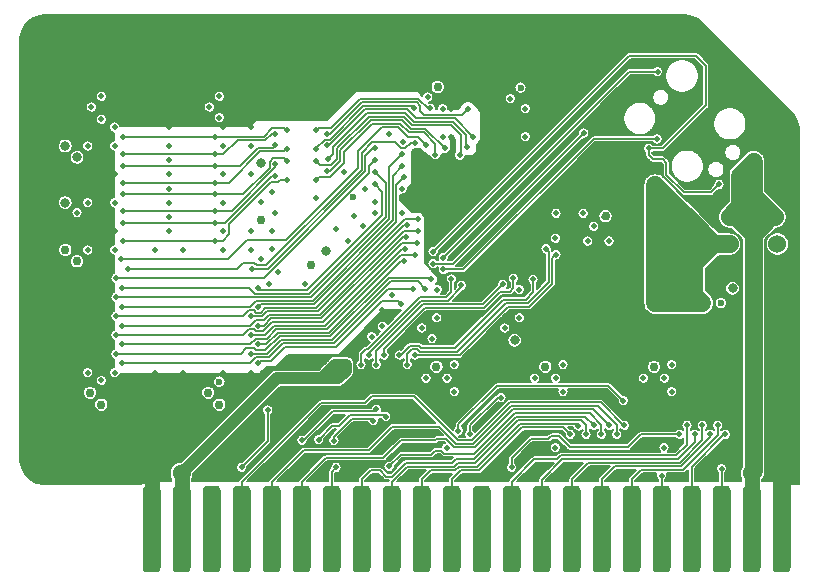
<source format=gbl>
G04 #@! TF.GenerationSoftware,KiCad,Pcbnew,(5.1.5-0-10_14)*
G04 #@! TF.CreationDate,2020-07-05T22:44:07-04:00*
G04 #@! TF.ProjectId,RAM2GS,52414d32-4753-42e6-9b69-6361645f7063,rev?*
G04 #@! TF.SameCoordinates,Original*
G04 #@! TF.FileFunction,Copper,L4,Bot*
G04 #@! TF.FilePolarity,Positive*
%FSLAX46Y46*%
G04 Gerber Fmt 4.6, Leading zero omitted, Abs format (unit mm)*
G04 Created by KiCad (PCBNEW (5.1.5-0-10_14)) date 2020-07-05 22:44:07*
%MOMM*%
%LPD*%
G04 APERTURE LIST*
%ADD10C,2.000000*%
%ADD11C,0.100000*%
%ADD12C,0.500000*%
%ADD13C,0.762000*%
%ADD14C,0.800000*%
%ADD15C,0.600000*%
%ADD16C,1.524000*%
%ADD17C,1.000000*%
%ADD18C,0.508000*%
%ADD19C,0.500000*%
%ADD20C,1.270000*%
%ADD21C,1.524000*%
%ADD22C,0.150000*%
%ADD23C,1.000000*%
%ADD24C,0.508000*%
G04 APERTURE END LIST*
D10*
X110998000Y-123063000D03*
G04 #@! TA.AperFunction,SMDPad,CuDef*
D11*
G36*
X111416345Y-131613835D02*
G01*
X111453329Y-131619321D01*
X111489598Y-131628406D01*
X111524802Y-131641002D01*
X111558602Y-131656988D01*
X111590672Y-131676210D01*
X111620704Y-131698483D01*
X111648408Y-131723592D01*
X111673517Y-131751296D01*
X111695790Y-131781328D01*
X111715012Y-131813398D01*
X111730998Y-131847198D01*
X111743594Y-131882402D01*
X111752679Y-131918671D01*
X111758165Y-131955655D01*
X111760000Y-131993000D01*
X111760000Y-138571000D01*
X111758165Y-138608345D01*
X111752679Y-138645329D01*
X111743594Y-138681598D01*
X111730998Y-138716802D01*
X111715012Y-138750602D01*
X111695790Y-138782672D01*
X111673517Y-138812704D01*
X111648408Y-138840408D01*
X111620704Y-138865517D01*
X111590672Y-138887790D01*
X111558602Y-138907012D01*
X111524802Y-138922998D01*
X111489598Y-138935594D01*
X111453329Y-138944679D01*
X111416345Y-138950165D01*
X111379000Y-138952000D01*
X110617000Y-138952000D01*
X110579655Y-138950165D01*
X110542671Y-138944679D01*
X110506402Y-138935594D01*
X110471198Y-138922998D01*
X110437398Y-138907012D01*
X110405328Y-138887790D01*
X110375296Y-138865517D01*
X110347592Y-138840408D01*
X110322483Y-138812704D01*
X110300210Y-138782672D01*
X110280988Y-138750602D01*
X110265002Y-138716802D01*
X110252406Y-138681598D01*
X110243321Y-138645329D01*
X110237835Y-138608345D01*
X110236000Y-138571000D01*
X110236000Y-131993000D01*
X110237835Y-131955655D01*
X110243321Y-131918671D01*
X110252406Y-131882402D01*
X110265002Y-131847198D01*
X110280988Y-131813398D01*
X110300210Y-131781328D01*
X110322483Y-131751296D01*
X110347592Y-131723592D01*
X110375296Y-131698483D01*
X110405328Y-131676210D01*
X110437398Y-131656988D01*
X110471198Y-131641002D01*
X110506402Y-131628406D01*
X110542671Y-131619321D01*
X110579655Y-131613835D01*
X110617000Y-131612000D01*
X111379000Y-131612000D01*
X111416345Y-131613835D01*
G37*
G04 #@! TD.AperFunction*
G04 #@! TA.AperFunction,SMDPad,CuDef*
G36*
X108876345Y-131613835D02*
G01*
X108913329Y-131619321D01*
X108949598Y-131628406D01*
X108984802Y-131641002D01*
X109018602Y-131656988D01*
X109050672Y-131676210D01*
X109080704Y-131698483D01*
X109108408Y-131723592D01*
X109133517Y-131751296D01*
X109155790Y-131781328D01*
X109175012Y-131813398D01*
X109190998Y-131847198D01*
X109203594Y-131882402D01*
X109212679Y-131918671D01*
X109218165Y-131955655D01*
X109220000Y-131993000D01*
X109220000Y-138571000D01*
X109218165Y-138608345D01*
X109212679Y-138645329D01*
X109203594Y-138681598D01*
X109190998Y-138716802D01*
X109175012Y-138750602D01*
X109155790Y-138782672D01*
X109133517Y-138812704D01*
X109108408Y-138840408D01*
X109080704Y-138865517D01*
X109050672Y-138887790D01*
X109018602Y-138907012D01*
X108984802Y-138922998D01*
X108949598Y-138935594D01*
X108913329Y-138944679D01*
X108876345Y-138950165D01*
X108839000Y-138952000D01*
X108077000Y-138952000D01*
X108039655Y-138950165D01*
X108002671Y-138944679D01*
X107966402Y-138935594D01*
X107931198Y-138922998D01*
X107897398Y-138907012D01*
X107865328Y-138887790D01*
X107835296Y-138865517D01*
X107807592Y-138840408D01*
X107782483Y-138812704D01*
X107760210Y-138782672D01*
X107740988Y-138750602D01*
X107725002Y-138716802D01*
X107712406Y-138681598D01*
X107703321Y-138645329D01*
X107697835Y-138608345D01*
X107696000Y-138571000D01*
X107696000Y-131993000D01*
X107697835Y-131955655D01*
X107703321Y-131918671D01*
X107712406Y-131882402D01*
X107725002Y-131847198D01*
X107740988Y-131813398D01*
X107760210Y-131781328D01*
X107782483Y-131751296D01*
X107807592Y-131723592D01*
X107835296Y-131698483D01*
X107865328Y-131676210D01*
X107897398Y-131656988D01*
X107931198Y-131641002D01*
X107966402Y-131628406D01*
X108002671Y-131619321D01*
X108039655Y-131613835D01*
X108077000Y-131612000D01*
X108839000Y-131612000D01*
X108876345Y-131613835D01*
G37*
G04 #@! TD.AperFunction*
G04 #@! TA.AperFunction,SMDPad,CuDef*
G36*
X106336345Y-131613835D02*
G01*
X106373329Y-131619321D01*
X106409598Y-131628406D01*
X106444802Y-131641002D01*
X106478602Y-131656988D01*
X106510672Y-131676210D01*
X106540704Y-131698483D01*
X106568408Y-131723592D01*
X106593517Y-131751296D01*
X106615790Y-131781328D01*
X106635012Y-131813398D01*
X106650998Y-131847198D01*
X106663594Y-131882402D01*
X106672679Y-131918671D01*
X106678165Y-131955655D01*
X106680000Y-131993000D01*
X106680000Y-138571000D01*
X106678165Y-138608345D01*
X106672679Y-138645329D01*
X106663594Y-138681598D01*
X106650998Y-138716802D01*
X106635012Y-138750602D01*
X106615790Y-138782672D01*
X106593517Y-138812704D01*
X106568408Y-138840408D01*
X106540704Y-138865517D01*
X106510672Y-138887790D01*
X106478602Y-138907012D01*
X106444802Y-138922998D01*
X106409598Y-138935594D01*
X106373329Y-138944679D01*
X106336345Y-138950165D01*
X106299000Y-138952000D01*
X105537000Y-138952000D01*
X105499655Y-138950165D01*
X105462671Y-138944679D01*
X105426402Y-138935594D01*
X105391198Y-138922998D01*
X105357398Y-138907012D01*
X105325328Y-138887790D01*
X105295296Y-138865517D01*
X105267592Y-138840408D01*
X105242483Y-138812704D01*
X105220210Y-138782672D01*
X105200988Y-138750602D01*
X105185002Y-138716802D01*
X105172406Y-138681598D01*
X105163321Y-138645329D01*
X105157835Y-138608345D01*
X105156000Y-138571000D01*
X105156000Y-131993000D01*
X105157835Y-131955655D01*
X105163321Y-131918671D01*
X105172406Y-131882402D01*
X105185002Y-131847198D01*
X105200988Y-131813398D01*
X105220210Y-131781328D01*
X105242483Y-131751296D01*
X105267592Y-131723592D01*
X105295296Y-131698483D01*
X105325328Y-131676210D01*
X105357398Y-131656988D01*
X105391198Y-131641002D01*
X105426402Y-131628406D01*
X105462671Y-131619321D01*
X105499655Y-131613835D01*
X105537000Y-131612000D01*
X106299000Y-131612000D01*
X106336345Y-131613835D01*
G37*
G04 #@! TD.AperFunction*
G04 #@! TA.AperFunction,SMDPad,CuDef*
G36*
X103796345Y-131613835D02*
G01*
X103833329Y-131619321D01*
X103869598Y-131628406D01*
X103904802Y-131641002D01*
X103938602Y-131656988D01*
X103970672Y-131676210D01*
X104000704Y-131698483D01*
X104028408Y-131723592D01*
X104053517Y-131751296D01*
X104075790Y-131781328D01*
X104095012Y-131813398D01*
X104110998Y-131847198D01*
X104123594Y-131882402D01*
X104132679Y-131918671D01*
X104138165Y-131955655D01*
X104140000Y-131993000D01*
X104140000Y-138571000D01*
X104138165Y-138608345D01*
X104132679Y-138645329D01*
X104123594Y-138681598D01*
X104110998Y-138716802D01*
X104095012Y-138750602D01*
X104075790Y-138782672D01*
X104053517Y-138812704D01*
X104028408Y-138840408D01*
X104000704Y-138865517D01*
X103970672Y-138887790D01*
X103938602Y-138907012D01*
X103904802Y-138922998D01*
X103869598Y-138935594D01*
X103833329Y-138944679D01*
X103796345Y-138950165D01*
X103759000Y-138952000D01*
X102997000Y-138952000D01*
X102959655Y-138950165D01*
X102922671Y-138944679D01*
X102886402Y-138935594D01*
X102851198Y-138922998D01*
X102817398Y-138907012D01*
X102785328Y-138887790D01*
X102755296Y-138865517D01*
X102727592Y-138840408D01*
X102702483Y-138812704D01*
X102680210Y-138782672D01*
X102660988Y-138750602D01*
X102645002Y-138716802D01*
X102632406Y-138681598D01*
X102623321Y-138645329D01*
X102617835Y-138608345D01*
X102616000Y-138571000D01*
X102616000Y-131993000D01*
X102617835Y-131955655D01*
X102623321Y-131918671D01*
X102632406Y-131882402D01*
X102645002Y-131847198D01*
X102660988Y-131813398D01*
X102680210Y-131781328D01*
X102702483Y-131751296D01*
X102727592Y-131723592D01*
X102755296Y-131698483D01*
X102785328Y-131676210D01*
X102817398Y-131656988D01*
X102851198Y-131641002D01*
X102886402Y-131628406D01*
X102922671Y-131619321D01*
X102959655Y-131613835D01*
X102997000Y-131612000D01*
X103759000Y-131612000D01*
X103796345Y-131613835D01*
G37*
G04 #@! TD.AperFunction*
G04 #@! TA.AperFunction,SMDPad,CuDef*
G36*
X101256345Y-131613835D02*
G01*
X101293329Y-131619321D01*
X101329598Y-131628406D01*
X101364802Y-131641002D01*
X101398602Y-131656988D01*
X101430672Y-131676210D01*
X101460704Y-131698483D01*
X101488408Y-131723592D01*
X101513517Y-131751296D01*
X101535790Y-131781328D01*
X101555012Y-131813398D01*
X101570998Y-131847198D01*
X101583594Y-131882402D01*
X101592679Y-131918671D01*
X101598165Y-131955655D01*
X101600000Y-131993000D01*
X101600000Y-138571000D01*
X101598165Y-138608345D01*
X101592679Y-138645329D01*
X101583594Y-138681598D01*
X101570998Y-138716802D01*
X101555012Y-138750602D01*
X101535790Y-138782672D01*
X101513517Y-138812704D01*
X101488408Y-138840408D01*
X101460704Y-138865517D01*
X101430672Y-138887790D01*
X101398602Y-138907012D01*
X101364802Y-138922998D01*
X101329598Y-138935594D01*
X101293329Y-138944679D01*
X101256345Y-138950165D01*
X101219000Y-138952000D01*
X100457000Y-138952000D01*
X100419655Y-138950165D01*
X100382671Y-138944679D01*
X100346402Y-138935594D01*
X100311198Y-138922998D01*
X100277398Y-138907012D01*
X100245328Y-138887790D01*
X100215296Y-138865517D01*
X100187592Y-138840408D01*
X100162483Y-138812704D01*
X100140210Y-138782672D01*
X100120988Y-138750602D01*
X100105002Y-138716802D01*
X100092406Y-138681598D01*
X100083321Y-138645329D01*
X100077835Y-138608345D01*
X100076000Y-138571000D01*
X100076000Y-131993000D01*
X100077835Y-131955655D01*
X100083321Y-131918671D01*
X100092406Y-131882402D01*
X100105002Y-131847198D01*
X100120988Y-131813398D01*
X100140210Y-131781328D01*
X100162483Y-131751296D01*
X100187592Y-131723592D01*
X100215296Y-131698483D01*
X100245328Y-131676210D01*
X100277398Y-131656988D01*
X100311198Y-131641002D01*
X100346402Y-131628406D01*
X100382671Y-131619321D01*
X100419655Y-131613835D01*
X100457000Y-131612000D01*
X101219000Y-131612000D01*
X101256345Y-131613835D01*
G37*
G04 #@! TD.AperFunction*
G04 #@! TA.AperFunction,SMDPad,CuDef*
G36*
X98716345Y-131613835D02*
G01*
X98753329Y-131619321D01*
X98789598Y-131628406D01*
X98824802Y-131641002D01*
X98858602Y-131656988D01*
X98890672Y-131676210D01*
X98920704Y-131698483D01*
X98948408Y-131723592D01*
X98973517Y-131751296D01*
X98995790Y-131781328D01*
X99015012Y-131813398D01*
X99030998Y-131847198D01*
X99043594Y-131882402D01*
X99052679Y-131918671D01*
X99058165Y-131955655D01*
X99060000Y-131993000D01*
X99060000Y-138571000D01*
X99058165Y-138608345D01*
X99052679Y-138645329D01*
X99043594Y-138681598D01*
X99030998Y-138716802D01*
X99015012Y-138750602D01*
X98995790Y-138782672D01*
X98973517Y-138812704D01*
X98948408Y-138840408D01*
X98920704Y-138865517D01*
X98890672Y-138887790D01*
X98858602Y-138907012D01*
X98824802Y-138922998D01*
X98789598Y-138935594D01*
X98753329Y-138944679D01*
X98716345Y-138950165D01*
X98679000Y-138952000D01*
X97917000Y-138952000D01*
X97879655Y-138950165D01*
X97842671Y-138944679D01*
X97806402Y-138935594D01*
X97771198Y-138922998D01*
X97737398Y-138907012D01*
X97705328Y-138887790D01*
X97675296Y-138865517D01*
X97647592Y-138840408D01*
X97622483Y-138812704D01*
X97600210Y-138782672D01*
X97580988Y-138750602D01*
X97565002Y-138716802D01*
X97552406Y-138681598D01*
X97543321Y-138645329D01*
X97537835Y-138608345D01*
X97536000Y-138571000D01*
X97536000Y-131993000D01*
X97537835Y-131955655D01*
X97543321Y-131918671D01*
X97552406Y-131882402D01*
X97565002Y-131847198D01*
X97580988Y-131813398D01*
X97600210Y-131781328D01*
X97622483Y-131751296D01*
X97647592Y-131723592D01*
X97675296Y-131698483D01*
X97705328Y-131676210D01*
X97737398Y-131656988D01*
X97771198Y-131641002D01*
X97806402Y-131628406D01*
X97842671Y-131619321D01*
X97879655Y-131613835D01*
X97917000Y-131612000D01*
X98679000Y-131612000D01*
X98716345Y-131613835D01*
G37*
G04 #@! TD.AperFunction*
G04 #@! TA.AperFunction,SMDPad,CuDef*
G36*
X96176345Y-131613835D02*
G01*
X96213329Y-131619321D01*
X96249598Y-131628406D01*
X96284802Y-131641002D01*
X96318602Y-131656988D01*
X96350672Y-131676210D01*
X96380704Y-131698483D01*
X96408408Y-131723592D01*
X96433517Y-131751296D01*
X96455790Y-131781328D01*
X96475012Y-131813398D01*
X96490998Y-131847198D01*
X96503594Y-131882402D01*
X96512679Y-131918671D01*
X96518165Y-131955655D01*
X96520000Y-131993000D01*
X96520000Y-138571000D01*
X96518165Y-138608345D01*
X96512679Y-138645329D01*
X96503594Y-138681598D01*
X96490998Y-138716802D01*
X96475012Y-138750602D01*
X96455790Y-138782672D01*
X96433517Y-138812704D01*
X96408408Y-138840408D01*
X96380704Y-138865517D01*
X96350672Y-138887790D01*
X96318602Y-138907012D01*
X96284802Y-138922998D01*
X96249598Y-138935594D01*
X96213329Y-138944679D01*
X96176345Y-138950165D01*
X96139000Y-138952000D01*
X95377000Y-138952000D01*
X95339655Y-138950165D01*
X95302671Y-138944679D01*
X95266402Y-138935594D01*
X95231198Y-138922998D01*
X95197398Y-138907012D01*
X95165328Y-138887790D01*
X95135296Y-138865517D01*
X95107592Y-138840408D01*
X95082483Y-138812704D01*
X95060210Y-138782672D01*
X95040988Y-138750602D01*
X95025002Y-138716802D01*
X95012406Y-138681598D01*
X95003321Y-138645329D01*
X94997835Y-138608345D01*
X94996000Y-138571000D01*
X94996000Y-131993000D01*
X94997835Y-131955655D01*
X95003321Y-131918671D01*
X95012406Y-131882402D01*
X95025002Y-131847198D01*
X95040988Y-131813398D01*
X95060210Y-131781328D01*
X95082483Y-131751296D01*
X95107592Y-131723592D01*
X95135296Y-131698483D01*
X95165328Y-131676210D01*
X95197398Y-131656988D01*
X95231198Y-131641002D01*
X95266402Y-131628406D01*
X95302671Y-131619321D01*
X95339655Y-131613835D01*
X95377000Y-131612000D01*
X96139000Y-131612000D01*
X96176345Y-131613835D01*
G37*
G04 #@! TD.AperFunction*
G04 #@! TA.AperFunction,SMDPad,CuDef*
G36*
X93636345Y-131613835D02*
G01*
X93673329Y-131619321D01*
X93709598Y-131628406D01*
X93744802Y-131641002D01*
X93778602Y-131656988D01*
X93810672Y-131676210D01*
X93840704Y-131698483D01*
X93868408Y-131723592D01*
X93893517Y-131751296D01*
X93915790Y-131781328D01*
X93935012Y-131813398D01*
X93950998Y-131847198D01*
X93963594Y-131882402D01*
X93972679Y-131918671D01*
X93978165Y-131955655D01*
X93980000Y-131993000D01*
X93980000Y-138571000D01*
X93978165Y-138608345D01*
X93972679Y-138645329D01*
X93963594Y-138681598D01*
X93950998Y-138716802D01*
X93935012Y-138750602D01*
X93915790Y-138782672D01*
X93893517Y-138812704D01*
X93868408Y-138840408D01*
X93840704Y-138865517D01*
X93810672Y-138887790D01*
X93778602Y-138907012D01*
X93744802Y-138922998D01*
X93709598Y-138935594D01*
X93673329Y-138944679D01*
X93636345Y-138950165D01*
X93599000Y-138952000D01*
X92837000Y-138952000D01*
X92799655Y-138950165D01*
X92762671Y-138944679D01*
X92726402Y-138935594D01*
X92691198Y-138922998D01*
X92657398Y-138907012D01*
X92625328Y-138887790D01*
X92595296Y-138865517D01*
X92567592Y-138840408D01*
X92542483Y-138812704D01*
X92520210Y-138782672D01*
X92500988Y-138750602D01*
X92485002Y-138716802D01*
X92472406Y-138681598D01*
X92463321Y-138645329D01*
X92457835Y-138608345D01*
X92456000Y-138571000D01*
X92456000Y-131993000D01*
X92457835Y-131955655D01*
X92463321Y-131918671D01*
X92472406Y-131882402D01*
X92485002Y-131847198D01*
X92500988Y-131813398D01*
X92520210Y-131781328D01*
X92542483Y-131751296D01*
X92567592Y-131723592D01*
X92595296Y-131698483D01*
X92625328Y-131676210D01*
X92657398Y-131656988D01*
X92691198Y-131641002D01*
X92726402Y-131628406D01*
X92762671Y-131619321D01*
X92799655Y-131613835D01*
X92837000Y-131612000D01*
X93599000Y-131612000D01*
X93636345Y-131613835D01*
G37*
G04 #@! TD.AperFunction*
G04 #@! TA.AperFunction,SMDPad,CuDef*
G36*
X91096345Y-131613835D02*
G01*
X91133329Y-131619321D01*
X91169598Y-131628406D01*
X91204802Y-131641002D01*
X91238602Y-131656988D01*
X91270672Y-131676210D01*
X91300704Y-131698483D01*
X91328408Y-131723592D01*
X91353517Y-131751296D01*
X91375790Y-131781328D01*
X91395012Y-131813398D01*
X91410998Y-131847198D01*
X91423594Y-131882402D01*
X91432679Y-131918671D01*
X91438165Y-131955655D01*
X91440000Y-131993000D01*
X91440000Y-138571000D01*
X91438165Y-138608345D01*
X91432679Y-138645329D01*
X91423594Y-138681598D01*
X91410998Y-138716802D01*
X91395012Y-138750602D01*
X91375790Y-138782672D01*
X91353517Y-138812704D01*
X91328408Y-138840408D01*
X91300704Y-138865517D01*
X91270672Y-138887790D01*
X91238602Y-138907012D01*
X91204802Y-138922998D01*
X91169598Y-138935594D01*
X91133329Y-138944679D01*
X91096345Y-138950165D01*
X91059000Y-138952000D01*
X90297000Y-138952000D01*
X90259655Y-138950165D01*
X90222671Y-138944679D01*
X90186402Y-138935594D01*
X90151198Y-138922998D01*
X90117398Y-138907012D01*
X90085328Y-138887790D01*
X90055296Y-138865517D01*
X90027592Y-138840408D01*
X90002483Y-138812704D01*
X89980210Y-138782672D01*
X89960988Y-138750602D01*
X89945002Y-138716802D01*
X89932406Y-138681598D01*
X89923321Y-138645329D01*
X89917835Y-138608345D01*
X89916000Y-138571000D01*
X89916000Y-131993000D01*
X89917835Y-131955655D01*
X89923321Y-131918671D01*
X89932406Y-131882402D01*
X89945002Y-131847198D01*
X89960988Y-131813398D01*
X89980210Y-131781328D01*
X90002483Y-131751296D01*
X90027592Y-131723592D01*
X90055296Y-131698483D01*
X90085328Y-131676210D01*
X90117398Y-131656988D01*
X90151198Y-131641002D01*
X90186402Y-131628406D01*
X90222671Y-131619321D01*
X90259655Y-131613835D01*
X90297000Y-131612000D01*
X91059000Y-131612000D01*
X91096345Y-131613835D01*
G37*
G04 #@! TD.AperFunction*
G04 #@! TA.AperFunction,SMDPad,CuDef*
G36*
X88556345Y-131613835D02*
G01*
X88593329Y-131619321D01*
X88629598Y-131628406D01*
X88664802Y-131641002D01*
X88698602Y-131656988D01*
X88730672Y-131676210D01*
X88760704Y-131698483D01*
X88788408Y-131723592D01*
X88813517Y-131751296D01*
X88835790Y-131781328D01*
X88855012Y-131813398D01*
X88870998Y-131847198D01*
X88883594Y-131882402D01*
X88892679Y-131918671D01*
X88898165Y-131955655D01*
X88900000Y-131993000D01*
X88900000Y-138571000D01*
X88898165Y-138608345D01*
X88892679Y-138645329D01*
X88883594Y-138681598D01*
X88870998Y-138716802D01*
X88855012Y-138750602D01*
X88835790Y-138782672D01*
X88813517Y-138812704D01*
X88788408Y-138840408D01*
X88760704Y-138865517D01*
X88730672Y-138887790D01*
X88698602Y-138907012D01*
X88664802Y-138922998D01*
X88629598Y-138935594D01*
X88593329Y-138944679D01*
X88556345Y-138950165D01*
X88519000Y-138952000D01*
X87757000Y-138952000D01*
X87719655Y-138950165D01*
X87682671Y-138944679D01*
X87646402Y-138935594D01*
X87611198Y-138922998D01*
X87577398Y-138907012D01*
X87545328Y-138887790D01*
X87515296Y-138865517D01*
X87487592Y-138840408D01*
X87462483Y-138812704D01*
X87440210Y-138782672D01*
X87420988Y-138750602D01*
X87405002Y-138716802D01*
X87392406Y-138681598D01*
X87383321Y-138645329D01*
X87377835Y-138608345D01*
X87376000Y-138571000D01*
X87376000Y-131993000D01*
X87377835Y-131955655D01*
X87383321Y-131918671D01*
X87392406Y-131882402D01*
X87405002Y-131847198D01*
X87420988Y-131813398D01*
X87440210Y-131781328D01*
X87462483Y-131751296D01*
X87487592Y-131723592D01*
X87515296Y-131698483D01*
X87545328Y-131676210D01*
X87577398Y-131656988D01*
X87611198Y-131641002D01*
X87646402Y-131628406D01*
X87682671Y-131619321D01*
X87719655Y-131613835D01*
X87757000Y-131612000D01*
X88519000Y-131612000D01*
X88556345Y-131613835D01*
G37*
G04 #@! TD.AperFunction*
G04 #@! TA.AperFunction,SMDPad,CuDef*
G36*
X86016345Y-131613835D02*
G01*
X86053329Y-131619321D01*
X86089598Y-131628406D01*
X86124802Y-131641002D01*
X86158602Y-131656988D01*
X86190672Y-131676210D01*
X86220704Y-131698483D01*
X86248408Y-131723592D01*
X86273517Y-131751296D01*
X86295790Y-131781328D01*
X86315012Y-131813398D01*
X86330998Y-131847198D01*
X86343594Y-131882402D01*
X86352679Y-131918671D01*
X86358165Y-131955655D01*
X86360000Y-131993000D01*
X86360000Y-138571000D01*
X86358165Y-138608345D01*
X86352679Y-138645329D01*
X86343594Y-138681598D01*
X86330998Y-138716802D01*
X86315012Y-138750602D01*
X86295790Y-138782672D01*
X86273517Y-138812704D01*
X86248408Y-138840408D01*
X86220704Y-138865517D01*
X86190672Y-138887790D01*
X86158602Y-138907012D01*
X86124802Y-138922998D01*
X86089598Y-138935594D01*
X86053329Y-138944679D01*
X86016345Y-138950165D01*
X85979000Y-138952000D01*
X85217000Y-138952000D01*
X85179655Y-138950165D01*
X85142671Y-138944679D01*
X85106402Y-138935594D01*
X85071198Y-138922998D01*
X85037398Y-138907012D01*
X85005328Y-138887790D01*
X84975296Y-138865517D01*
X84947592Y-138840408D01*
X84922483Y-138812704D01*
X84900210Y-138782672D01*
X84880988Y-138750602D01*
X84865002Y-138716802D01*
X84852406Y-138681598D01*
X84843321Y-138645329D01*
X84837835Y-138608345D01*
X84836000Y-138571000D01*
X84836000Y-131993000D01*
X84837835Y-131955655D01*
X84843321Y-131918671D01*
X84852406Y-131882402D01*
X84865002Y-131847198D01*
X84880988Y-131813398D01*
X84900210Y-131781328D01*
X84922483Y-131751296D01*
X84947592Y-131723592D01*
X84975296Y-131698483D01*
X85005328Y-131676210D01*
X85037398Y-131656988D01*
X85071198Y-131641002D01*
X85106402Y-131628406D01*
X85142671Y-131619321D01*
X85179655Y-131613835D01*
X85217000Y-131612000D01*
X85979000Y-131612000D01*
X86016345Y-131613835D01*
G37*
G04 #@! TD.AperFunction*
G04 #@! TA.AperFunction,SMDPad,CuDef*
G36*
X83476345Y-131613835D02*
G01*
X83513329Y-131619321D01*
X83549598Y-131628406D01*
X83584802Y-131641002D01*
X83618602Y-131656988D01*
X83650672Y-131676210D01*
X83680704Y-131698483D01*
X83708408Y-131723592D01*
X83733517Y-131751296D01*
X83755790Y-131781328D01*
X83775012Y-131813398D01*
X83790998Y-131847198D01*
X83803594Y-131882402D01*
X83812679Y-131918671D01*
X83818165Y-131955655D01*
X83820000Y-131993000D01*
X83820000Y-138571000D01*
X83818165Y-138608345D01*
X83812679Y-138645329D01*
X83803594Y-138681598D01*
X83790998Y-138716802D01*
X83775012Y-138750602D01*
X83755790Y-138782672D01*
X83733517Y-138812704D01*
X83708408Y-138840408D01*
X83680704Y-138865517D01*
X83650672Y-138887790D01*
X83618602Y-138907012D01*
X83584802Y-138922998D01*
X83549598Y-138935594D01*
X83513329Y-138944679D01*
X83476345Y-138950165D01*
X83439000Y-138952000D01*
X82677000Y-138952000D01*
X82639655Y-138950165D01*
X82602671Y-138944679D01*
X82566402Y-138935594D01*
X82531198Y-138922998D01*
X82497398Y-138907012D01*
X82465328Y-138887790D01*
X82435296Y-138865517D01*
X82407592Y-138840408D01*
X82382483Y-138812704D01*
X82360210Y-138782672D01*
X82340988Y-138750602D01*
X82325002Y-138716802D01*
X82312406Y-138681598D01*
X82303321Y-138645329D01*
X82297835Y-138608345D01*
X82296000Y-138571000D01*
X82296000Y-131993000D01*
X82297835Y-131955655D01*
X82303321Y-131918671D01*
X82312406Y-131882402D01*
X82325002Y-131847198D01*
X82340988Y-131813398D01*
X82360210Y-131781328D01*
X82382483Y-131751296D01*
X82407592Y-131723592D01*
X82435296Y-131698483D01*
X82465328Y-131676210D01*
X82497398Y-131656988D01*
X82531198Y-131641002D01*
X82566402Y-131628406D01*
X82602671Y-131619321D01*
X82639655Y-131613835D01*
X82677000Y-131612000D01*
X83439000Y-131612000D01*
X83476345Y-131613835D01*
G37*
G04 #@! TD.AperFunction*
G04 #@! TA.AperFunction,SMDPad,CuDef*
G36*
X80936345Y-131613835D02*
G01*
X80973329Y-131619321D01*
X81009598Y-131628406D01*
X81044802Y-131641002D01*
X81078602Y-131656988D01*
X81110672Y-131676210D01*
X81140704Y-131698483D01*
X81168408Y-131723592D01*
X81193517Y-131751296D01*
X81215790Y-131781328D01*
X81235012Y-131813398D01*
X81250998Y-131847198D01*
X81263594Y-131882402D01*
X81272679Y-131918671D01*
X81278165Y-131955655D01*
X81280000Y-131993000D01*
X81280000Y-138571000D01*
X81278165Y-138608345D01*
X81272679Y-138645329D01*
X81263594Y-138681598D01*
X81250998Y-138716802D01*
X81235012Y-138750602D01*
X81215790Y-138782672D01*
X81193517Y-138812704D01*
X81168408Y-138840408D01*
X81140704Y-138865517D01*
X81110672Y-138887790D01*
X81078602Y-138907012D01*
X81044802Y-138922998D01*
X81009598Y-138935594D01*
X80973329Y-138944679D01*
X80936345Y-138950165D01*
X80899000Y-138952000D01*
X80137000Y-138952000D01*
X80099655Y-138950165D01*
X80062671Y-138944679D01*
X80026402Y-138935594D01*
X79991198Y-138922998D01*
X79957398Y-138907012D01*
X79925328Y-138887790D01*
X79895296Y-138865517D01*
X79867592Y-138840408D01*
X79842483Y-138812704D01*
X79820210Y-138782672D01*
X79800988Y-138750602D01*
X79785002Y-138716802D01*
X79772406Y-138681598D01*
X79763321Y-138645329D01*
X79757835Y-138608345D01*
X79756000Y-138571000D01*
X79756000Y-131993000D01*
X79757835Y-131955655D01*
X79763321Y-131918671D01*
X79772406Y-131882402D01*
X79785002Y-131847198D01*
X79800988Y-131813398D01*
X79820210Y-131781328D01*
X79842483Y-131751296D01*
X79867592Y-131723592D01*
X79895296Y-131698483D01*
X79925328Y-131676210D01*
X79957398Y-131656988D01*
X79991198Y-131641002D01*
X80026402Y-131628406D01*
X80062671Y-131619321D01*
X80099655Y-131613835D01*
X80137000Y-131612000D01*
X80899000Y-131612000D01*
X80936345Y-131613835D01*
G37*
G04 #@! TD.AperFunction*
G04 #@! TA.AperFunction,SMDPad,CuDef*
G36*
X78396345Y-131613835D02*
G01*
X78433329Y-131619321D01*
X78469598Y-131628406D01*
X78504802Y-131641002D01*
X78538602Y-131656988D01*
X78570672Y-131676210D01*
X78600704Y-131698483D01*
X78628408Y-131723592D01*
X78653517Y-131751296D01*
X78675790Y-131781328D01*
X78695012Y-131813398D01*
X78710998Y-131847198D01*
X78723594Y-131882402D01*
X78732679Y-131918671D01*
X78738165Y-131955655D01*
X78740000Y-131993000D01*
X78740000Y-138571000D01*
X78738165Y-138608345D01*
X78732679Y-138645329D01*
X78723594Y-138681598D01*
X78710998Y-138716802D01*
X78695012Y-138750602D01*
X78675790Y-138782672D01*
X78653517Y-138812704D01*
X78628408Y-138840408D01*
X78600704Y-138865517D01*
X78570672Y-138887790D01*
X78538602Y-138907012D01*
X78504802Y-138922998D01*
X78469598Y-138935594D01*
X78433329Y-138944679D01*
X78396345Y-138950165D01*
X78359000Y-138952000D01*
X77597000Y-138952000D01*
X77559655Y-138950165D01*
X77522671Y-138944679D01*
X77486402Y-138935594D01*
X77451198Y-138922998D01*
X77417398Y-138907012D01*
X77385328Y-138887790D01*
X77355296Y-138865517D01*
X77327592Y-138840408D01*
X77302483Y-138812704D01*
X77280210Y-138782672D01*
X77260988Y-138750602D01*
X77245002Y-138716802D01*
X77232406Y-138681598D01*
X77223321Y-138645329D01*
X77217835Y-138608345D01*
X77216000Y-138571000D01*
X77216000Y-131993000D01*
X77217835Y-131955655D01*
X77223321Y-131918671D01*
X77232406Y-131882402D01*
X77245002Y-131847198D01*
X77260988Y-131813398D01*
X77280210Y-131781328D01*
X77302483Y-131751296D01*
X77327592Y-131723592D01*
X77355296Y-131698483D01*
X77385328Y-131676210D01*
X77417398Y-131656988D01*
X77451198Y-131641002D01*
X77486402Y-131628406D01*
X77522671Y-131619321D01*
X77559655Y-131613835D01*
X77597000Y-131612000D01*
X78359000Y-131612000D01*
X78396345Y-131613835D01*
G37*
G04 #@! TD.AperFunction*
G04 #@! TA.AperFunction,SMDPad,CuDef*
G36*
X75856345Y-131613835D02*
G01*
X75893329Y-131619321D01*
X75929598Y-131628406D01*
X75964802Y-131641002D01*
X75998602Y-131656988D01*
X76030672Y-131676210D01*
X76060704Y-131698483D01*
X76088408Y-131723592D01*
X76113517Y-131751296D01*
X76135790Y-131781328D01*
X76155012Y-131813398D01*
X76170998Y-131847198D01*
X76183594Y-131882402D01*
X76192679Y-131918671D01*
X76198165Y-131955655D01*
X76200000Y-131993000D01*
X76200000Y-138571000D01*
X76198165Y-138608345D01*
X76192679Y-138645329D01*
X76183594Y-138681598D01*
X76170998Y-138716802D01*
X76155012Y-138750602D01*
X76135790Y-138782672D01*
X76113517Y-138812704D01*
X76088408Y-138840408D01*
X76060704Y-138865517D01*
X76030672Y-138887790D01*
X75998602Y-138907012D01*
X75964802Y-138922998D01*
X75929598Y-138935594D01*
X75893329Y-138944679D01*
X75856345Y-138950165D01*
X75819000Y-138952000D01*
X75057000Y-138952000D01*
X75019655Y-138950165D01*
X74982671Y-138944679D01*
X74946402Y-138935594D01*
X74911198Y-138922998D01*
X74877398Y-138907012D01*
X74845328Y-138887790D01*
X74815296Y-138865517D01*
X74787592Y-138840408D01*
X74762483Y-138812704D01*
X74740210Y-138782672D01*
X74720988Y-138750602D01*
X74705002Y-138716802D01*
X74692406Y-138681598D01*
X74683321Y-138645329D01*
X74677835Y-138608345D01*
X74676000Y-138571000D01*
X74676000Y-131993000D01*
X74677835Y-131955655D01*
X74683321Y-131918671D01*
X74692406Y-131882402D01*
X74705002Y-131847198D01*
X74720988Y-131813398D01*
X74740210Y-131781328D01*
X74762483Y-131751296D01*
X74787592Y-131723592D01*
X74815296Y-131698483D01*
X74845328Y-131676210D01*
X74877398Y-131656988D01*
X74911198Y-131641002D01*
X74946402Y-131628406D01*
X74982671Y-131619321D01*
X75019655Y-131613835D01*
X75057000Y-131612000D01*
X75819000Y-131612000D01*
X75856345Y-131613835D01*
G37*
G04 #@! TD.AperFunction*
G04 #@! TA.AperFunction,SMDPad,CuDef*
G36*
X73316345Y-131613835D02*
G01*
X73353329Y-131619321D01*
X73389598Y-131628406D01*
X73424802Y-131641002D01*
X73458602Y-131656988D01*
X73490672Y-131676210D01*
X73520704Y-131698483D01*
X73548408Y-131723592D01*
X73573517Y-131751296D01*
X73595790Y-131781328D01*
X73615012Y-131813398D01*
X73630998Y-131847198D01*
X73643594Y-131882402D01*
X73652679Y-131918671D01*
X73658165Y-131955655D01*
X73660000Y-131993000D01*
X73660000Y-138571000D01*
X73658165Y-138608345D01*
X73652679Y-138645329D01*
X73643594Y-138681598D01*
X73630998Y-138716802D01*
X73615012Y-138750602D01*
X73595790Y-138782672D01*
X73573517Y-138812704D01*
X73548408Y-138840408D01*
X73520704Y-138865517D01*
X73490672Y-138887790D01*
X73458602Y-138907012D01*
X73424802Y-138922998D01*
X73389598Y-138935594D01*
X73353329Y-138944679D01*
X73316345Y-138950165D01*
X73279000Y-138952000D01*
X72517000Y-138952000D01*
X72479655Y-138950165D01*
X72442671Y-138944679D01*
X72406402Y-138935594D01*
X72371198Y-138922998D01*
X72337398Y-138907012D01*
X72305328Y-138887790D01*
X72275296Y-138865517D01*
X72247592Y-138840408D01*
X72222483Y-138812704D01*
X72200210Y-138782672D01*
X72180988Y-138750602D01*
X72165002Y-138716802D01*
X72152406Y-138681598D01*
X72143321Y-138645329D01*
X72137835Y-138608345D01*
X72136000Y-138571000D01*
X72136000Y-131993000D01*
X72137835Y-131955655D01*
X72143321Y-131918671D01*
X72152406Y-131882402D01*
X72165002Y-131847198D01*
X72180988Y-131813398D01*
X72200210Y-131781328D01*
X72222483Y-131751296D01*
X72247592Y-131723592D01*
X72275296Y-131698483D01*
X72305328Y-131676210D01*
X72337398Y-131656988D01*
X72371198Y-131641002D01*
X72406402Y-131628406D01*
X72442671Y-131619321D01*
X72479655Y-131613835D01*
X72517000Y-131612000D01*
X73279000Y-131612000D01*
X73316345Y-131613835D01*
G37*
G04 #@! TD.AperFunction*
G04 #@! TA.AperFunction,SMDPad,CuDef*
G36*
X70776345Y-131613835D02*
G01*
X70813329Y-131619321D01*
X70849598Y-131628406D01*
X70884802Y-131641002D01*
X70918602Y-131656988D01*
X70950672Y-131676210D01*
X70980704Y-131698483D01*
X71008408Y-131723592D01*
X71033517Y-131751296D01*
X71055790Y-131781328D01*
X71075012Y-131813398D01*
X71090998Y-131847198D01*
X71103594Y-131882402D01*
X71112679Y-131918671D01*
X71118165Y-131955655D01*
X71120000Y-131993000D01*
X71120000Y-138571000D01*
X71118165Y-138608345D01*
X71112679Y-138645329D01*
X71103594Y-138681598D01*
X71090998Y-138716802D01*
X71075012Y-138750602D01*
X71055790Y-138782672D01*
X71033517Y-138812704D01*
X71008408Y-138840408D01*
X70980704Y-138865517D01*
X70950672Y-138887790D01*
X70918602Y-138907012D01*
X70884802Y-138922998D01*
X70849598Y-138935594D01*
X70813329Y-138944679D01*
X70776345Y-138950165D01*
X70739000Y-138952000D01*
X69977000Y-138952000D01*
X69939655Y-138950165D01*
X69902671Y-138944679D01*
X69866402Y-138935594D01*
X69831198Y-138922998D01*
X69797398Y-138907012D01*
X69765328Y-138887790D01*
X69735296Y-138865517D01*
X69707592Y-138840408D01*
X69682483Y-138812704D01*
X69660210Y-138782672D01*
X69640988Y-138750602D01*
X69625002Y-138716802D01*
X69612406Y-138681598D01*
X69603321Y-138645329D01*
X69597835Y-138608345D01*
X69596000Y-138571000D01*
X69596000Y-131993000D01*
X69597835Y-131955655D01*
X69603321Y-131918671D01*
X69612406Y-131882402D01*
X69625002Y-131847198D01*
X69640988Y-131813398D01*
X69660210Y-131781328D01*
X69682483Y-131751296D01*
X69707592Y-131723592D01*
X69735296Y-131698483D01*
X69765328Y-131676210D01*
X69797398Y-131656988D01*
X69831198Y-131641002D01*
X69866402Y-131628406D01*
X69902671Y-131619321D01*
X69939655Y-131613835D01*
X69977000Y-131612000D01*
X70739000Y-131612000D01*
X70776345Y-131613835D01*
G37*
G04 #@! TD.AperFunction*
G04 #@! TA.AperFunction,SMDPad,CuDef*
G36*
X68236345Y-131613835D02*
G01*
X68273329Y-131619321D01*
X68309598Y-131628406D01*
X68344802Y-131641002D01*
X68378602Y-131656988D01*
X68410672Y-131676210D01*
X68440704Y-131698483D01*
X68468408Y-131723592D01*
X68493517Y-131751296D01*
X68515790Y-131781328D01*
X68535012Y-131813398D01*
X68550998Y-131847198D01*
X68563594Y-131882402D01*
X68572679Y-131918671D01*
X68578165Y-131955655D01*
X68580000Y-131993000D01*
X68580000Y-138571000D01*
X68578165Y-138608345D01*
X68572679Y-138645329D01*
X68563594Y-138681598D01*
X68550998Y-138716802D01*
X68535012Y-138750602D01*
X68515790Y-138782672D01*
X68493517Y-138812704D01*
X68468408Y-138840408D01*
X68440704Y-138865517D01*
X68410672Y-138887790D01*
X68378602Y-138907012D01*
X68344802Y-138922998D01*
X68309598Y-138935594D01*
X68273329Y-138944679D01*
X68236345Y-138950165D01*
X68199000Y-138952000D01*
X67437000Y-138952000D01*
X67399655Y-138950165D01*
X67362671Y-138944679D01*
X67326402Y-138935594D01*
X67291198Y-138922998D01*
X67257398Y-138907012D01*
X67225328Y-138887790D01*
X67195296Y-138865517D01*
X67167592Y-138840408D01*
X67142483Y-138812704D01*
X67120210Y-138782672D01*
X67100988Y-138750602D01*
X67085002Y-138716802D01*
X67072406Y-138681598D01*
X67063321Y-138645329D01*
X67057835Y-138608345D01*
X67056000Y-138571000D01*
X67056000Y-131993000D01*
X67057835Y-131955655D01*
X67063321Y-131918671D01*
X67072406Y-131882402D01*
X67085002Y-131847198D01*
X67100988Y-131813398D01*
X67120210Y-131781328D01*
X67142483Y-131751296D01*
X67167592Y-131723592D01*
X67195296Y-131698483D01*
X67225328Y-131676210D01*
X67257398Y-131656988D01*
X67291198Y-131641002D01*
X67326402Y-131628406D01*
X67362671Y-131619321D01*
X67399655Y-131613835D01*
X67437000Y-131612000D01*
X68199000Y-131612000D01*
X68236345Y-131613835D01*
G37*
G04 #@! TD.AperFunction*
G04 #@! TA.AperFunction,SMDPad,CuDef*
G36*
X65696345Y-131613835D02*
G01*
X65733329Y-131619321D01*
X65769598Y-131628406D01*
X65804802Y-131641002D01*
X65838602Y-131656988D01*
X65870672Y-131676210D01*
X65900704Y-131698483D01*
X65928408Y-131723592D01*
X65953517Y-131751296D01*
X65975790Y-131781328D01*
X65995012Y-131813398D01*
X66010998Y-131847198D01*
X66023594Y-131882402D01*
X66032679Y-131918671D01*
X66038165Y-131955655D01*
X66040000Y-131993000D01*
X66040000Y-138571000D01*
X66038165Y-138608345D01*
X66032679Y-138645329D01*
X66023594Y-138681598D01*
X66010998Y-138716802D01*
X65995012Y-138750602D01*
X65975790Y-138782672D01*
X65953517Y-138812704D01*
X65928408Y-138840408D01*
X65900704Y-138865517D01*
X65870672Y-138887790D01*
X65838602Y-138907012D01*
X65804802Y-138922998D01*
X65769598Y-138935594D01*
X65733329Y-138944679D01*
X65696345Y-138950165D01*
X65659000Y-138952000D01*
X64897000Y-138952000D01*
X64859655Y-138950165D01*
X64822671Y-138944679D01*
X64786402Y-138935594D01*
X64751198Y-138922998D01*
X64717398Y-138907012D01*
X64685328Y-138887790D01*
X64655296Y-138865517D01*
X64627592Y-138840408D01*
X64602483Y-138812704D01*
X64580210Y-138782672D01*
X64560988Y-138750602D01*
X64545002Y-138716802D01*
X64532406Y-138681598D01*
X64523321Y-138645329D01*
X64517835Y-138608345D01*
X64516000Y-138571000D01*
X64516000Y-131993000D01*
X64517835Y-131955655D01*
X64523321Y-131918671D01*
X64532406Y-131882402D01*
X64545002Y-131847198D01*
X64560988Y-131813398D01*
X64580210Y-131781328D01*
X64602483Y-131751296D01*
X64627592Y-131723592D01*
X64655296Y-131698483D01*
X64685328Y-131676210D01*
X64717398Y-131656988D01*
X64751198Y-131641002D01*
X64786402Y-131628406D01*
X64822671Y-131619321D01*
X64859655Y-131613835D01*
X64897000Y-131612000D01*
X65659000Y-131612000D01*
X65696345Y-131613835D01*
G37*
G04 #@! TD.AperFunction*
G04 #@! TA.AperFunction,SMDPad,CuDef*
G36*
X63156345Y-131613835D02*
G01*
X63193329Y-131619321D01*
X63229598Y-131628406D01*
X63264802Y-131641002D01*
X63298602Y-131656988D01*
X63330672Y-131676210D01*
X63360704Y-131698483D01*
X63388408Y-131723592D01*
X63413517Y-131751296D01*
X63435790Y-131781328D01*
X63455012Y-131813398D01*
X63470998Y-131847198D01*
X63483594Y-131882402D01*
X63492679Y-131918671D01*
X63498165Y-131955655D01*
X63500000Y-131993000D01*
X63500000Y-138571000D01*
X63498165Y-138608345D01*
X63492679Y-138645329D01*
X63483594Y-138681598D01*
X63470998Y-138716802D01*
X63455012Y-138750602D01*
X63435790Y-138782672D01*
X63413517Y-138812704D01*
X63388408Y-138840408D01*
X63360704Y-138865517D01*
X63330672Y-138887790D01*
X63298602Y-138907012D01*
X63264802Y-138922998D01*
X63229598Y-138935594D01*
X63193329Y-138944679D01*
X63156345Y-138950165D01*
X63119000Y-138952000D01*
X62357000Y-138952000D01*
X62319655Y-138950165D01*
X62282671Y-138944679D01*
X62246402Y-138935594D01*
X62211198Y-138922998D01*
X62177398Y-138907012D01*
X62145328Y-138887790D01*
X62115296Y-138865517D01*
X62087592Y-138840408D01*
X62062483Y-138812704D01*
X62040210Y-138782672D01*
X62020988Y-138750602D01*
X62005002Y-138716802D01*
X61992406Y-138681598D01*
X61983321Y-138645329D01*
X61977835Y-138608345D01*
X61976000Y-138571000D01*
X61976000Y-131993000D01*
X61977835Y-131955655D01*
X61983321Y-131918671D01*
X61992406Y-131882402D01*
X62005002Y-131847198D01*
X62020988Y-131813398D01*
X62040210Y-131781328D01*
X62062483Y-131751296D01*
X62087592Y-131723592D01*
X62115296Y-131698483D01*
X62145328Y-131676210D01*
X62177398Y-131656988D01*
X62211198Y-131641002D01*
X62246402Y-131628406D01*
X62282671Y-131619321D01*
X62319655Y-131613835D01*
X62357000Y-131612000D01*
X63119000Y-131612000D01*
X63156345Y-131613835D01*
G37*
G04 #@! TD.AperFunction*
G04 #@! TA.AperFunction,SMDPad,CuDef*
G36*
X60616345Y-131613835D02*
G01*
X60653329Y-131619321D01*
X60689598Y-131628406D01*
X60724802Y-131641002D01*
X60758602Y-131656988D01*
X60790672Y-131676210D01*
X60820704Y-131698483D01*
X60848408Y-131723592D01*
X60873517Y-131751296D01*
X60895790Y-131781328D01*
X60915012Y-131813398D01*
X60930998Y-131847198D01*
X60943594Y-131882402D01*
X60952679Y-131918671D01*
X60958165Y-131955655D01*
X60960000Y-131993000D01*
X60960000Y-138571000D01*
X60958165Y-138608345D01*
X60952679Y-138645329D01*
X60943594Y-138681598D01*
X60930998Y-138716802D01*
X60915012Y-138750602D01*
X60895790Y-138782672D01*
X60873517Y-138812704D01*
X60848408Y-138840408D01*
X60820704Y-138865517D01*
X60790672Y-138887790D01*
X60758602Y-138907012D01*
X60724802Y-138922998D01*
X60689598Y-138935594D01*
X60653329Y-138944679D01*
X60616345Y-138950165D01*
X60579000Y-138952000D01*
X59817000Y-138952000D01*
X59779655Y-138950165D01*
X59742671Y-138944679D01*
X59706402Y-138935594D01*
X59671198Y-138922998D01*
X59637398Y-138907012D01*
X59605328Y-138887790D01*
X59575296Y-138865517D01*
X59547592Y-138840408D01*
X59522483Y-138812704D01*
X59500210Y-138782672D01*
X59480988Y-138750602D01*
X59465002Y-138716802D01*
X59452406Y-138681598D01*
X59443321Y-138645329D01*
X59437835Y-138608345D01*
X59436000Y-138571000D01*
X59436000Y-131993000D01*
X59437835Y-131955655D01*
X59443321Y-131918671D01*
X59452406Y-131882402D01*
X59465002Y-131847198D01*
X59480988Y-131813398D01*
X59500210Y-131781328D01*
X59522483Y-131751296D01*
X59547592Y-131723592D01*
X59575296Y-131698483D01*
X59605328Y-131676210D01*
X59637398Y-131656988D01*
X59671198Y-131641002D01*
X59706402Y-131628406D01*
X59742671Y-131619321D01*
X59779655Y-131613835D01*
X59817000Y-131612000D01*
X60579000Y-131612000D01*
X60616345Y-131613835D01*
G37*
G04 #@! TD.AperFunction*
G04 #@! TA.AperFunction,SMDPad,CuDef*
G36*
X58076345Y-131613835D02*
G01*
X58113329Y-131619321D01*
X58149598Y-131628406D01*
X58184802Y-131641002D01*
X58218602Y-131656988D01*
X58250672Y-131676210D01*
X58280704Y-131698483D01*
X58308408Y-131723592D01*
X58333517Y-131751296D01*
X58355790Y-131781328D01*
X58375012Y-131813398D01*
X58390998Y-131847198D01*
X58403594Y-131882402D01*
X58412679Y-131918671D01*
X58418165Y-131955655D01*
X58420000Y-131993000D01*
X58420000Y-138571000D01*
X58418165Y-138608345D01*
X58412679Y-138645329D01*
X58403594Y-138681598D01*
X58390998Y-138716802D01*
X58375012Y-138750602D01*
X58355790Y-138782672D01*
X58333517Y-138812704D01*
X58308408Y-138840408D01*
X58280704Y-138865517D01*
X58250672Y-138887790D01*
X58218602Y-138907012D01*
X58184802Y-138922998D01*
X58149598Y-138935594D01*
X58113329Y-138944679D01*
X58076345Y-138950165D01*
X58039000Y-138952000D01*
X57277000Y-138952000D01*
X57239655Y-138950165D01*
X57202671Y-138944679D01*
X57166402Y-138935594D01*
X57131198Y-138922998D01*
X57097398Y-138907012D01*
X57065328Y-138887790D01*
X57035296Y-138865517D01*
X57007592Y-138840408D01*
X56982483Y-138812704D01*
X56960210Y-138782672D01*
X56940988Y-138750602D01*
X56925002Y-138716802D01*
X56912406Y-138681598D01*
X56903321Y-138645329D01*
X56897835Y-138608345D01*
X56896000Y-138571000D01*
X56896000Y-131993000D01*
X56897835Y-131955655D01*
X56903321Y-131918671D01*
X56912406Y-131882402D01*
X56925002Y-131847198D01*
X56940988Y-131813398D01*
X56960210Y-131781328D01*
X56982483Y-131751296D01*
X57007592Y-131723592D01*
X57035296Y-131698483D01*
X57065328Y-131676210D01*
X57097398Y-131656988D01*
X57131198Y-131641002D01*
X57166402Y-131628406D01*
X57202671Y-131619321D01*
X57239655Y-131613835D01*
X57277000Y-131612000D01*
X58039000Y-131612000D01*
X58076345Y-131613835D01*
G37*
G04 #@! TD.AperFunction*
D10*
X110998000Y-130175000D03*
X102870000Y-93726000D03*
X48514000Y-93726000D03*
X48514000Y-129540000D03*
D12*
X80000000Y-103550000D03*
X85350000Y-102900000D03*
X78900000Y-107150000D03*
X91850000Y-109950000D03*
X63750000Y-102850000D03*
X66050000Y-102850000D03*
D13*
X99200000Y-124000000D03*
D12*
X79950000Y-127250000D03*
X80600000Y-128400000D03*
X82675000Y-124000000D03*
D13*
X80800000Y-124000000D03*
D12*
X73475000Y-124000000D03*
X91875000Y-124000000D03*
X74100000Y-127250000D03*
X101075000Y-124000000D03*
D14*
X100200000Y-125000000D03*
D13*
X89900000Y-119250000D03*
D12*
X76600000Y-107550000D03*
X94200000Y-107550000D03*
X90000000Y-99700000D03*
D13*
X83400000Y-97850000D03*
X90400000Y-97850000D03*
D12*
X83000000Y-102100000D03*
X90000000Y-102050000D03*
X89500000Y-115000000D03*
X54550000Y-105250000D03*
X82550000Y-114950000D03*
X84250000Y-98750000D03*
X87950000Y-99550000D03*
D13*
X96100000Y-107300000D03*
X95100000Y-106350000D03*
D12*
X64900000Y-98650000D03*
X65750000Y-99550000D03*
X94600000Y-112400000D03*
X91250000Y-98850000D03*
D14*
X51350000Y-100400000D03*
D15*
X60060000Y-99799000D03*
D12*
X54900000Y-100450000D03*
X55750000Y-99550000D03*
X54900000Y-98650000D03*
X59150000Y-105250000D03*
X59150000Y-101250000D03*
X59150000Y-102850000D03*
X59150000Y-107650000D03*
X59150000Y-110050000D03*
X60350000Y-111650000D03*
X57950000Y-111650000D03*
X51350000Y-109300000D03*
D13*
X55850000Y-123750000D03*
X51350000Y-105200000D03*
X54900000Y-122750000D03*
X54900000Y-124750000D03*
D12*
X63750000Y-111650000D03*
X83000000Y-99700000D03*
X89500000Y-117400000D03*
X82500000Y-117400000D03*
X59150000Y-104050000D03*
X57950000Y-122050000D03*
X59150000Y-106450000D03*
X60350000Y-122050000D03*
X59150000Y-108850000D03*
X63750000Y-107650000D03*
X66050000Y-111650000D03*
X54550000Y-110050000D03*
X52250000Y-110050000D03*
X64900000Y-100600000D03*
X63750000Y-101250000D03*
X66050000Y-101250000D03*
D15*
X90000000Y-124000000D03*
D12*
X98350000Y-127250000D03*
X99000000Y-128400000D03*
X89150000Y-127250000D03*
X89800000Y-128400000D03*
X89150000Y-129550000D03*
D15*
X64900000Y-122750000D03*
D12*
X63750000Y-122050000D03*
X66050000Y-122050000D03*
D16*
X57658000Y-130556000D03*
D15*
X104648000Y-130937000D03*
X61722000Y-130937000D03*
X46990000Y-97663000D03*
X112014000Y-100965000D03*
X74168000Y-130937000D03*
X102108000Y-130937000D03*
X64008000Y-130937000D03*
X106680000Y-95377000D03*
X98171000Y-92202000D03*
X93091000Y-92202000D03*
X88011000Y-92202000D03*
X82931000Y-92202000D03*
X77851000Y-92202000D03*
X72771000Y-92202000D03*
X67691000Y-92202000D03*
X62611000Y-92202000D03*
X57531000Y-92202000D03*
X52451000Y-92202000D03*
X46990000Y-128143000D03*
X112014000Y-112649000D03*
X112014000Y-117729000D03*
X49911000Y-131064000D03*
X94488000Y-130937000D03*
X99568000Y-130937000D03*
X106807000Y-130937000D03*
X70231000Y-94869000D03*
X65151000Y-94869000D03*
X60071000Y-94869000D03*
X72898000Y-97282000D03*
X75311000Y-94869000D03*
X54991000Y-131064000D03*
X79248000Y-130937000D03*
X76708000Y-130937000D03*
X71628000Y-130937000D03*
X81788000Y-130937000D03*
X91948000Y-130937000D03*
X89408000Y-130937000D03*
X97028000Y-130937000D03*
X66548000Y-130937000D03*
X69088000Y-130937000D03*
X52578000Y-128143000D03*
X84328000Y-130937000D03*
X86868000Y-130937000D03*
X109347000Y-98044000D03*
D12*
X81950000Y-129150000D03*
X82900000Y-119150000D03*
X90700000Y-118250000D03*
D15*
X95500000Y-113300000D03*
D12*
X66950000Y-112400000D03*
X67825000Y-111550000D03*
X75700000Y-106450000D03*
D13*
X71200000Y-112900000D03*
D12*
X83750000Y-118100000D03*
X107162600Y-129870200D03*
D15*
X112014000Y-127889000D03*
D12*
X65750000Y-123700000D03*
D13*
X58166000Y-127508000D03*
X57023000Y-128778000D03*
D12*
X64800000Y-124650000D03*
X77200000Y-116700000D03*
X70650000Y-114550000D03*
X105275000Y-121200000D03*
D14*
X96550000Y-112400000D03*
D16*
X106600000Y-113450000D03*
D15*
X109982000Y-120269000D03*
D12*
X82000000Y-128150000D03*
X81500000Y-127250000D03*
X78250000Y-117050000D03*
X73900000Y-120400000D03*
D15*
X54991000Y-94742000D03*
X52451000Y-97282000D03*
X57531000Y-97282000D03*
X80391000Y-94742000D03*
X77851000Y-97282000D03*
X95631000Y-94742000D03*
X93091000Y-97282000D03*
D12*
X95250000Y-121050000D03*
X102350000Y-121350000D03*
X102350000Y-123650000D03*
X83950000Y-121350000D03*
X83950000Y-123650000D03*
X93150000Y-121350000D03*
X93150000Y-123650000D03*
X104850000Y-118550000D03*
D17*
X110350000Y-104200000D03*
X111550000Y-105550000D03*
D14*
X110350000Y-106800000D03*
D17*
X110100000Y-116150000D03*
D15*
X70231000Y-99949000D03*
X50038000Y-100076000D03*
D12*
X106550000Y-117500000D03*
X104800000Y-114950000D03*
X79800000Y-108150000D03*
X85150000Y-114650000D03*
X90800000Y-113700000D03*
X81000000Y-110950000D03*
D16*
X110450000Y-113450000D03*
D15*
X50038000Y-94996000D03*
D12*
X102150000Y-119750000D03*
X67850000Y-106750000D03*
X66950000Y-107600000D03*
X87200000Y-118950000D03*
X87750000Y-117500000D03*
X71700000Y-124000000D03*
X68150000Y-123900000D03*
X69050000Y-124400000D03*
D15*
X112014000Y-107569000D03*
X50038000Y-120523000D03*
X50038000Y-125603000D03*
X50038000Y-115443000D03*
X46990000Y-112903000D03*
X46990000Y-117983000D03*
X46990000Y-102743000D03*
X46990000Y-107823000D03*
X46990000Y-123063000D03*
D14*
X50350000Y-106150000D03*
D13*
X50350000Y-110150000D03*
D14*
X50350000Y-101350000D03*
D12*
X71600000Y-107250000D03*
X101550000Y-101550000D03*
X83275000Y-112050000D03*
X80650000Y-117590000D03*
X100750000Y-104450000D03*
X95800000Y-102950000D03*
X82600000Y-111375000D03*
X83950000Y-112725000D03*
X96350000Y-117550000D03*
X78550000Y-119700000D03*
X68400000Y-113550000D03*
X67600000Y-114550000D03*
X74300000Y-110900000D03*
X93500000Y-118350000D03*
X105100000Y-109050000D03*
X104700000Y-106250000D03*
X101450000Y-103750000D03*
X103800000Y-98550000D03*
X99900000Y-95700000D03*
X97000000Y-100400000D03*
X86200000Y-107775000D03*
X87550000Y-109125000D03*
X89800000Y-104175000D03*
X91150000Y-105525000D03*
X85075000Y-110250000D03*
X88675000Y-106650000D03*
X83700000Y-108875000D03*
X87300000Y-105275000D03*
X90050000Y-108025000D03*
X86450000Y-111625000D03*
X96575000Y-97400000D03*
X93175000Y-100800000D03*
X99000000Y-97750000D03*
X68050000Y-127750000D03*
X91000000Y-127150000D03*
X100550000Y-127750000D03*
X78050000Y-115450000D03*
X73950000Y-105050000D03*
X83000000Y-105700000D03*
X89400000Y-112200000D03*
X107450000Y-127250000D03*
D15*
X74750000Y-107200000D03*
X74500000Y-129800000D03*
D12*
X91900000Y-107550000D03*
X73300000Y-109850000D03*
D14*
X72450000Y-111750000D03*
D12*
X77200000Y-126750000D03*
X86800000Y-125000000D03*
X71700000Y-121550000D03*
X69350000Y-120750000D03*
X94200000Y-110000000D03*
X88138000Y-130048000D03*
X102350000Y-127250000D03*
X95750000Y-127250000D03*
X77775000Y-129975000D03*
X65278000Y-130048000D03*
X67500000Y-125200000D03*
X97700000Y-126500000D03*
X97050000Y-127250000D03*
X96400000Y-126500000D03*
X93100000Y-127250000D03*
X95100000Y-126500000D03*
X94450000Y-127250000D03*
X93800000Y-126550000D03*
X103000000Y-126500000D03*
X103650000Y-127250000D03*
X104300000Y-126500000D03*
X104950000Y-127250000D03*
X105600000Y-126500000D03*
X106250000Y-127250000D03*
X105918000Y-130175000D03*
X100838000Y-130746500D03*
X83650000Y-126950000D03*
X97600000Y-124400000D03*
X73100000Y-127800000D03*
X76450000Y-126100000D03*
X73279000Y-130048000D03*
X76700000Y-125150000D03*
X70400000Y-127750000D03*
X77500000Y-125750000D03*
X71800000Y-127700000D03*
X84600000Y-127250000D03*
X87249000Y-124142500D03*
X95100000Y-109650000D03*
X54550000Y-107650000D03*
X52250000Y-102850000D03*
X52250000Y-107650000D03*
X52250000Y-111650000D03*
X52250000Y-122050000D03*
X54550000Y-122050000D03*
X53400000Y-122700000D03*
X66050000Y-105250000D03*
X63750000Y-105250000D03*
D13*
X52450000Y-123750000D03*
X53400000Y-124750000D03*
X51350000Y-112600000D03*
D12*
X51350000Y-108500000D03*
D18*
X54550000Y-101250000D03*
D12*
X53400000Y-100600000D03*
X89300000Y-99700000D03*
D13*
X81900000Y-97850000D03*
D12*
X81050000Y-98700000D03*
X88050000Y-98850000D03*
D18*
X54550000Y-111650000D03*
D15*
X63400000Y-122800000D03*
D14*
X51350000Y-103800000D03*
D12*
X62550000Y-99550000D03*
D15*
X88900000Y-97900000D03*
D12*
X63400000Y-98650000D03*
D18*
X54550000Y-102850000D03*
D12*
X94600000Y-110900000D03*
X96400000Y-110900000D03*
D14*
X66950000Y-104250000D03*
D12*
X52550000Y-99550000D03*
X63400000Y-100450000D03*
X82300000Y-102100000D03*
X89300000Y-102050000D03*
X88800000Y-115000000D03*
X94200000Y-108550000D03*
X81850000Y-115000000D03*
D13*
X96100000Y-108800000D03*
D12*
X82300000Y-99700000D03*
X88800000Y-117400000D03*
X81800000Y-117400000D03*
X53400000Y-98650000D03*
X91850000Y-110650000D03*
X87550000Y-118250000D03*
X81400000Y-119150000D03*
D13*
X62450000Y-123750000D03*
X63400000Y-124750000D03*
D12*
X82675000Y-122500000D03*
X80900000Y-122500000D03*
X83300000Y-121350000D03*
D13*
X81775000Y-121550000D03*
D12*
X83300000Y-123650000D03*
X99300000Y-122500000D03*
X101075000Y-122500000D03*
X91875000Y-122500000D03*
X92500000Y-123650000D03*
X90100000Y-122500000D03*
X76600000Y-108550000D03*
X63750000Y-110050000D03*
D13*
X66950000Y-109100000D03*
D12*
X78900000Y-106450000D03*
X66050000Y-110050000D03*
X82650000Y-128400000D03*
D13*
X91000000Y-121550000D03*
X100200000Y-121550000D03*
D12*
X67850000Y-110050000D03*
X78900000Y-108550000D03*
X75550000Y-109650000D03*
D16*
X106600000Y-111150000D03*
D17*
X100300000Y-111650000D03*
D16*
X104150000Y-111150000D03*
D17*
X100300000Y-110150000D03*
D16*
X110650000Y-111150000D03*
D17*
X100300000Y-113150000D03*
X100300000Y-108650000D03*
D16*
X102300000Y-108150000D03*
X102300000Y-114150000D03*
D17*
X100300000Y-116150000D03*
X102300000Y-116150000D03*
X104300000Y-116150000D03*
D12*
X101700000Y-121350000D03*
X101700000Y-123650000D03*
X92500000Y-121350000D03*
D15*
X105850000Y-116150000D03*
D14*
X106850000Y-114900000D03*
D12*
X91850000Y-128400000D03*
X101050000Y-128400000D03*
X76300000Y-119000000D03*
X77200000Y-118100000D03*
D14*
X50350000Y-107650000D03*
D13*
X50350000Y-111650000D03*
D14*
X50350000Y-102850000D03*
D12*
X68100000Y-108550000D03*
X80550000Y-118250000D03*
D17*
X100300000Y-114650000D03*
X100300000Y-106150000D03*
D12*
X74825000Y-108800000D03*
X91900000Y-108550000D03*
D14*
X88400000Y-119300000D03*
D12*
X83900000Y-114650000D03*
X76050000Y-120550000D03*
X88300000Y-114050000D03*
X77350000Y-120550000D03*
X87400000Y-114550000D03*
X76700000Y-121350000D03*
X91900000Y-112050000D03*
X79950000Y-120550000D03*
X91050000Y-111550000D03*
X79300000Y-121350000D03*
X83050000Y-114100000D03*
X75400000Y-121350000D03*
X89950000Y-114150000D03*
X78650000Y-120550000D03*
D18*
X55250000Y-102050000D03*
D12*
X69100000Y-101500000D03*
D18*
X63050000Y-102050000D03*
D12*
X63050000Y-104550000D03*
X55250000Y-104550000D03*
X68150000Y-102800000D03*
D18*
X63050000Y-103550000D03*
X55250000Y-103550000D03*
D12*
X68150000Y-101800000D03*
X69100000Y-103100000D03*
D18*
X55250000Y-105950000D03*
D12*
X63050000Y-105950000D03*
X84450000Y-99700000D03*
X72550000Y-101800000D03*
X81250000Y-99650000D03*
X71600000Y-101500000D03*
X84900000Y-102050000D03*
X72550000Y-102800000D03*
X79900000Y-99650000D03*
X71600000Y-103100000D03*
X81700000Y-103600000D03*
X71600000Y-105700000D03*
X82500000Y-103050000D03*
X72550000Y-104950000D03*
X83750000Y-103650000D03*
X71600000Y-104100000D03*
X84400000Y-102950000D03*
X72600000Y-103950000D03*
X69100000Y-105700000D03*
D18*
X55250000Y-110850000D03*
D12*
X63050000Y-110850000D03*
X63050000Y-108350000D03*
D18*
X55250000Y-108350000D03*
D12*
X68150000Y-104400000D03*
X63050000Y-109350000D03*
X55250000Y-109350000D03*
X68150000Y-105400000D03*
X55250000Y-106950000D03*
X63050000Y-106950000D03*
X69100000Y-104100000D03*
X78950000Y-102550000D03*
X77750000Y-101850000D03*
X76550000Y-103050000D03*
X66150000Y-113250000D03*
X76550000Y-106050000D03*
X66650000Y-114850000D03*
X79050000Y-105500000D03*
X66700000Y-116450000D03*
X66100000Y-117250000D03*
X79300000Y-109550000D03*
X66700000Y-118050000D03*
X79200000Y-110550000D03*
X66100000Y-118850000D03*
X79100000Y-111550000D03*
X66700000Y-119650000D03*
X79000000Y-112550000D03*
X66100000Y-120450000D03*
X80850000Y-114950000D03*
X66700000Y-121250000D03*
X78800000Y-116200000D03*
X55200000Y-121250000D03*
X79800000Y-114950000D03*
X54650000Y-120450000D03*
X81350000Y-114100000D03*
X55200000Y-119650000D03*
X80000000Y-112050000D03*
X54650000Y-118850000D03*
X80100000Y-111050000D03*
X55200000Y-118050000D03*
X80200000Y-110050000D03*
X54650000Y-117250000D03*
X80200000Y-109050000D03*
X78900000Y-104550000D03*
X55200000Y-116450000D03*
X78900000Y-103550000D03*
X54650000Y-115650000D03*
X76550000Y-105050000D03*
X55200000Y-114850000D03*
X76550000Y-104050000D03*
X54650000Y-114050000D03*
X79950000Y-102600000D03*
X55650000Y-113250000D03*
X80900000Y-102750000D03*
D18*
X55100000Y-112450000D03*
D12*
X82350000Y-112300000D03*
X100500000Y-96550000D03*
X81500000Y-111800000D03*
X105700000Y-106100000D03*
X99750000Y-103050000D03*
X82350000Y-113300000D03*
X100450000Y-102250000D03*
X81500000Y-112800000D03*
X94250000Y-101750000D03*
X73475000Y-122500000D03*
X71700000Y-122500000D03*
X74100000Y-121350000D03*
D16*
X108458000Y-130556000D03*
X60198000Y-130556000D03*
D12*
X72600000Y-121650000D03*
D16*
X106600000Y-108850000D03*
X108650000Y-107150000D03*
X110450000Y-108850000D03*
D17*
X108650000Y-104200000D03*
X107500000Y-105550000D03*
D19*
X83200000Y-103300000D02*
X83099999Y-103400001D01*
X83200000Y-102300000D02*
X83200000Y-103300000D01*
X83200000Y-103300000D02*
X82950000Y-103700000D01*
X83200000Y-103300000D02*
X82800000Y-103700000D01*
X83000000Y-102100000D02*
X83200000Y-102300000D01*
X83099999Y-103400001D02*
X83099999Y-103949999D01*
X82950000Y-103700000D02*
X82350000Y-103700000D01*
D20*
X57658000Y-130556000D02*
X57658000Y-135382000D01*
D21*
X110998000Y-135382000D02*
X110998000Y-130175000D01*
D22*
X99100000Y-127250000D02*
X102350000Y-127250000D01*
X98016500Y-128333500D02*
X99100000Y-127250000D01*
X91500000Y-127400000D02*
X92150000Y-127400000D01*
X91250000Y-127650000D02*
X91500000Y-127400000D01*
X89764000Y-127650000D02*
X91250000Y-127650000D01*
X88138000Y-129276000D02*
X89764000Y-127650000D01*
X93083500Y-128333500D02*
X98016500Y-128333500D01*
X92150000Y-127400000D02*
X93083500Y-128333500D01*
X88138000Y-130048000D02*
X88138000Y-129276000D01*
X94749990Y-125449990D02*
X95750000Y-126450000D01*
X88400010Y-125449990D02*
X94749990Y-125449990D01*
X84950000Y-128900000D02*
X88400010Y-125449990D01*
X82449981Y-128900000D02*
X84950000Y-128900000D01*
X82199981Y-128650000D02*
X82449981Y-128900000D01*
X81700000Y-128650000D02*
X82199981Y-128650000D01*
X81350000Y-129000000D02*
X81700000Y-128650000D01*
X95750000Y-126450000D02*
X95750000Y-127250000D01*
X78750000Y-129000000D02*
X81350000Y-129000000D01*
X77775000Y-129975000D02*
X78750000Y-129000000D01*
X67500000Y-127850000D02*
X65302000Y-130048000D01*
X65302000Y-130048000D02*
X65278000Y-130048000D01*
X67500000Y-125200000D02*
X67500000Y-127850000D01*
X71996000Y-124600000D02*
X65278000Y-131318000D01*
X75750000Y-124600000D02*
X71996000Y-124600000D01*
X76300000Y-124050000D02*
X75750000Y-124600000D01*
X79874278Y-124050000D02*
X76300000Y-124050000D01*
X65278000Y-131318000D02*
X65278000Y-135382000D01*
X84790898Y-127749990D02*
X83574268Y-127749990D01*
X87990928Y-124549960D02*
X84790898Y-127749990D01*
X95699960Y-124549960D02*
X87990928Y-124549960D01*
X83574268Y-127749990D02*
X79874278Y-124050000D01*
X97700000Y-126550000D02*
X95699960Y-124549960D01*
X67818000Y-131318000D02*
X67818000Y-135382000D01*
X70536000Y-128600000D02*
X67818000Y-131318000D01*
X76050000Y-128600000D02*
X70536000Y-128600000D01*
X78050000Y-126600000D02*
X76050000Y-128600000D01*
X82000000Y-126600000D02*
X78050000Y-126600000D01*
X83450000Y-128050000D02*
X82000000Y-126600000D01*
X84915166Y-128050000D02*
X83450000Y-128050000D01*
X88115196Y-124849970D02*
X84915166Y-128050000D01*
X97050000Y-126462500D02*
X95437470Y-124849970D01*
X95437470Y-124849970D02*
X88115196Y-124849970D01*
X97050000Y-127250000D02*
X97050000Y-126462500D01*
X95049980Y-125149980D02*
X96400000Y-126500000D01*
X83300000Y-128350000D02*
X85052305Y-128350000D01*
X82600000Y-127650000D02*
X83300000Y-128350000D01*
X81700000Y-127750000D02*
X81800000Y-127650000D01*
X77300000Y-129250000D02*
X78800000Y-127750000D01*
X70358000Y-135382000D02*
X70358000Y-131318000D01*
X85052305Y-128350000D02*
X88252325Y-125149980D01*
X81800000Y-127650000D02*
X82600000Y-127650000D01*
X78800000Y-127750000D02*
X81700000Y-127750000D01*
X72426000Y-129250000D02*
X77300000Y-129250000D01*
X70358000Y-131318000D02*
X72426000Y-129250000D01*
X88252325Y-125149980D02*
X95049980Y-125149980D01*
X83058000Y-131064000D02*
X83058000Y-135382000D01*
X83820000Y-130302000D02*
X83058000Y-131064000D01*
X85398000Y-130302000D02*
X83820000Y-130302000D01*
X89050000Y-126650000D02*
X85398000Y-130302000D01*
X92500000Y-126650000D02*
X89050000Y-126650000D01*
X93100000Y-127250000D02*
X92500000Y-126650000D01*
X94350000Y-125750000D02*
X95100000Y-126500000D01*
X88550000Y-125750000D02*
X94350000Y-125750000D01*
X84950500Y-129349500D02*
X88550000Y-125750000D01*
X83439000Y-129349500D02*
X84950500Y-129349500D01*
X83121500Y-129667000D02*
X83439000Y-129349500D01*
X79203000Y-129667000D02*
X83121500Y-129667000D01*
X78020000Y-130850000D02*
X79203000Y-129667000D01*
X77541750Y-130850000D02*
X78020000Y-130850000D01*
X76993750Y-130302000D02*
X77541750Y-130850000D01*
X76200000Y-130302000D02*
X76993750Y-130302000D01*
X75438000Y-131064000D02*
X76200000Y-130302000D01*
X75438000Y-135382000D02*
X75438000Y-131064000D01*
X77978000Y-131322000D02*
X77978000Y-135382000D01*
X83248500Y-129984500D02*
X79315500Y-129984500D01*
X83566000Y-129667000D02*
X83248500Y-129984500D01*
X85083000Y-129667000D02*
X83566000Y-129667000D01*
X94000000Y-126050000D02*
X88700000Y-126050000D01*
X88700000Y-126050000D02*
X85083000Y-129667000D01*
X79315500Y-129984500D02*
X77978000Y-131322000D01*
X94450000Y-126500000D02*
X94000000Y-126050000D01*
X94450000Y-127250000D02*
X94450000Y-126500000D01*
X81280000Y-130302000D02*
X80518000Y-131064000D01*
X83375500Y-130302000D02*
X81280000Y-130302000D01*
X83693000Y-129984500D02*
X83375500Y-130302000D01*
X88850000Y-126350000D02*
X85215500Y-129984500D01*
X85215500Y-129984500D02*
X83693000Y-129984500D01*
X80518000Y-131064000D02*
X80518000Y-135382000D01*
X93800000Y-126550000D02*
X93600000Y-126350000D01*
X93600000Y-126350000D02*
X88850000Y-126350000D01*
X103000000Y-126500000D02*
X103000000Y-128140000D01*
X103000000Y-128140000D02*
X102090000Y-129050000D01*
X92000000Y-129350000D02*
X90050000Y-129350000D01*
X102090000Y-129050000D02*
X92300000Y-129050000D01*
X92300000Y-129050000D02*
X92000000Y-129350000D01*
X90050000Y-129350000D02*
X88138000Y-131262000D01*
X88138000Y-131262000D02*
X88138000Y-135382000D01*
X90678000Y-131122000D02*
X90678000Y-135382000D01*
X92450000Y-129350000D02*
X90678000Y-131122000D01*
X102234500Y-129350000D02*
X92450000Y-129350000D01*
X103650000Y-127934500D02*
X102234500Y-129350000D01*
X103650000Y-127250000D02*
X103650000Y-127934500D01*
X93218000Y-131082000D02*
X93218000Y-135382000D01*
X94650000Y-129650000D02*
X93218000Y-131082000D01*
X102379000Y-129650000D02*
X94650000Y-129650000D01*
X104300000Y-126500000D02*
X104300000Y-127729000D01*
X104300000Y-127729000D02*
X102379000Y-129650000D01*
X102523500Y-129950000D02*
X96875000Y-129950000D01*
X96875000Y-129950000D02*
X95758000Y-131067000D01*
X104950000Y-127523500D02*
X102523500Y-129950000D01*
X95758000Y-131067000D02*
X95758000Y-135382000D01*
X104950000Y-127250000D02*
X104950000Y-127523500D01*
X98298000Y-131064000D02*
X98298000Y-135382000D01*
X102668000Y-130250000D02*
X99112000Y-130250000D01*
X99112000Y-130250000D02*
X98298000Y-131064000D01*
X105600000Y-127318000D02*
X102668000Y-130250000D01*
X105600000Y-126500000D02*
X105600000Y-127318000D01*
X103378000Y-129984500D02*
X103378000Y-135382000D01*
X106112500Y-127250000D02*
X103378000Y-129984500D01*
X106250000Y-127250000D02*
X106112500Y-127250000D01*
X105918000Y-130175000D02*
X105918000Y-135382000D01*
X100838000Y-130746500D02*
X100838000Y-135382000D01*
X83650000Y-126425000D02*
X83650000Y-126950000D01*
X86925000Y-123150000D02*
X83650000Y-126425000D01*
X96350000Y-123150000D02*
X86925000Y-123150000D01*
X97600000Y-124400000D02*
X96350000Y-123150000D01*
X73100000Y-127450000D02*
X73100000Y-127800000D01*
X74600000Y-125950000D02*
X73100000Y-127450000D01*
X76300000Y-125950000D02*
X74600000Y-125950000D01*
X76450000Y-126100000D02*
X76300000Y-125950000D01*
X73279000Y-130048000D02*
X72898000Y-130429000D01*
X72898000Y-130429000D02*
X72898000Y-135382000D01*
X76550000Y-125300000D02*
X76700000Y-125150000D01*
X73000000Y-125300000D02*
X76550000Y-125300000D01*
X70550000Y-127750000D02*
X73000000Y-125300000D01*
X70400000Y-127750000D02*
X70550000Y-127750000D01*
X74475000Y-125625000D02*
X73550000Y-126550000D01*
X72950000Y-126550000D02*
X71800000Y-127700000D01*
X77375000Y-125625000D02*
X74475000Y-125625000D01*
X73550000Y-126550000D02*
X72950000Y-126550000D01*
X77500000Y-125750000D02*
X77375000Y-125625000D01*
X84600000Y-126500000D02*
X84600000Y-127250000D01*
X86957500Y-124142500D02*
X84600000Y-126500000D01*
X87249000Y-124142500D02*
X86957500Y-124142500D01*
D19*
X96100000Y-108800000D02*
X96000000Y-108900000D01*
D21*
X100300000Y-106150000D02*
X100300000Y-116150000D01*
X104300000Y-116150000D02*
X100300000Y-116150000D01*
X102300000Y-116150000D02*
X102300000Y-114150000D01*
X102300000Y-108150000D02*
X102300000Y-114150000D01*
X102300000Y-114150000D02*
X100300000Y-114150000D01*
X102300000Y-108150000D02*
X100300000Y-106150000D01*
X100300000Y-108150000D02*
X102300000Y-108150000D01*
X100300000Y-116150000D02*
X102300000Y-114150000D01*
X104300000Y-116150000D02*
X102300000Y-114150000D01*
X102300000Y-114150000D02*
X100300000Y-112150000D01*
X100300000Y-110150000D02*
X102300000Y-108150000D01*
X106600000Y-111150000D02*
X104150000Y-111150000D01*
X101300000Y-111150000D02*
X100300000Y-112150000D01*
X104150000Y-111150000D02*
X101300000Y-111150000D01*
X101300000Y-111150000D02*
X100300000Y-110150000D01*
X102300000Y-112150000D02*
X100300000Y-110150000D01*
X102300000Y-114150000D02*
X102300000Y-112150000D01*
X102300000Y-110150000D02*
X100300000Y-112150000D01*
X102300000Y-108150000D02*
X102300000Y-110150000D01*
X102300000Y-113000000D02*
X104150000Y-111150000D01*
X102300000Y-114150000D02*
X102300000Y-113000000D01*
X102300000Y-109300000D02*
X104150000Y-111150000D01*
X102300000Y-108150000D02*
X102300000Y-109300000D01*
X104150000Y-110000000D02*
X104150000Y-111150000D01*
X102300000Y-108150000D02*
X104150000Y-110000000D01*
X105300000Y-111150000D02*
X106600000Y-111150000D01*
X102300000Y-108150000D02*
X105300000Y-111150000D01*
X102300000Y-114150000D02*
X105300000Y-111150000D01*
X104300000Y-116150000D02*
X103600000Y-115450000D01*
X103600000Y-111700000D02*
X104150000Y-111150000D01*
X103600000Y-115450000D02*
X103600000Y-111700000D01*
D22*
X83900000Y-114800000D02*
X83900000Y-114650000D01*
X82750000Y-115950000D02*
X83900000Y-114800000D01*
X80500000Y-115950000D02*
X82750000Y-115950000D01*
X76050000Y-120400000D02*
X80500000Y-115950000D01*
X76050000Y-120550000D02*
X76050000Y-120400000D01*
X88000010Y-115199990D02*
X88300000Y-114900000D01*
X85825722Y-116550000D02*
X87175732Y-115199990D01*
X88300000Y-114900000D02*
X88300000Y-114050000D01*
X77350000Y-120000000D02*
X80800000Y-116550000D01*
X87175732Y-115199990D02*
X88000010Y-115199990D01*
X80800000Y-116550000D02*
X85825722Y-116550000D01*
X77350000Y-120550000D02*
X77350000Y-120000000D01*
X76700000Y-120200000D02*
X76700000Y-121350000D01*
X87400000Y-114551444D02*
X85701444Y-116250000D01*
X85701444Y-116250000D02*
X80650000Y-116250000D01*
X80650000Y-116250000D02*
X76700000Y-120200000D01*
X87400000Y-114550000D02*
X87400000Y-114551444D01*
X83750000Y-120550000D02*
X87850000Y-116450000D01*
X91600000Y-112350000D02*
X91900000Y-112050000D01*
X91600000Y-114500000D02*
X91600000Y-112350000D01*
X89650000Y-116450000D02*
X91600000Y-114500000D01*
X87850000Y-116450000D02*
X89650000Y-116450000D01*
X79950000Y-120550000D02*
X83750000Y-120550000D01*
X79300000Y-120450000D02*
X79300000Y-121350000D01*
X80375000Y-120250000D02*
X80175000Y-120050000D01*
X91300000Y-111800000D02*
X91300000Y-114350000D01*
X79700000Y-120050000D02*
X79300000Y-120450000D01*
X87650000Y-116150000D02*
X83550000Y-120250000D01*
X91300000Y-114350000D02*
X89500000Y-116150000D01*
X83550000Y-120250000D02*
X80375000Y-120250000D01*
X80175000Y-120050000D02*
X79700000Y-120050000D01*
X89500000Y-116150000D02*
X87650000Y-116150000D01*
X91050000Y-111550000D02*
X91300000Y-111800000D01*
X83050000Y-115200000D02*
X83050000Y-114100000D01*
X75800000Y-120050000D02*
X75950000Y-120050000D01*
X75400000Y-120450000D02*
X75800000Y-120050000D01*
X82600000Y-115650000D02*
X83050000Y-115200000D01*
X80350000Y-115650000D02*
X82600000Y-115650000D01*
X75950000Y-120050000D02*
X80350000Y-115650000D01*
X75400000Y-121350000D02*
X75400000Y-120450000D01*
X90000000Y-115200000D02*
X90000000Y-114200000D01*
X89350000Y-115850000D02*
X90000000Y-115200000D01*
X87450000Y-115850000D02*
X89350000Y-115850000D01*
X83350000Y-119950000D02*
X87450000Y-115850000D01*
X80500000Y-119950000D02*
X83350000Y-119950000D01*
X79550000Y-119750000D02*
X80300000Y-119750000D01*
X78750000Y-120550000D02*
X79550000Y-119750000D01*
X90000000Y-114200000D02*
X89950000Y-114150000D01*
X80300000Y-119750000D02*
X80500000Y-119950000D01*
X78650000Y-120550000D02*
X78750000Y-120550000D01*
X55250000Y-102050000D02*
X63050000Y-102050000D01*
X67150000Y-102050000D02*
X67900000Y-101300000D01*
X67900000Y-101300000D02*
X68900000Y-101300000D01*
X68900000Y-101300000D02*
X69100000Y-101500000D01*
X63050000Y-102050000D02*
X67150000Y-102050000D01*
X63050000Y-104550000D02*
X63150000Y-104450000D01*
X55250000Y-104550000D02*
X63050000Y-104550000D01*
X65150000Y-104550000D02*
X63050000Y-104550000D01*
X66700000Y-103000000D02*
X65150000Y-104550000D01*
X67950000Y-103000000D02*
X66700000Y-103000000D01*
X68150000Y-102800000D02*
X67950000Y-103000000D01*
X67850000Y-101800000D02*
X68150000Y-101800000D01*
X64950000Y-102350000D02*
X67300000Y-102350000D01*
X67300000Y-102350000D02*
X67850000Y-101800000D01*
X63050000Y-103550000D02*
X59399998Y-103550000D01*
X59399998Y-103550000D02*
X55250000Y-103550000D01*
X63050000Y-103550000D02*
X63750000Y-103550000D01*
X63750000Y-103550000D02*
X64950000Y-102350000D01*
X68900000Y-103300000D02*
X69100000Y-103100000D01*
X63050000Y-105950000D02*
X64200000Y-105950000D01*
X64200000Y-105950000D02*
X66850000Y-103300000D01*
X66850000Y-103300000D02*
X68900000Y-103300000D01*
X63050000Y-105950000D02*
X56909338Y-105950000D01*
X56909338Y-105950000D02*
X55250000Y-105950000D01*
X83950000Y-100200000D02*
X84450000Y-99700000D01*
X80750000Y-100200000D02*
X83950000Y-100200000D01*
X80400000Y-99850000D02*
X80750000Y-100200000D01*
X72550000Y-101800000D02*
X72800000Y-101800000D01*
X80400000Y-99450000D02*
X80400000Y-99850000D01*
X75450000Y-99150000D02*
X80100000Y-99150000D01*
X80100000Y-99150000D02*
X80400000Y-99450000D01*
X72800000Y-101800000D02*
X75450000Y-99150000D01*
X81250000Y-99650000D02*
X81250000Y-99600000D01*
X71800000Y-101300000D02*
X71600000Y-101500000D01*
X72850000Y-101300000D02*
X71800000Y-101300000D01*
X75300000Y-98850000D02*
X72850000Y-101300000D01*
X80250000Y-98850000D02*
X75300000Y-98850000D01*
X81050000Y-99650000D02*
X80250000Y-98850000D01*
X81250000Y-99650000D02*
X81050000Y-99650000D01*
X83350000Y-100500000D02*
X84900000Y-102050000D01*
X79300000Y-99750000D02*
X80050000Y-100500000D01*
X80050000Y-100500000D02*
X83350000Y-100500000D01*
X72700000Y-102800000D02*
X75750000Y-99750000D01*
X75750000Y-99750000D02*
X79300000Y-99750000D01*
X72550000Y-102800000D02*
X72700000Y-102800000D01*
X71600000Y-103025000D02*
X71600000Y-103100000D01*
X72750000Y-102300000D02*
X72325000Y-102300000D01*
X75600000Y-99450000D02*
X72750000Y-102300000D01*
X79700000Y-99450000D02*
X75600000Y-99450000D01*
X72325000Y-102300000D02*
X71600000Y-103025000D01*
X79900000Y-99650000D02*
X79700000Y-99450000D01*
X81700000Y-102674278D02*
X81700000Y-103600000D01*
X78700000Y-100950000D02*
X79450000Y-101700000D01*
X76350000Y-100950000D02*
X78700000Y-100950000D01*
X73950000Y-104250000D02*
X73950000Y-103350000D01*
X72750000Y-105450000D02*
X73950000Y-104250000D01*
X80725722Y-101700000D02*
X81700000Y-102674278D01*
X79450000Y-101700000D02*
X80725722Y-101700000D01*
X73950000Y-103350000D02*
X76350000Y-100950000D01*
X71850000Y-105450000D02*
X72750000Y-105450000D01*
X71600000Y-105700000D02*
X71850000Y-105450000D01*
X80850000Y-101400000D02*
X82500000Y-103050000D01*
X78850000Y-100650000D02*
X79600000Y-101400000D01*
X73650000Y-103200000D02*
X76200000Y-100650000D01*
X73650000Y-104100000D02*
X73650000Y-103200000D01*
X76200000Y-100650000D02*
X78850000Y-100650000D01*
X79600000Y-101400000D02*
X80850000Y-101400000D01*
X72800000Y-104950000D02*
X73650000Y-104100000D01*
X72550000Y-104950000D02*
X72800000Y-104950000D01*
X72850000Y-104450000D02*
X71950000Y-104450000D01*
X73350000Y-103950000D02*
X72850000Y-104450000D01*
X73350000Y-103050000D02*
X73350000Y-103950000D01*
X76050000Y-100350000D02*
X73350000Y-103050000D01*
X79000000Y-100350000D02*
X76050000Y-100350000D01*
X83900000Y-101950000D02*
X83050000Y-101100000D01*
X83900000Y-103500000D02*
X83900000Y-101950000D01*
X71950000Y-104450000D02*
X71600000Y-104100000D01*
X79750000Y-101100000D02*
X79000000Y-100350000D01*
X83050000Y-101100000D02*
X79750000Y-101100000D01*
X83750000Y-103650000D02*
X83900000Y-103500000D01*
X73000000Y-103550000D02*
X72600000Y-103950000D01*
X75900000Y-100050000D02*
X73050000Y-102900000D01*
X73050000Y-103500000D02*
X73000000Y-103550000D01*
X79150000Y-100050000D02*
X75900000Y-100050000D01*
X83200000Y-100800000D02*
X79900000Y-100800000D01*
X73050000Y-102900000D02*
X73050000Y-103500000D01*
X84300000Y-101900000D02*
X83200000Y-100800000D01*
X79900000Y-100800000D02*
X79150000Y-100050000D01*
X84300000Y-102850000D02*
X84300000Y-101900000D01*
X84400000Y-102950000D02*
X84300000Y-102850000D01*
X55250000Y-110850000D02*
X63050000Y-110850000D01*
X63700000Y-110850000D02*
X63100000Y-110850000D01*
X64250000Y-109450000D02*
X64250000Y-110300000D01*
X67800000Y-105900000D02*
X64250000Y-109450000D01*
X68350000Y-105900000D02*
X67800000Y-105900000D01*
X64250000Y-110300000D02*
X63700000Y-110850000D01*
X68550000Y-105700000D02*
X68350000Y-105900000D01*
X68550000Y-105700000D02*
X69100000Y-105700000D01*
X55250000Y-108350000D02*
X63050000Y-108350000D01*
X68150000Y-104400000D02*
X68150000Y-104650000D01*
X68150000Y-104650000D02*
X64450000Y-108350000D01*
X64450000Y-108350000D02*
X63100000Y-108350000D01*
X63050000Y-109350000D02*
X55250000Y-109350000D01*
X67850000Y-105400000D02*
X68150000Y-105400000D01*
X63900000Y-109350000D02*
X67850000Y-105400000D01*
X63050000Y-109350000D02*
X63900000Y-109350000D01*
X61499998Y-106950000D02*
X55250000Y-106950000D01*
X63050000Y-106950000D02*
X61499998Y-106950000D01*
X67650000Y-104700000D02*
X67650000Y-104200000D01*
X63050000Y-106950000D02*
X65400000Y-106950000D01*
X65400000Y-106950000D02*
X67650000Y-104700000D01*
X67650000Y-104200000D02*
X67950000Y-103900000D01*
X67950000Y-103900000D02*
X68900000Y-103900000D01*
X68900000Y-103900000D02*
X69100000Y-104100000D01*
X75750000Y-105000000D02*
X67500000Y-113250000D01*
X67500000Y-113250000D02*
X66150000Y-113250000D01*
X75750000Y-103675000D02*
X75750000Y-105000000D01*
X76375000Y-103050000D02*
X75750000Y-103675000D01*
X76550000Y-103050000D02*
X76375000Y-103050000D01*
X70850000Y-115050000D02*
X66850000Y-115050000D01*
X77199980Y-108700020D02*
X70850000Y-115050000D01*
X66850000Y-115050000D02*
X66650000Y-114850000D01*
X77199980Y-106699980D02*
X77199980Y-108700020D01*
X76550000Y-106050000D02*
X77199980Y-106699980D01*
X66900000Y-116250000D02*
X66700000Y-116450000D01*
X71450000Y-116250000D02*
X66900000Y-116250000D01*
X78400000Y-109300000D02*
X71450000Y-116250000D01*
X78400000Y-106150000D02*
X78400000Y-109300000D01*
X79050000Y-105500000D02*
X78400000Y-106150000D01*
X67050000Y-117250000D02*
X66100000Y-117250000D01*
X71750000Y-116850000D02*
X67450000Y-116850000D01*
X79050000Y-109550000D02*
X71750000Y-116850000D01*
X67450000Y-116850000D02*
X67050000Y-117250000D01*
X79300000Y-109550000D02*
X79050000Y-109550000D01*
X67150000Y-118050000D02*
X66700000Y-118050000D01*
X67750000Y-117450000D02*
X67150000Y-118050000D01*
X72050000Y-117450000D02*
X67750000Y-117450000D01*
X78950000Y-110550000D02*
X72050000Y-117450000D01*
X79200000Y-110550000D02*
X78950000Y-110550000D01*
X67250000Y-118850000D02*
X67050000Y-118850000D01*
X72350000Y-118050000D02*
X68050000Y-118050000D01*
X67050000Y-118850000D02*
X66100000Y-118850000D01*
X79100000Y-111550000D02*
X78850000Y-111550000D01*
X78850000Y-111550000D02*
X72350000Y-118050000D01*
X68050000Y-118050000D02*
X67250000Y-118850000D01*
X67350000Y-119650000D02*
X66700000Y-119650000D01*
X68350000Y-118650000D02*
X67350000Y-119650000D01*
X72650000Y-118650000D02*
X68350000Y-118650000D01*
X78750000Y-112550000D02*
X72650000Y-118650000D01*
X79000000Y-112550000D02*
X78750000Y-112550000D01*
X67450000Y-120450000D02*
X67100000Y-120450000D01*
X80850000Y-114950000D02*
X80200000Y-114300000D01*
X68650000Y-119250000D02*
X67450000Y-120450000D01*
X67100000Y-120450000D02*
X66100000Y-120450000D01*
X77900000Y-114300000D02*
X72950000Y-119250000D01*
X80200000Y-114300000D02*
X77900000Y-114300000D01*
X72950000Y-119250000D02*
X68650000Y-119250000D01*
X66900000Y-121050000D02*
X66700000Y-121250000D01*
X67750000Y-121050000D02*
X66900000Y-121050000D01*
X68950000Y-119850000D02*
X67750000Y-121050000D01*
X73250000Y-119850000D02*
X68950000Y-119850000D01*
X77150000Y-115950000D02*
X73250000Y-119850000D01*
X78550000Y-115950000D02*
X77150000Y-115950000D01*
X78800000Y-116200000D02*
X78550000Y-115950000D01*
X77700000Y-114950000D02*
X79800000Y-114950000D01*
X73100000Y-119550000D02*
X77700000Y-114950000D01*
X66500000Y-120750000D02*
X67600000Y-120750000D01*
X67600000Y-120750000D02*
X68800000Y-119550000D01*
X68800000Y-119550000D02*
X73100000Y-119550000D01*
X66000000Y-121250000D02*
X66500000Y-120750000D01*
X55200000Y-121250000D02*
X66000000Y-121250000D01*
X81250000Y-114000000D02*
X81350000Y-114100000D01*
X77750000Y-114000000D02*
X81250000Y-114000000D01*
X68500000Y-118950000D02*
X72800000Y-118950000D01*
X67300000Y-120150000D02*
X68500000Y-118950000D01*
X66500000Y-120150000D02*
X67300000Y-120150000D01*
X72800000Y-118950000D02*
X77750000Y-114000000D01*
X65700000Y-119950000D02*
X66300000Y-119950000D01*
X54650000Y-120450000D02*
X65200000Y-120450000D01*
X65200000Y-120450000D02*
X65700000Y-119950000D01*
X66300000Y-119950000D02*
X66500000Y-120150000D01*
X66000000Y-119650000D02*
X55200000Y-119650000D01*
X68200000Y-118350000D02*
X67400000Y-119150000D01*
X67400000Y-119150000D02*
X66500000Y-119150000D01*
X78800000Y-112050000D02*
X72500000Y-118350000D01*
X80000000Y-112050000D02*
X78800000Y-112050000D01*
X66500000Y-119150000D02*
X66000000Y-119650000D01*
X72500000Y-118350000D02*
X68200000Y-118350000D01*
X65900000Y-118350000D02*
X65400000Y-118850000D01*
X66300000Y-118350000D02*
X65900000Y-118350000D01*
X66500000Y-118550000D02*
X66300000Y-118350000D01*
X65400000Y-118850000D02*
X54650000Y-118850000D01*
X67100000Y-118550000D02*
X66500000Y-118550000D01*
X72200000Y-117750000D02*
X67900000Y-117750000D01*
X78900000Y-111050000D02*
X72200000Y-117750000D01*
X80100000Y-111050000D02*
X78900000Y-111050000D01*
X67900000Y-117750000D02*
X67100000Y-118550000D01*
X66000000Y-118050000D02*
X55200000Y-118050000D01*
X66500000Y-117550000D02*
X66000000Y-118050000D01*
X67200000Y-117550000D02*
X66500000Y-117550000D01*
X67600000Y-117150000D02*
X67200000Y-117550000D01*
X71900000Y-117150000D02*
X67600000Y-117150000D01*
X79000000Y-110050000D02*
X71900000Y-117150000D01*
X80200000Y-110050000D02*
X79000000Y-110050000D01*
X66300000Y-116750000D02*
X65900000Y-116750000D01*
X67300000Y-116550000D02*
X66900000Y-116950000D01*
X66500000Y-116950000D02*
X66300000Y-116750000D01*
X71600000Y-116550000D02*
X67300000Y-116550000D01*
X79100000Y-109050000D02*
X71600000Y-116550000D01*
X65400000Y-117250000D02*
X54650000Y-117250000D01*
X80200000Y-109050000D02*
X79100000Y-109050000D01*
X66900000Y-116950000D02*
X66500000Y-116950000D01*
X65900000Y-116750000D02*
X65400000Y-117250000D01*
X78100000Y-109150000D02*
X78100000Y-105350000D01*
X71300000Y-115950000D02*
X78100000Y-109150000D01*
X66500000Y-115950000D02*
X71300000Y-115950000D01*
X78100000Y-105350000D02*
X78900000Y-104550000D01*
X66000000Y-116450000D02*
X66500000Y-115950000D01*
X55200000Y-116450000D02*
X66000000Y-116450000D01*
X78900000Y-103550000D02*
X77800000Y-104650000D01*
X77800000Y-104650000D02*
X77800000Y-109000000D01*
X77800000Y-109000000D02*
X71150000Y-115650000D01*
X71150000Y-115650000D02*
X68350000Y-115650000D01*
X68350000Y-115650000D02*
X54650000Y-115650000D01*
X66450000Y-115350000D02*
X71000000Y-115350000D01*
X77499990Y-105999990D02*
X76550000Y-105050000D01*
X65950000Y-114850000D02*
X66450000Y-115350000D01*
X77499990Y-108850010D02*
X77499990Y-105999990D01*
X71000000Y-115350000D02*
X77499990Y-108850010D01*
X55200000Y-114850000D02*
X65950000Y-114850000D01*
X67150000Y-114050000D02*
X54650000Y-114050000D01*
X76050000Y-104550000D02*
X76050000Y-105150000D01*
X76550000Y-104050000D02*
X76050000Y-104550000D01*
X76050000Y-105150000D02*
X67150000Y-114050000D01*
X78250000Y-102550000D02*
X78750000Y-103050000D01*
X76350000Y-102550000D02*
X78250000Y-102550000D01*
X79600000Y-102600000D02*
X79950000Y-102600000D01*
X75450000Y-103450000D02*
X76350000Y-102550000D01*
X75450000Y-104850000D02*
X75450000Y-103450000D01*
X79150000Y-103050000D02*
X79600000Y-102600000D01*
X78750000Y-103050000D02*
X79150000Y-103050000D01*
X55650000Y-113250000D02*
X64900000Y-113250000D01*
X64900000Y-113250000D02*
X65400000Y-112750000D01*
X65400000Y-112750000D02*
X66350000Y-112750000D01*
X66350000Y-112750000D02*
X66550000Y-112950000D01*
X66550000Y-112950000D02*
X67350000Y-112950000D01*
X67350000Y-112950000D02*
X75450000Y-104850000D01*
X63650000Y-112450000D02*
X63625000Y-112450000D01*
X55100000Y-112450000D02*
X63650000Y-112450000D01*
X64100000Y-112450000D02*
X63650000Y-112450000D01*
X65750000Y-110800000D02*
X64100000Y-112450000D01*
X75150000Y-103300000D02*
X75150000Y-104700000D01*
X75150000Y-104700000D02*
X69050000Y-110800000D01*
X78550000Y-101250000D02*
X77200000Y-101250000D01*
X77200000Y-101250000D02*
X75150000Y-103300000D01*
X80200000Y-102050000D02*
X79350000Y-102050000D01*
X79350000Y-102050000D02*
X78550000Y-101250000D01*
X69050000Y-110800000D02*
X65750000Y-110800000D01*
X80900000Y-102750000D02*
X80200000Y-102050000D01*
X98100000Y-96550000D02*
X82350000Y-112300000D01*
X100500000Y-96550000D02*
X98100000Y-96550000D01*
X90900000Y-102400000D02*
X81500000Y-111800000D01*
X99750000Y-103050000D02*
X100950000Y-103050000D01*
X104600000Y-96050000D02*
X103750000Y-95200000D01*
X103750000Y-95200000D02*
X98100000Y-95200000D01*
X104600000Y-99400000D02*
X104600000Y-96050000D01*
X98100000Y-95200000D02*
X90900000Y-102400000D01*
X100950000Y-103050000D02*
X104600000Y-99400000D01*
X102731250Y-106750000D02*
X105050000Y-106750000D01*
X105050000Y-106750000D02*
X105700000Y-106100000D01*
X101250000Y-105268750D02*
X102731250Y-106750000D01*
X99750000Y-103600000D02*
X100100000Y-103950000D01*
X99750000Y-103050000D02*
X99750000Y-103600000D01*
X100100000Y-103950000D02*
X100950000Y-103950000D01*
X101250000Y-104250000D02*
X101250000Y-105268750D01*
X100950000Y-103950000D02*
X101250000Y-104250000D01*
X82400000Y-113250000D02*
X82350000Y-113300000D01*
X100450000Y-102250000D02*
X97000000Y-102250000D01*
X82350000Y-113300000D02*
X84050000Y-113300000D01*
X95100000Y-102250000D02*
X97000000Y-102250000D01*
X84050000Y-113300000D02*
X95100000Y-102250000D01*
X83200000Y-112800000D02*
X81500000Y-112800000D01*
X94250000Y-101750000D02*
X83200000Y-112800000D01*
D20*
X108458000Y-130556000D02*
X108458000Y-135382000D01*
X60198000Y-130556000D02*
X60198000Y-135382000D01*
D23*
X71700000Y-122500000D02*
X73475000Y-122500000D01*
X74100000Y-121875000D02*
X74100000Y-121350000D01*
X73475000Y-122500000D02*
X74100000Y-121875000D01*
D19*
X71750000Y-122500000D02*
X72600000Y-121650000D01*
D24*
X71700000Y-122500000D02*
X71750000Y-122500000D01*
X73450000Y-122500000D02*
X72600000Y-121650000D01*
X73475000Y-122500000D02*
X73450000Y-122500000D01*
D19*
X72900000Y-121350000D02*
X72600000Y-121650000D01*
X74100000Y-121350000D02*
X72900000Y-121350000D01*
X72600000Y-121650000D02*
X73150000Y-121100000D01*
X73150000Y-121100000D02*
X74100000Y-121100000D01*
X74100000Y-121100000D02*
X74100000Y-121350000D01*
X73475000Y-121975000D02*
X74100000Y-121350000D01*
X73475000Y-122500000D02*
X73475000Y-121975000D01*
X73800000Y-121650000D02*
X74100000Y-121350000D01*
X72600000Y-121650000D02*
X73800000Y-121650000D01*
X72600000Y-121650000D02*
X73100000Y-121650000D01*
X73475000Y-122025000D02*
X73475000Y-122500000D01*
X73100000Y-121650000D02*
X73475000Y-122025000D01*
D21*
X108300000Y-107150000D02*
X108650000Y-107150000D01*
X106600000Y-108850000D02*
X108300000Y-107150000D01*
X107150000Y-108850000D02*
X106600000Y-108850000D01*
X108650000Y-110350000D02*
X107150000Y-108850000D01*
X108650000Y-130364000D02*
X108458000Y-130556000D01*
X108750000Y-107150000D02*
X110450000Y-108850000D01*
X108650000Y-107150000D02*
X108750000Y-107150000D01*
X108650000Y-107150000D02*
X108650000Y-130364000D01*
X110150000Y-108850000D02*
X110450000Y-108850000D01*
X108650000Y-110350000D02*
X110150000Y-108850000D01*
D23*
X68254000Y-122500000D02*
X60198000Y-130556000D01*
D21*
X108650000Y-107150000D02*
X108650000Y-104200000D01*
X107500000Y-106000000D02*
X107500000Y-105550000D01*
X108650000Y-107150000D02*
X107500000Y-106000000D01*
X107500000Y-105350000D02*
X108650000Y-104200000D01*
X107500000Y-105550000D02*
X107500000Y-105350000D01*
X107500000Y-107950000D02*
X106600000Y-108850000D01*
X107500000Y-105550000D02*
X107500000Y-107950000D01*
D23*
X71700000Y-122500000D02*
X68250000Y-122500000D01*
D22*
G36*
X103480444Y-91892575D02*
G01*
X103968573Y-92136639D01*
X112079361Y-100247427D01*
X112323425Y-100735556D01*
X112447000Y-101353429D01*
X112447000Y-131497000D01*
X111953656Y-131497000D01*
X111947986Y-131486392D01*
X111919869Y-131452131D01*
X111885608Y-131424014D01*
X111846521Y-131403121D01*
X111804108Y-131390255D01*
X111760000Y-131385911D01*
X111129250Y-131387000D01*
X111073002Y-131443248D01*
X111073002Y-131387000D01*
X111073000Y-131387000D01*
X111073000Y-131318000D01*
X111071559Y-131303368D01*
X111067291Y-131289299D01*
X111060360Y-131276332D01*
X111051033Y-131264967D01*
X111039668Y-131255640D01*
X111026701Y-131248709D01*
X111012632Y-131244441D01*
X110998000Y-131243000D01*
X109318000Y-131243000D01*
X109318000Y-131092612D01*
X109351291Y-131065291D01*
X109474631Y-130915001D01*
X109566281Y-130743536D01*
X109622718Y-130557486D01*
X109637000Y-130412481D01*
X109641775Y-130364001D01*
X109637000Y-130315520D01*
X109637000Y-111052789D01*
X109663000Y-111052789D01*
X109663000Y-111247211D01*
X109700930Y-111437897D01*
X109775332Y-111617520D01*
X109883347Y-111779176D01*
X110020824Y-111916653D01*
X110182480Y-112024668D01*
X110362103Y-112099070D01*
X110552789Y-112137000D01*
X110747211Y-112137000D01*
X110937897Y-112099070D01*
X111117520Y-112024668D01*
X111279176Y-111916653D01*
X111416653Y-111779176D01*
X111524668Y-111617520D01*
X111599070Y-111437897D01*
X111637000Y-111247211D01*
X111637000Y-111052789D01*
X111599070Y-110862103D01*
X111524668Y-110682480D01*
X111416653Y-110520824D01*
X111279176Y-110383347D01*
X111117520Y-110275332D01*
X110937897Y-110200930D01*
X110747211Y-110163000D01*
X110552789Y-110163000D01*
X110362103Y-110200930D01*
X110182480Y-110275332D01*
X110020824Y-110383347D01*
X109883347Y-110520824D01*
X109775332Y-110682480D01*
X109700930Y-110862103D01*
X109663000Y-111052789D01*
X109637000Y-111052789D01*
X109637000Y-110758828D01*
X110561714Y-109834115D01*
X110595006Y-109827493D01*
X110643486Y-109822718D01*
X110690105Y-109808577D01*
X110737897Y-109799070D01*
X110782914Y-109780424D01*
X110829536Y-109766281D01*
X110872504Y-109743314D01*
X110917520Y-109724668D01*
X110958035Y-109697597D01*
X111001001Y-109674631D01*
X111038661Y-109643724D01*
X111079176Y-109616653D01*
X111113634Y-109582195D01*
X111151291Y-109551291D01*
X111182197Y-109513632D01*
X111216653Y-109479176D01*
X111243724Y-109438661D01*
X111274631Y-109401001D01*
X111297597Y-109358035D01*
X111324668Y-109317520D01*
X111343314Y-109272504D01*
X111366281Y-109229536D01*
X111380424Y-109182914D01*
X111399070Y-109137897D01*
X111408577Y-109090105D01*
X111422718Y-109043486D01*
X111427493Y-108995006D01*
X111437000Y-108947211D01*
X111437000Y-108898481D01*
X111441775Y-108850000D01*
X111437000Y-108801519D01*
X111437000Y-108752789D01*
X111427493Y-108704994D01*
X111422718Y-108656514D01*
X111410837Y-108617347D01*
X111408577Y-108609895D01*
X111399070Y-108562103D01*
X111380424Y-108517086D01*
X111366281Y-108470464D01*
X111343314Y-108427496D01*
X111324668Y-108382480D01*
X111297597Y-108341965D01*
X111274631Y-108298999D01*
X111243724Y-108261339D01*
X111216653Y-108220824D01*
X111182195Y-108186366D01*
X111151291Y-108148709D01*
X111113632Y-108117803D01*
X111079176Y-108083347D01*
X109637000Y-106641172D01*
X109637000Y-104248483D01*
X109641775Y-104200000D01*
X109622719Y-104006515D01*
X109566281Y-103820464D01*
X109546001Y-103782523D01*
X109474631Y-103648999D01*
X109351291Y-103498709D01*
X109201001Y-103375369D01*
X109029536Y-103283719D01*
X109000783Y-103274997D01*
X108843485Y-103227281D01*
X108650000Y-103208225D01*
X108456514Y-103227281D01*
X108270464Y-103283719D01*
X108113765Y-103367477D01*
X108099000Y-103375369D01*
X107948710Y-103498709D01*
X107917804Y-103536368D01*
X106836372Y-104617800D01*
X106798709Y-104648709D01*
X106675369Y-104798999D01*
X106583719Y-104970464D01*
X106527282Y-105156514D01*
X106513277Y-105298710D01*
X106508225Y-105350000D01*
X106513000Y-105398480D01*
X106513000Y-105951518D01*
X106508225Y-106000000D01*
X106513000Y-106048480D01*
X106513001Y-107541171D01*
X105970827Y-108083345D01*
X105970824Y-108083347D01*
X105936368Y-108117803D01*
X105898709Y-108148709D01*
X105867805Y-108186366D01*
X105833347Y-108220824D01*
X105806276Y-108261339D01*
X105775369Y-108298999D01*
X105752403Y-108341965D01*
X105725332Y-108382480D01*
X105706686Y-108427496D01*
X105683719Y-108470464D01*
X105669576Y-108517086D01*
X105650930Y-108562103D01*
X105641423Y-108609895D01*
X105627282Y-108656514D01*
X105622507Y-108704994D01*
X105613000Y-108752789D01*
X105613000Y-108801519D01*
X105608225Y-108850000D01*
X105613000Y-108898481D01*
X105613000Y-108947211D01*
X105622507Y-108995006D01*
X105627282Y-109043486D01*
X105641423Y-109090105D01*
X105650930Y-109137897D01*
X105669576Y-109182914D01*
X105683719Y-109229536D01*
X105706686Y-109272504D01*
X105725332Y-109317520D01*
X105752403Y-109358035D01*
X105775369Y-109401001D01*
X105806276Y-109438661D01*
X105833347Y-109479176D01*
X105867803Y-109513632D01*
X105898709Y-109551291D01*
X105936366Y-109582195D01*
X105970824Y-109616653D01*
X106011339Y-109643724D01*
X106048999Y-109674631D01*
X106091965Y-109697597D01*
X106132480Y-109724668D01*
X106177496Y-109743314D01*
X106220464Y-109766281D01*
X106267086Y-109780424D01*
X106312103Y-109799070D01*
X106359895Y-109808577D01*
X106406514Y-109822718D01*
X106454994Y-109827493D01*
X106502789Y-109837000D01*
X106551520Y-109837000D01*
X106600000Y-109841775D01*
X106648480Y-109837000D01*
X106741172Y-109837000D01*
X107663000Y-110758829D01*
X107663001Y-129968894D01*
X107633370Y-130005000D01*
X107610410Y-130047955D01*
X107583332Y-130088480D01*
X107564682Y-130133506D01*
X107541720Y-130176464D01*
X107527579Y-130223079D01*
X107508930Y-130268103D01*
X107499423Y-130315900D01*
X107485282Y-130362515D01*
X107480507Y-130410993D01*
X107471000Y-130458789D01*
X107471000Y-130507520D01*
X107466225Y-130556000D01*
X107471000Y-130604480D01*
X107471000Y-130653211D01*
X107480507Y-130701007D01*
X107485282Y-130749485D01*
X107499423Y-130796100D01*
X107508930Y-130843897D01*
X107527579Y-130888921D01*
X107541720Y-130935536D01*
X107564682Y-130978494D01*
X107583332Y-131023520D01*
X107598000Y-131045472D01*
X107598000Y-131243000D01*
X106218000Y-131243000D01*
X106218000Y-130545824D01*
X106220795Y-130543956D01*
X106286956Y-130477795D01*
X106338939Y-130399997D01*
X106374746Y-130313552D01*
X106393000Y-130221783D01*
X106393000Y-130128217D01*
X106374746Y-130036448D01*
X106338939Y-129950003D01*
X106286956Y-129872205D01*
X106220795Y-129806044D01*
X106142997Y-129754061D01*
X106056552Y-129718254D01*
X105964783Y-129700000D01*
X105871217Y-129700000D01*
X105779448Y-129718254D01*
X105693003Y-129754061D01*
X105615205Y-129806044D01*
X105549044Y-129872205D01*
X105497061Y-129950003D01*
X105461254Y-130036448D01*
X105443000Y-130128217D01*
X105443000Y-130221783D01*
X105461254Y-130313552D01*
X105497061Y-130399997D01*
X105549044Y-130477795D01*
X105615205Y-130543956D01*
X105618000Y-130545824D01*
X105618000Y-131243000D01*
X103678000Y-131243000D01*
X103678000Y-130108763D01*
X106089224Y-127697540D01*
X106111448Y-127706746D01*
X106203217Y-127725000D01*
X106296783Y-127725000D01*
X106388552Y-127706746D01*
X106474997Y-127670939D01*
X106552795Y-127618956D01*
X106618956Y-127552795D01*
X106670939Y-127474997D01*
X106706746Y-127388552D01*
X106725000Y-127296783D01*
X106725000Y-127203217D01*
X106706746Y-127111448D01*
X106670939Y-127025003D01*
X106618956Y-126947205D01*
X106552795Y-126881044D01*
X106474997Y-126829061D01*
X106388552Y-126793254D01*
X106296783Y-126775000D01*
X106203217Y-126775000D01*
X106111448Y-126793254D01*
X106025003Y-126829061D01*
X105947205Y-126881044D01*
X105900000Y-126928249D01*
X105900000Y-126870824D01*
X105902795Y-126868956D01*
X105968956Y-126802795D01*
X106020939Y-126724997D01*
X106056746Y-126638552D01*
X106075000Y-126546783D01*
X106075000Y-126453217D01*
X106056746Y-126361448D01*
X106020939Y-126275003D01*
X105968956Y-126197205D01*
X105902795Y-126131044D01*
X105824997Y-126079061D01*
X105738552Y-126043254D01*
X105646783Y-126025000D01*
X105553217Y-126025000D01*
X105461448Y-126043254D01*
X105375003Y-126079061D01*
X105297205Y-126131044D01*
X105231044Y-126197205D01*
X105179061Y-126275003D01*
X105143254Y-126361448D01*
X105125000Y-126453217D01*
X105125000Y-126546783D01*
X105143254Y-126638552D01*
X105179061Y-126724997D01*
X105231044Y-126802795D01*
X105297205Y-126868956D01*
X105300000Y-126870824D01*
X105300001Y-126928250D01*
X105252795Y-126881044D01*
X105174997Y-126829061D01*
X105088552Y-126793254D01*
X104996783Y-126775000D01*
X104903217Y-126775000D01*
X104811448Y-126793254D01*
X104725003Y-126829061D01*
X104647205Y-126881044D01*
X104600000Y-126928249D01*
X104600000Y-126870824D01*
X104602795Y-126868956D01*
X104668956Y-126802795D01*
X104720939Y-126724997D01*
X104756746Y-126638552D01*
X104775000Y-126546783D01*
X104775000Y-126453217D01*
X104756746Y-126361448D01*
X104720939Y-126275003D01*
X104668956Y-126197205D01*
X104602795Y-126131044D01*
X104524997Y-126079061D01*
X104438552Y-126043254D01*
X104346783Y-126025000D01*
X104253217Y-126025000D01*
X104161448Y-126043254D01*
X104075003Y-126079061D01*
X103997205Y-126131044D01*
X103931044Y-126197205D01*
X103879061Y-126275003D01*
X103843254Y-126361448D01*
X103825000Y-126453217D01*
X103825000Y-126546783D01*
X103843254Y-126638552D01*
X103879061Y-126724997D01*
X103931044Y-126802795D01*
X103997205Y-126868956D01*
X104000000Y-126870824D01*
X104000000Y-126928249D01*
X103952795Y-126881044D01*
X103874997Y-126829061D01*
X103788552Y-126793254D01*
X103696783Y-126775000D01*
X103603217Y-126775000D01*
X103511448Y-126793254D01*
X103425003Y-126829061D01*
X103347205Y-126881044D01*
X103300000Y-126928249D01*
X103300000Y-126870824D01*
X103302795Y-126868956D01*
X103368956Y-126802795D01*
X103420939Y-126724997D01*
X103456746Y-126638552D01*
X103475000Y-126546783D01*
X103475000Y-126453217D01*
X103456746Y-126361448D01*
X103420939Y-126275003D01*
X103368956Y-126197205D01*
X103302795Y-126131044D01*
X103224997Y-126079061D01*
X103138552Y-126043254D01*
X103046783Y-126025000D01*
X102953217Y-126025000D01*
X102861448Y-126043254D01*
X102775003Y-126079061D01*
X102697205Y-126131044D01*
X102631044Y-126197205D01*
X102579061Y-126275003D01*
X102543254Y-126361448D01*
X102525000Y-126453217D01*
X102525000Y-126546783D01*
X102543254Y-126638552D01*
X102579061Y-126724997D01*
X102631044Y-126802795D01*
X102697205Y-126868956D01*
X102700000Y-126870824D01*
X102700000Y-126928249D01*
X102652795Y-126881044D01*
X102574997Y-126829061D01*
X102488552Y-126793254D01*
X102396783Y-126775000D01*
X102303217Y-126775000D01*
X102211448Y-126793254D01*
X102125003Y-126829061D01*
X102047205Y-126881044D01*
X101981044Y-126947205D01*
X101979176Y-126950000D01*
X99114722Y-126950000D01*
X99099999Y-126948550D01*
X99085276Y-126950000D01*
X99085267Y-126950000D01*
X99041190Y-126954341D01*
X98984640Y-126971496D01*
X98960379Y-126984464D01*
X98932522Y-126999353D01*
X98901272Y-127025000D01*
X98886842Y-127036842D01*
X98877451Y-127048285D01*
X97892237Y-128033500D01*
X93207764Y-128033500D01*
X92372553Y-127198290D01*
X92363158Y-127186842D01*
X92317477Y-127149353D01*
X92265360Y-127121496D01*
X92208810Y-127104341D01*
X92164733Y-127100000D01*
X92164723Y-127100000D01*
X92150000Y-127098550D01*
X92135277Y-127100000D01*
X91514722Y-127100000D01*
X91499999Y-127098550D01*
X91485276Y-127100000D01*
X91485267Y-127100000D01*
X91441190Y-127104341D01*
X91384640Y-127121496D01*
X91360379Y-127134464D01*
X91332522Y-127149353D01*
X91315701Y-127163158D01*
X91286842Y-127186842D01*
X91277451Y-127198285D01*
X91125737Y-127350000D01*
X89778722Y-127350000D01*
X89763999Y-127348550D01*
X89749276Y-127350000D01*
X89749267Y-127350000D01*
X89705190Y-127354341D01*
X89648640Y-127371496D01*
X89634487Y-127379061D01*
X89596522Y-127399353D01*
X89574437Y-127417478D01*
X89550842Y-127436842D01*
X89541451Y-127448285D01*
X87936285Y-129053452D01*
X87924843Y-129062842D01*
X87915452Y-129074285D01*
X87915451Y-129074286D01*
X87887353Y-129108523D01*
X87859497Y-129160640D01*
X87842342Y-129217190D01*
X87836550Y-129276000D01*
X87838001Y-129290733D01*
X87838000Y-129677176D01*
X87835205Y-129679044D01*
X87769044Y-129745205D01*
X87717061Y-129823003D01*
X87681254Y-129909448D01*
X87663000Y-130001217D01*
X87663000Y-130094783D01*
X87681254Y-130186552D01*
X87717061Y-130272997D01*
X87769044Y-130350795D01*
X87835205Y-130416956D01*
X87913003Y-130468939D01*
X87999448Y-130504746D01*
X88091217Y-130523000D01*
X88184783Y-130523000D01*
X88276552Y-130504746D01*
X88362997Y-130468939D01*
X88440795Y-130416956D01*
X88506956Y-130350795D01*
X88558939Y-130272997D01*
X88594746Y-130186552D01*
X88613000Y-130094783D01*
X88613000Y-130001217D01*
X88594746Y-129909448D01*
X88558939Y-129823003D01*
X88506956Y-129745205D01*
X88440795Y-129679044D01*
X88438000Y-129677176D01*
X88438000Y-129400263D01*
X89485046Y-128353217D01*
X91375000Y-128353217D01*
X91375000Y-128446783D01*
X91393254Y-128538552D01*
X91429061Y-128624997D01*
X91481044Y-128702795D01*
X91547205Y-128768956D01*
X91625003Y-128820939D01*
X91711448Y-128856746D01*
X91803217Y-128875000D01*
X91896783Y-128875000D01*
X91988552Y-128856746D01*
X92074997Y-128820939D01*
X92152795Y-128768956D01*
X92218956Y-128702795D01*
X92270939Y-128624997D01*
X92306746Y-128538552D01*
X92325000Y-128446783D01*
X92325000Y-128353217D01*
X92306746Y-128261448D01*
X92270939Y-128175003D01*
X92218956Y-128097205D01*
X92152795Y-128031044D01*
X92074997Y-127979061D01*
X91988552Y-127943254D01*
X91896783Y-127925000D01*
X91803217Y-127925000D01*
X91711448Y-127943254D01*
X91625003Y-127979061D01*
X91547205Y-128031044D01*
X91481044Y-128097205D01*
X91429061Y-128175003D01*
X91393254Y-128261448D01*
X91375000Y-128353217D01*
X89485046Y-128353217D01*
X89888264Y-127950000D01*
X91235277Y-127950000D01*
X91250000Y-127951450D01*
X91264723Y-127950000D01*
X91264733Y-127950000D01*
X91308810Y-127945659D01*
X91365360Y-127928504D01*
X91417477Y-127900647D01*
X91463158Y-127863158D01*
X91472553Y-127851710D01*
X91624264Y-127700000D01*
X92025737Y-127700000D01*
X92860951Y-128535215D01*
X92870342Y-128546658D01*
X92881785Y-128556049D01*
X92916022Y-128584147D01*
X92943879Y-128599036D01*
X92968140Y-128612004D01*
X93024690Y-128629159D01*
X93068767Y-128633500D01*
X93068776Y-128633500D01*
X93083499Y-128634950D01*
X93098222Y-128633500D01*
X98001777Y-128633500D01*
X98016500Y-128634950D01*
X98031223Y-128633500D01*
X98031233Y-128633500D01*
X98075310Y-128629159D01*
X98131860Y-128612004D01*
X98183977Y-128584147D01*
X98229658Y-128546658D01*
X98239053Y-128535210D01*
X99224264Y-127550000D01*
X101979176Y-127550000D01*
X101981044Y-127552795D01*
X102047205Y-127618956D01*
X102125003Y-127670939D01*
X102211448Y-127706746D01*
X102303217Y-127725000D01*
X102396783Y-127725000D01*
X102488552Y-127706746D01*
X102574997Y-127670939D01*
X102652795Y-127618956D01*
X102700001Y-127571750D01*
X102700001Y-128015735D01*
X101965737Y-128750000D01*
X101371751Y-128750000D01*
X101418956Y-128702795D01*
X101470939Y-128624997D01*
X101506746Y-128538552D01*
X101525000Y-128446783D01*
X101525000Y-128353217D01*
X101506746Y-128261448D01*
X101470939Y-128175003D01*
X101418956Y-128097205D01*
X101352795Y-128031044D01*
X101274997Y-127979061D01*
X101188552Y-127943254D01*
X101096783Y-127925000D01*
X101003217Y-127925000D01*
X100911448Y-127943254D01*
X100825003Y-127979061D01*
X100747205Y-128031044D01*
X100681044Y-128097205D01*
X100629061Y-128175003D01*
X100593254Y-128261448D01*
X100575000Y-128353217D01*
X100575000Y-128446783D01*
X100593254Y-128538552D01*
X100629061Y-128624997D01*
X100681044Y-128702795D01*
X100728249Y-128750000D01*
X92314722Y-128750000D01*
X92299999Y-128748550D01*
X92285276Y-128750000D01*
X92285267Y-128750000D01*
X92241190Y-128754341D01*
X92184640Y-128771496D01*
X92173499Y-128777451D01*
X92132522Y-128799353D01*
X92110437Y-128817478D01*
X92086842Y-128836842D01*
X92077451Y-128848285D01*
X91875737Y-129050000D01*
X90064722Y-129050000D01*
X90049999Y-129048550D01*
X90035276Y-129050000D01*
X90035267Y-129050000D01*
X89991190Y-129054341D01*
X89934640Y-129071496D01*
X89914010Y-129082523D01*
X89882522Y-129099353D01*
X89854258Y-129122549D01*
X89836842Y-129136842D01*
X89827451Y-129148285D01*
X87936290Y-131039447D01*
X87924842Y-131048842D01*
X87909721Y-131067268D01*
X87887353Y-131094523D01*
X87880541Y-131107268D01*
X87859496Y-131146641D01*
X87842341Y-131203191D01*
X87838420Y-131243000D01*
X83358000Y-131243000D01*
X83358000Y-131188263D01*
X83944265Y-130602000D01*
X85383277Y-130602000D01*
X85398000Y-130603450D01*
X85412723Y-130602000D01*
X85412733Y-130602000D01*
X85456810Y-130597659D01*
X85513360Y-130580504D01*
X85565477Y-130552647D01*
X85611158Y-130515158D01*
X85620553Y-130503710D01*
X89174264Y-126950000D01*
X92375737Y-126950000D01*
X92625656Y-127199919D01*
X92625000Y-127203217D01*
X92625000Y-127296783D01*
X92643254Y-127388552D01*
X92679061Y-127474997D01*
X92731044Y-127552795D01*
X92797205Y-127618956D01*
X92875003Y-127670939D01*
X92961448Y-127706746D01*
X93053217Y-127725000D01*
X93146783Y-127725000D01*
X93238552Y-127706746D01*
X93324997Y-127670939D01*
X93402795Y-127618956D01*
X93468956Y-127552795D01*
X93520939Y-127474997D01*
X93556746Y-127388552D01*
X93575000Y-127296783D01*
X93575000Y-127203217D01*
X93556746Y-127111448D01*
X93520939Y-127025003D01*
X93468956Y-126947205D01*
X93402795Y-126881044D01*
X93324997Y-126829061D01*
X93238552Y-126793254D01*
X93146783Y-126775000D01*
X93053217Y-126775000D01*
X93049919Y-126775656D01*
X92924263Y-126650000D01*
X93335586Y-126650000D01*
X93343254Y-126688552D01*
X93379061Y-126774997D01*
X93431044Y-126852795D01*
X93497205Y-126918956D01*
X93575003Y-126970939D01*
X93661448Y-127006746D01*
X93753217Y-127025000D01*
X93846783Y-127025000D01*
X93938552Y-127006746D01*
X94024997Y-126970939D01*
X94102795Y-126918956D01*
X94150001Y-126871750D01*
X94150000Y-126879176D01*
X94147205Y-126881044D01*
X94081044Y-126947205D01*
X94029061Y-127025003D01*
X93993254Y-127111448D01*
X93975000Y-127203217D01*
X93975000Y-127296783D01*
X93993254Y-127388552D01*
X94029061Y-127474997D01*
X94081044Y-127552795D01*
X94147205Y-127618956D01*
X94225003Y-127670939D01*
X94311448Y-127706746D01*
X94403217Y-127725000D01*
X94496783Y-127725000D01*
X94588552Y-127706746D01*
X94674997Y-127670939D01*
X94752795Y-127618956D01*
X94818956Y-127552795D01*
X94870939Y-127474997D01*
X94906746Y-127388552D01*
X94925000Y-127296783D01*
X94925000Y-127203217D01*
X94906746Y-127111448D01*
X94870939Y-127025003D01*
X94818956Y-126947205D01*
X94752795Y-126881044D01*
X94750000Y-126879176D01*
X94750000Y-126821751D01*
X94797205Y-126868956D01*
X94875003Y-126920939D01*
X94961448Y-126956746D01*
X95053217Y-126975000D01*
X95146783Y-126975000D01*
X95238552Y-126956746D01*
X95324997Y-126920939D01*
X95402795Y-126868956D01*
X95450000Y-126821751D01*
X95450001Y-126879176D01*
X95447205Y-126881044D01*
X95381044Y-126947205D01*
X95329061Y-127025003D01*
X95293254Y-127111448D01*
X95275000Y-127203217D01*
X95275000Y-127296783D01*
X95293254Y-127388552D01*
X95329061Y-127474997D01*
X95381044Y-127552795D01*
X95447205Y-127618956D01*
X95525003Y-127670939D01*
X95611448Y-127706746D01*
X95703217Y-127725000D01*
X95796783Y-127725000D01*
X95888552Y-127706746D01*
X95974997Y-127670939D01*
X96052795Y-127618956D01*
X96118956Y-127552795D01*
X96170939Y-127474997D01*
X96206746Y-127388552D01*
X96225000Y-127296783D01*
X96225000Y-127203217D01*
X96206746Y-127111448D01*
X96170939Y-127025003D01*
X96118956Y-126947205D01*
X96052795Y-126881044D01*
X96050000Y-126879176D01*
X96050000Y-126821751D01*
X96097205Y-126868956D01*
X96175003Y-126920939D01*
X96261448Y-126956746D01*
X96353217Y-126975000D01*
X96446783Y-126975000D01*
X96538552Y-126956746D01*
X96624997Y-126920939D01*
X96702795Y-126868956D01*
X96750001Y-126821750D01*
X96750000Y-126879176D01*
X96747205Y-126881044D01*
X96681044Y-126947205D01*
X96629061Y-127025003D01*
X96593254Y-127111448D01*
X96575000Y-127203217D01*
X96575000Y-127296783D01*
X96593254Y-127388552D01*
X96629061Y-127474997D01*
X96681044Y-127552795D01*
X96747205Y-127618956D01*
X96825003Y-127670939D01*
X96911448Y-127706746D01*
X97003217Y-127725000D01*
X97096783Y-127725000D01*
X97188552Y-127706746D01*
X97274997Y-127670939D01*
X97352795Y-127618956D01*
X97418956Y-127552795D01*
X97470939Y-127474997D01*
X97506746Y-127388552D01*
X97525000Y-127296783D01*
X97525000Y-127203217D01*
X97506746Y-127111448D01*
X97470939Y-127025003D01*
X97418956Y-126947205D01*
X97352795Y-126881044D01*
X97350000Y-126879176D01*
X97350000Y-126821751D01*
X97397205Y-126868956D01*
X97475003Y-126920939D01*
X97561448Y-126956746D01*
X97653217Y-126975000D01*
X97746783Y-126975000D01*
X97838552Y-126956746D01*
X97924997Y-126920939D01*
X98002795Y-126868956D01*
X98068956Y-126802795D01*
X98120939Y-126724997D01*
X98156746Y-126638552D01*
X98175000Y-126546783D01*
X98175000Y-126453217D01*
X98156746Y-126361448D01*
X98120939Y-126275003D01*
X98068956Y-126197205D01*
X98002795Y-126131044D01*
X97924997Y-126079061D01*
X97838552Y-126043254D01*
X97746783Y-126025000D01*
X97653217Y-126025000D01*
X97608216Y-126033951D01*
X95922513Y-124348250D01*
X95913118Y-124336802D01*
X95867437Y-124299313D01*
X95815320Y-124271456D01*
X95758770Y-124254301D01*
X95714693Y-124249960D01*
X95714683Y-124249960D01*
X95699960Y-124248510D01*
X95685237Y-124249960D01*
X88005658Y-124249960D01*
X87990928Y-124248509D01*
X87976198Y-124249960D01*
X87976195Y-124249960D01*
X87932118Y-124254301D01*
X87888729Y-124267463D01*
X87875567Y-124271456D01*
X87823450Y-124299313D01*
X87789213Y-124327411D01*
X87777770Y-124336802D01*
X87768379Y-124348245D01*
X85041642Y-127074983D01*
X85020939Y-127025003D01*
X84968956Y-126947205D01*
X84902795Y-126881044D01*
X84900000Y-126879176D01*
X84900000Y-126624263D01*
X86986131Y-124538133D01*
X87024003Y-124563439D01*
X87110448Y-124599246D01*
X87202217Y-124617500D01*
X87295783Y-124617500D01*
X87387552Y-124599246D01*
X87473997Y-124563439D01*
X87551795Y-124511456D01*
X87617956Y-124445295D01*
X87669939Y-124367497D01*
X87705746Y-124281052D01*
X87724000Y-124189283D01*
X87724000Y-124095717D01*
X87705746Y-124003948D01*
X87669939Y-123917503D01*
X87617956Y-123839705D01*
X87551795Y-123773544D01*
X87473997Y-123721561D01*
X87387552Y-123685754D01*
X87295783Y-123667500D01*
X87202217Y-123667500D01*
X87110448Y-123685754D01*
X87024003Y-123721561D01*
X86946205Y-123773544D01*
X86880044Y-123839705D01*
X86869323Y-123855750D01*
X86842140Y-123863996D01*
X86817879Y-123876964D01*
X86790022Y-123891853D01*
X86758768Y-123917503D01*
X86744342Y-123929342D01*
X86734951Y-123940785D01*
X84398290Y-126277447D01*
X84386842Y-126286842D01*
X84372481Y-126304342D01*
X84349353Y-126332523D01*
X84340928Y-126348286D01*
X84321496Y-126384641D01*
X84304341Y-126441191D01*
X84300000Y-126485268D01*
X84300000Y-126485277D01*
X84298550Y-126500000D01*
X84300000Y-126514723D01*
X84300001Y-126879176D01*
X84297205Y-126881044D01*
X84231044Y-126947205D01*
X84179061Y-127025003D01*
X84143254Y-127111448D01*
X84125000Y-127203217D01*
X84125000Y-127296783D01*
X84143254Y-127388552D01*
X84168703Y-127449990D01*
X83698532Y-127449990D01*
X83673542Y-127425000D01*
X83696783Y-127425000D01*
X83788552Y-127406746D01*
X83874997Y-127370939D01*
X83952795Y-127318956D01*
X84018956Y-127252795D01*
X84070939Y-127174997D01*
X84106746Y-127088552D01*
X84125000Y-126996783D01*
X84125000Y-126903217D01*
X84106746Y-126811448D01*
X84070939Y-126725003D01*
X84018956Y-126647205D01*
X83952795Y-126581044D01*
X83950000Y-126579176D01*
X83950000Y-126549263D01*
X87049264Y-123450000D01*
X92068707Y-123450000D01*
X92043254Y-123511448D01*
X92025000Y-123603217D01*
X92025000Y-123696783D01*
X92043254Y-123788552D01*
X92079061Y-123874997D01*
X92131044Y-123952795D01*
X92197205Y-124018956D01*
X92275003Y-124070939D01*
X92361448Y-124106746D01*
X92453217Y-124125000D01*
X92546783Y-124125000D01*
X92638552Y-124106746D01*
X92724997Y-124070939D01*
X92802795Y-124018956D01*
X92868956Y-123952795D01*
X92920939Y-123874997D01*
X92956746Y-123788552D01*
X92975000Y-123696783D01*
X92975000Y-123603217D01*
X92956746Y-123511448D01*
X92931293Y-123450000D01*
X96225737Y-123450000D01*
X97125656Y-124349920D01*
X97125000Y-124353217D01*
X97125000Y-124446783D01*
X97143254Y-124538552D01*
X97179061Y-124624997D01*
X97231044Y-124702795D01*
X97297205Y-124768956D01*
X97375003Y-124820939D01*
X97461448Y-124856746D01*
X97553217Y-124875000D01*
X97646783Y-124875000D01*
X97738552Y-124856746D01*
X97824997Y-124820939D01*
X97902795Y-124768956D01*
X97968956Y-124702795D01*
X98020939Y-124624997D01*
X98056746Y-124538552D01*
X98075000Y-124446783D01*
X98075000Y-124353217D01*
X98056746Y-124261448D01*
X98020939Y-124175003D01*
X97968956Y-124097205D01*
X97902795Y-124031044D01*
X97824997Y-123979061D01*
X97738552Y-123943254D01*
X97646783Y-123925000D01*
X97553217Y-123925000D01*
X97549920Y-123925656D01*
X97227481Y-123603217D01*
X101225000Y-123603217D01*
X101225000Y-123696783D01*
X101243254Y-123788552D01*
X101279061Y-123874997D01*
X101331044Y-123952795D01*
X101397205Y-124018956D01*
X101475003Y-124070939D01*
X101561448Y-124106746D01*
X101653217Y-124125000D01*
X101746783Y-124125000D01*
X101838552Y-124106746D01*
X101924997Y-124070939D01*
X102002795Y-124018956D01*
X102068956Y-123952795D01*
X102120939Y-123874997D01*
X102156746Y-123788552D01*
X102175000Y-123696783D01*
X102175000Y-123603217D01*
X102156746Y-123511448D01*
X102120939Y-123425003D01*
X102068956Y-123347205D01*
X102002795Y-123281044D01*
X101924997Y-123229061D01*
X101838552Y-123193254D01*
X101746783Y-123175000D01*
X101653217Y-123175000D01*
X101561448Y-123193254D01*
X101475003Y-123229061D01*
X101397205Y-123281044D01*
X101331044Y-123347205D01*
X101279061Y-123425003D01*
X101243254Y-123511448D01*
X101225000Y-123603217D01*
X97227481Y-123603217D01*
X96572553Y-122948290D01*
X96563158Y-122936842D01*
X96517477Y-122899353D01*
X96465360Y-122871496D01*
X96408810Y-122854341D01*
X96364733Y-122850000D01*
X96364723Y-122850000D01*
X96350000Y-122848550D01*
X96335277Y-122850000D01*
X92196751Y-122850000D01*
X92243956Y-122802795D01*
X92295939Y-122724997D01*
X92331746Y-122638552D01*
X92350000Y-122546783D01*
X92350000Y-122453217D01*
X98825000Y-122453217D01*
X98825000Y-122546783D01*
X98843254Y-122638552D01*
X98879061Y-122724997D01*
X98931044Y-122802795D01*
X98997205Y-122868956D01*
X99075003Y-122920939D01*
X99161448Y-122956746D01*
X99253217Y-122975000D01*
X99346783Y-122975000D01*
X99438552Y-122956746D01*
X99524997Y-122920939D01*
X99602795Y-122868956D01*
X99668956Y-122802795D01*
X99720939Y-122724997D01*
X99756746Y-122638552D01*
X99775000Y-122546783D01*
X99775000Y-122453217D01*
X100600000Y-122453217D01*
X100600000Y-122546783D01*
X100618254Y-122638552D01*
X100654061Y-122724997D01*
X100706044Y-122802795D01*
X100772205Y-122868956D01*
X100850003Y-122920939D01*
X100936448Y-122956746D01*
X101028217Y-122975000D01*
X101121783Y-122975000D01*
X101213552Y-122956746D01*
X101299997Y-122920939D01*
X101377795Y-122868956D01*
X101443956Y-122802795D01*
X101495939Y-122724997D01*
X101531746Y-122638552D01*
X101550000Y-122546783D01*
X101550000Y-122453217D01*
X101531746Y-122361448D01*
X101495939Y-122275003D01*
X101443956Y-122197205D01*
X101377795Y-122131044D01*
X101299997Y-122079061D01*
X101213552Y-122043254D01*
X101121783Y-122025000D01*
X101028217Y-122025000D01*
X100936448Y-122043254D01*
X100850003Y-122079061D01*
X100772205Y-122131044D01*
X100706044Y-122197205D01*
X100654061Y-122275003D01*
X100618254Y-122361448D01*
X100600000Y-122453217D01*
X99775000Y-122453217D01*
X99756746Y-122361448D01*
X99720939Y-122275003D01*
X99668956Y-122197205D01*
X99602795Y-122131044D01*
X99524997Y-122079061D01*
X99438552Y-122043254D01*
X99346783Y-122025000D01*
X99253217Y-122025000D01*
X99161448Y-122043254D01*
X99075003Y-122079061D01*
X98997205Y-122131044D01*
X98931044Y-122197205D01*
X98879061Y-122275003D01*
X98843254Y-122361448D01*
X98825000Y-122453217D01*
X92350000Y-122453217D01*
X92331746Y-122361448D01*
X92295939Y-122275003D01*
X92243956Y-122197205D01*
X92177795Y-122131044D01*
X92099997Y-122079061D01*
X92013552Y-122043254D01*
X91921783Y-122025000D01*
X91828217Y-122025000D01*
X91736448Y-122043254D01*
X91650003Y-122079061D01*
X91572205Y-122131044D01*
X91506044Y-122197205D01*
X91454061Y-122275003D01*
X91418254Y-122361448D01*
X91400000Y-122453217D01*
X91400000Y-122546783D01*
X91418254Y-122638552D01*
X91454061Y-122724997D01*
X91506044Y-122802795D01*
X91553249Y-122850000D01*
X90421751Y-122850000D01*
X90468956Y-122802795D01*
X90520939Y-122724997D01*
X90556746Y-122638552D01*
X90575000Y-122546783D01*
X90575000Y-122453217D01*
X90556746Y-122361448D01*
X90520939Y-122275003D01*
X90468956Y-122197205D01*
X90402795Y-122131044D01*
X90324997Y-122079061D01*
X90238552Y-122043254D01*
X90146783Y-122025000D01*
X90053217Y-122025000D01*
X89961448Y-122043254D01*
X89875003Y-122079061D01*
X89797205Y-122131044D01*
X89731044Y-122197205D01*
X89679061Y-122275003D01*
X89643254Y-122361448D01*
X89625000Y-122453217D01*
X89625000Y-122546783D01*
X89643254Y-122638552D01*
X89679061Y-122724997D01*
X89731044Y-122802795D01*
X89778249Y-122850000D01*
X86939722Y-122850000D01*
X86924999Y-122848550D01*
X86910276Y-122850000D01*
X86910267Y-122850000D01*
X86866190Y-122854341D01*
X86809640Y-122871496D01*
X86785379Y-122884464D01*
X86757522Y-122899353D01*
X86731220Y-122920939D01*
X86711842Y-122936842D01*
X86702451Y-122948285D01*
X83448290Y-126202447D01*
X83436842Y-126211842D01*
X83418133Y-126234640D01*
X83399353Y-126257523D01*
X83394033Y-126267477D01*
X83371496Y-126309641D01*
X83354341Y-126366191D01*
X83350000Y-126410268D01*
X83350000Y-126410277D01*
X83348550Y-126425000D01*
X83350000Y-126439723D01*
X83350000Y-126579176D01*
X83347205Y-126581044D01*
X83281044Y-126647205D01*
X83229061Y-126725003D01*
X83193254Y-126811448D01*
X83175000Y-126903217D01*
X83175000Y-126926458D01*
X80096831Y-123848290D01*
X80087436Y-123836842D01*
X80041755Y-123799353D01*
X79989638Y-123771496D01*
X79933088Y-123754341D01*
X79889011Y-123750000D01*
X79889001Y-123750000D01*
X79874278Y-123748550D01*
X79859555Y-123750000D01*
X76314719Y-123750000D01*
X76299999Y-123748550D01*
X76285279Y-123750000D01*
X76285267Y-123750000D01*
X76241190Y-123754341D01*
X76184640Y-123771496D01*
X76160379Y-123784464D01*
X76132522Y-123799353D01*
X76098285Y-123827451D01*
X76086842Y-123836842D01*
X76077451Y-123848285D01*
X75625737Y-124300000D01*
X72010730Y-124300000D01*
X71996000Y-124298549D01*
X71981270Y-124300000D01*
X71981267Y-124300000D01*
X71937190Y-124304341D01*
X71893801Y-124317503D01*
X71880639Y-124321496D01*
X71828522Y-124349353D01*
X71794285Y-124377450D01*
X71794279Y-124377456D01*
X71782842Y-124386842D01*
X71773456Y-124398279D01*
X65076290Y-131095447D01*
X65064842Y-131104842D01*
X65050097Y-131122810D01*
X65027353Y-131150523D01*
X65018312Y-131167439D01*
X64999496Y-131202641D01*
X64987253Y-131243000D01*
X61058000Y-131243000D01*
X61058000Y-131045472D01*
X61072668Y-131023520D01*
X61147070Y-130843897D01*
X61185000Y-130653211D01*
X61185000Y-130594304D01*
X61778087Y-130001217D01*
X64803000Y-130001217D01*
X64803000Y-130094783D01*
X64821254Y-130186552D01*
X64857061Y-130272997D01*
X64909044Y-130350795D01*
X64975205Y-130416956D01*
X65053003Y-130468939D01*
X65139448Y-130504746D01*
X65231217Y-130523000D01*
X65324783Y-130523000D01*
X65416552Y-130504746D01*
X65502997Y-130468939D01*
X65580795Y-130416956D01*
X65646956Y-130350795D01*
X65698939Y-130272997D01*
X65734746Y-130186552D01*
X65753000Y-130094783D01*
X65753000Y-130021263D01*
X67701715Y-128072549D01*
X67713158Y-128063158D01*
X67723965Y-128049990D01*
X67750647Y-128017478D01*
X67770867Y-127979647D01*
X67778504Y-127965360D01*
X67795659Y-127908810D01*
X67800000Y-127864733D01*
X67800000Y-127864724D01*
X67801450Y-127850001D01*
X67800000Y-127835278D01*
X67800000Y-125570824D01*
X67802795Y-125568956D01*
X67868956Y-125502795D01*
X67920939Y-125424997D01*
X67956746Y-125338552D01*
X67975000Y-125246783D01*
X67975000Y-125153217D01*
X67956746Y-125061448D01*
X67920939Y-124975003D01*
X67868956Y-124897205D01*
X67802795Y-124831044D01*
X67724997Y-124779061D01*
X67638552Y-124743254D01*
X67546783Y-124725000D01*
X67453217Y-124725000D01*
X67361448Y-124743254D01*
X67275003Y-124779061D01*
X67197205Y-124831044D01*
X67131044Y-124897205D01*
X67079061Y-124975003D01*
X67043254Y-125061448D01*
X67025000Y-125153217D01*
X67025000Y-125246783D01*
X67043254Y-125338552D01*
X67079061Y-125424997D01*
X67131044Y-125502795D01*
X67197205Y-125568956D01*
X67200000Y-125570824D01*
X67200001Y-127725735D01*
X65348099Y-129577638D01*
X65324783Y-129573000D01*
X65231217Y-129573000D01*
X65139448Y-129591254D01*
X65053003Y-129627061D01*
X64975205Y-129679044D01*
X64909044Y-129745205D01*
X64857061Y-129823003D01*
X64821254Y-129909448D01*
X64803000Y-130001217D01*
X61778087Y-130001217D01*
X68176087Y-123603217D01*
X82825000Y-123603217D01*
X82825000Y-123696783D01*
X82843254Y-123788552D01*
X82879061Y-123874997D01*
X82931044Y-123952795D01*
X82997205Y-124018956D01*
X83075003Y-124070939D01*
X83161448Y-124106746D01*
X83253217Y-124125000D01*
X83346783Y-124125000D01*
X83438552Y-124106746D01*
X83524997Y-124070939D01*
X83602795Y-124018956D01*
X83668956Y-123952795D01*
X83720939Y-123874997D01*
X83756746Y-123788552D01*
X83775000Y-123696783D01*
X83775000Y-123603217D01*
X83756746Y-123511448D01*
X83720939Y-123425003D01*
X83668956Y-123347205D01*
X83602795Y-123281044D01*
X83524997Y-123229061D01*
X83438552Y-123193254D01*
X83346783Y-123175000D01*
X83253217Y-123175000D01*
X83161448Y-123193254D01*
X83075003Y-123229061D01*
X82997205Y-123281044D01*
X82931044Y-123347205D01*
X82879061Y-123425003D01*
X82843254Y-123511448D01*
X82825000Y-123603217D01*
X68176087Y-123603217D01*
X68554305Y-123225000D01*
X73439403Y-123225000D01*
X73475000Y-123228506D01*
X73510597Y-123225000D01*
X73510607Y-123225000D01*
X73617125Y-123214509D01*
X73753788Y-123173053D01*
X73879737Y-123105731D01*
X73990132Y-123015132D01*
X74012832Y-122987472D01*
X74547087Y-122453217D01*
X80425000Y-122453217D01*
X80425000Y-122546783D01*
X80443254Y-122638552D01*
X80479061Y-122724997D01*
X80531044Y-122802795D01*
X80597205Y-122868956D01*
X80675003Y-122920939D01*
X80761448Y-122956746D01*
X80853217Y-122975000D01*
X80946783Y-122975000D01*
X81038552Y-122956746D01*
X81124997Y-122920939D01*
X81202795Y-122868956D01*
X81268956Y-122802795D01*
X81320939Y-122724997D01*
X81356746Y-122638552D01*
X81375000Y-122546783D01*
X81375000Y-122453217D01*
X82200000Y-122453217D01*
X82200000Y-122546783D01*
X82218254Y-122638552D01*
X82254061Y-122724997D01*
X82306044Y-122802795D01*
X82372205Y-122868956D01*
X82450003Y-122920939D01*
X82536448Y-122956746D01*
X82628217Y-122975000D01*
X82721783Y-122975000D01*
X82813552Y-122956746D01*
X82899997Y-122920939D01*
X82977795Y-122868956D01*
X83043956Y-122802795D01*
X83095939Y-122724997D01*
X83131746Y-122638552D01*
X83150000Y-122546783D01*
X83150000Y-122453217D01*
X83131746Y-122361448D01*
X83095939Y-122275003D01*
X83043956Y-122197205D01*
X82977795Y-122131044D01*
X82899997Y-122079061D01*
X82813552Y-122043254D01*
X82721783Y-122025000D01*
X82628217Y-122025000D01*
X82536448Y-122043254D01*
X82450003Y-122079061D01*
X82372205Y-122131044D01*
X82306044Y-122197205D01*
X82254061Y-122275003D01*
X82218254Y-122361448D01*
X82200000Y-122453217D01*
X81375000Y-122453217D01*
X81356746Y-122361448D01*
X81320939Y-122275003D01*
X81268956Y-122197205D01*
X81202795Y-122131044D01*
X81124997Y-122079061D01*
X81038552Y-122043254D01*
X80946783Y-122025000D01*
X80853217Y-122025000D01*
X80761448Y-122043254D01*
X80675003Y-122079061D01*
X80597205Y-122131044D01*
X80531044Y-122197205D01*
X80479061Y-122275003D01*
X80443254Y-122361448D01*
X80425000Y-122453217D01*
X74547087Y-122453217D01*
X74587482Y-122412823D01*
X74615131Y-122390132D01*
X74637823Y-122362482D01*
X74637830Y-122362475D01*
X74705731Y-122279737D01*
X74726879Y-122240172D01*
X74773053Y-122153788D01*
X74814509Y-122017125D01*
X74825000Y-121910607D01*
X74825000Y-121910598D01*
X74828506Y-121875001D01*
X74825000Y-121839404D01*
X74825000Y-121314393D01*
X74814509Y-121207875D01*
X74773053Y-121071212D01*
X74705731Y-120945263D01*
X74615132Y-120834868D01*
X74504737Y-120744269D01*
X74378788Y-120676947D01*
X74242125Y-120635491D01*
X74100000Y-120621493D01*
X74064393Y-120625000D01*
X73173329Y-120625000D01*
X73149999Y-120622702D01*
X73126669Y-120625000D01*
X73126668Y-120625000D01*
X73056884Y-120631873D01*
X72967346Y-120659034D01*
X72884827Y-120703141D01*
X72812499Y-120762499D01*
X72797620Y-120780629D01*
X72580631Y-120997619D01*
X72562499Y-121012499D01*
X72547618Y-121030631D01*
X72532592Y-121045658D01*
X72309480Y-121268770D01*
X72259658Y-121309658D01*
X72218779Y-121359469D01*
X71803249Y-121775000D01*
X68289596Y-121775000D01*
X68253999Y-121771494D01*
X68218402Y-121775000D01*
X68214393Y-121775000D01*
X68107875Y-121785491D01*
X67971212Y-121826947D01*
X67845263Y-121894269D01*
X67734868Y-121984868D01*
X67693866Y-122034829D01*
X60159696Y-129569000D01*
X60100789Y-129569000D01*
X59910103Y-129606930D01*
X59730480Y-129681332D01*
X59568824Y-129789347D01*
X59431347Y-129926824D01*
X59323332Y-130088480D01*
X59248930Y-130268103D01*
X59211000Y-130458789D01*
X59211000Y-130653211D01*
X59248930Y-130843897D01*
X59323332Y-131023520D01*
X59338000Y-131045472D01*
X59338000Y-131243000D01*
X57277000Y-131243000D01*
X57262368Y-131244441D01*
X57248299Y-131248709D01*
X57235332Y-131255640D01*
X57223967Y-131264967D01*
X57214640Y-131276332D01*
X57207709Y-131289299D01*
X57203441Y-131303368D01*
X57202000Y-131318000D01*
X57202000Y-131386439D01*
X56896000Y-131385911D01*
X56851892Y-131390255D01*
X56809479Y-131403121D01*
X56770392Y-131424014D01*
X56736131Y-131452131D01*
X56708014Y-131486392D01*
X56702344Y-131497000D01*
X48521429Y-131497000D01*
X47903556Y-131373425D01*
X47415427Y-131129361D01*
X46924639Y-130638573D01*
X46680575Y-130150444D01*
X46557000Y-129532571D01*
X46557000Y-124690314D01*
X52794000Y-124690314D01*
X52794000Y-124809686D01*
X52817288Y-124926764D01*
X52862970Y-125037049D01*
X52929289Y-125136302D01*
X53013698Y-125220711D01*
X53112951Y-125287030D01*
X53223236Y-125332712D01*
X53340314Y-125356000D01*
X53459686Y-125356000D01*
X53576764Y-125332712D01*
X53687049Y-125287030D01*
X53786302Y-125220711D01*
X53870711Y-125136302D01*
X53937030Y-125037049D01*
X53982712Y-124926764D01*
X54006000Y-124809686D01*
X54006000Y-124690314D01*
X62794000Y-124690314D01*
X62794000Y-124809686D01*
X62817288Y-124926764D01*
X62862970Y-125037049D01*
X62929289Y-125136302D01*
X63013698Y-125220711D01*
X63112951Y-125287030D01*
X63223236Y-125332712D01*
X63340314Y-125356000D01*
X63459686Y-125356000D01*
X63576764Y-125332712D01*
X63687049Y-125287030D01*
X63786302Y-125220711D01*
X63870711Y-125136302D01*
X63937030Y-125037049D01*
X63982712Y-124926764D01*
X64006000Y-124809686D01*
X64006000Y-124690314D01*
X63982712Y-124573236D01*
X63937030Y-124462951D01*
X63870711Y-124363698D01*
X63786302Y-124279289D01*
X63687049Y-124212970D01*
X63576764Y-124167288D01*
X63459686Y-124144000D01*
X63340314Y-124144000D01*
X63223236Y-124167288D01*
X63112951Y-124212970D01*
X63013698Y-124279289D01*
X62929289Y-124363698D01*
X62862970Y-124462951D01*
X62817288Y-124573236D01*
X62794000Y-124690314D01*
X54006000Y-124690314D01*
X53982712Y-124573236D01*
X53937030Y-124462951D01*
X53870711Y-124363698D01*
X53786302Y-124279289D01*
X53687049Y-124212970D01*
X53576764Y-124167288D01*
X53459686Y-124144000D01*
X53340314Y-124144000D01*
X53223236Y-124167288D01*
X53112951Y-124212970D01*
X53013698Y-124279289D01*
X52929289Y-124363698D01*
X52862970Y-124462951D01*
X52817288Y-124573236D01*
X52794000Y-124690314D01*
X46557000Y-124690314D01*
X46557000Y-123690314D01*
X51844000Y-123690314D01*
X51844000Y-123809686D01*
X51867288Y-123926764D01*
X51912970Y-124037049D01*
X51979289Y-124136302D01*
X52063698Y-124220711D01*
X52162951Y-124287030D01*
X52273236Y-124332712D01*
X52390314Y-124356000D01*
X52509686Y-124356000D01*
X52626764Y-124332712D01*
X52737049Y-124287030D01*
X52836302Y-124220711D01*
X52920711Y-124136302D01*
X52987030Y-124037049D01*
X53032712Y-123926764D01*
X53056000Y-123809686D01*
X53056000Y-123690314D01*
X61844000Y-123690314D01*
X61844000Y-123809686D01*
X61867288Y-123926764D01*
X61912970Y-124037049D01*
X61979289Y-124136302D01*
X62063698Y-124220711D01*
X62162951Y-124287030D01*
X62273236Y-124332712D01*
X62390314Y-124356000D01*
X62509686Y-124356000D01*
X62626764Y-124332712D01*
X62737049Y-124287030D01*
X62836302Y-124220711D01*
X62920711Y-124136302D01*
X62987030Y-124037049D01*
X63032712Y-123926764D01*
X63056000Y-123809686D01*
X63056000Y-123690314D01*
X63032712Y-123573236D01*
X62987030Y-123462951D01*
X62920711Y-123363698D01*
X62836302Y-123279289D01*
X62737049Y-123212970D01*
X62626764Y-123167288D01*
X62509686Y-123144000D01*
X62390314Y-123144000D01*
X62273236Y-123167288D01*
X62162951Y-123212970D01*
X62063698Y-123279289D01*
X61979289Y-123363698D01*
X61912970Y-123462951D01*
X61867288Y-123573236D01*
X61844000Y-123690314D01*
X53056000Y-123690314D01*
X53032712Y-123573236D01*
X52987030Y-123462951D01*
X52920711Y-123363698D01*
X52836302Y-123279289D01*
X52737049Y-123212970D01*
X52626764Y-123167288D01*
X52509686Y-123144000D01*
X52390314Y-123144000D01*
X52273236Y-123167288D01*
X52162951Y-123212970D01*
X52063698Y-123279289D01*
X51979289Y-123363698D01*
X51912970Y-123462951D01*
X51867288Y-123573236D01*
X51844000Y-123690314D01*
X46557000Y-123690314D01*
X46557000Y-122653217D01*
X52925000Y-122653217D01*
X52925000Y-122746783D01*
X52943254Y-122838552D01*
X52979061Y-122924997D01*
X53031044Y-123002795D01*
X53097205Y-123068956D01*
X53175003Y-123120939D01*
X53261448Y-123156746D01*
X53353217Y-123175000D01*
X53446783Y-123175000D01*
X53538552Y-123156746D01*
X53624997Y-123120939D01*
X53702795Y-123068956D01*
X53768956Y-123002795D01*
X53820939Y-122924997D01*
X53856746Y-122838552D01*
X53874699Y-122748292D01*
X62875000Y-122748292D01*
X62875000Y-122851708D01*
X62895176Y-122953137D01*
X62934751Y-123048681D01*
X62992206Y-123134668D01*
X63065332Y-123207794D01*
X63151319Y-123265249D01*
X63246863Y-123304824D01*
X63348292Y-123325000D01*
X63451708Y-123325000D01*
X63553137Y-123304824D01*
X63648681Y-123265249D01*
X63734668Y-123207794D01*
X63807794Y-123134668D01*
X63865249Y-123048681D01*
X63904824Y-122953137D01*
X63925000Y-122851708D01*
X63925000Y-122748292D01*
X63904824Y-122646863D01*
X63865249Y-122551319D01*
X63807794Y-122465332D01*
X63734668Y-122392206D01*
X63648681Y-122334751D01*
X63553137Y-122295176D01*
X63451708Y-122275000D01*
X63348292Y-122275000D01*
X63246863Y-122295176D01*
X63151319Y-122334751D01*
X63065332Y-122392206D01*
X62992206Y-122465332D01*
X62934751Y-122551319D01*
X62895176Y-122646863D01*
X62875000Y-122748292D01*
X53874699Y-122748292D01*
X53875000Y-122746783D01*
X53875000Y-122653217D01*
X53856746Y-122561448D01*
X53820939Y-122475003D01*
X53768956Y-122397205D01*
X53702795Y-122331044D01*
X53624997Y-122279061D01*
X53538552Y-122243254D01*
X53446783Y-122225000D01*
X53353217Y-122225000D01*
X53261448Y-122243254D01*
X53175003Y-122279061D01*
X53097205Y-122331044D01*
X53031044Y-122397205D01*
X52979061Y-122475003D01*
X52943254Y-122561448D01*
X52925000Y-122653217D01*
X46557000Y-122653217D01*
X46557000Y-122003217D01*
X51775000Y-122003217D01*
X51775000Y-122096783D01*
X51793254Y-122188552D01*
X51829061Y-122274997D01*
X51881044Y-122352795D01*
X51947205Y-122418956D01*
X52025003Y-122470939D01*
X52111448Y-122506746D01*
X52203217Y-122525000D01*
X52296783Y-122525000D01*
X52388552Y-122506746D01*
X52474997Y-122470939D01*
X52552795Y-122418956D01*
X52618956Y-122352795D01*
X52670939Y-122274997D01*
X52706746Y-122188552D01*
X52725000Y-122096783D01*
X52725000Y-122003217D01*
X52706746Y-121911448D01*
X52670939Y-121825003D01*
X52618956Y-121747205D01*
X52552795Y-121681044D01*
X52474997Y-121629061D01*
X52388552Y-121593254D01*
X52296783Y-121575000D01*
X52203217Y-121575000D01*
X52111448Y-121593254D01*
X52025003Y-121629061D01*
X51947205Y-121681044D01*
X51881044Y-121747205D01*
X51829061Y-121825003D01*
X51793254Y-121911448D01*
X51775000Y-122003217D01*
X46557000Y-122003217D01*
X46557000Y-112540314D01*
X50744000Y-112540314D01*
X50744000Y-112659686D01*
X50767288Y-112776764D01*
X50812970Y-112887049D01*
X50879289Y-112986302D01*
X50963698Y-113070711D01*
X51062951Y-113137030D01*
X51173236Y-113182712D01*
X51290314Y-113206000D01*
X51409686Y-113206000D01*
X51526764Y-113182712D01*
X51637049Y-113137030D01*
X51736302Y-113070711D01*
X51820711Y-112986302D01*
X51887030Y-112887049D01*
X51932712Y-112776764D01*
X51956000Y-112659686D01*
X51956000Y-112540314D01*
X51932712Y-112423236D01*
X51887030Y-112312951D01*
X51820711Y-112213698D01*
X51736302Y-112129289D01*
X51637049Y-112062970D01*
X51526764Y-112017288D01*
X51409686Y-111994000D01*
X51290314Y-111994000D01*
X51173236Y-112017288D01*
X51062951Y-112062970D01*
X50963698Y-112129289D01*
X50879289Y-112213698D01*
X50812970Y-112312951D01*
X50767288Y-112423236D01*
X50744000Y-112540314D01*
X46557000Y-112540314D01*
X46557000Y-111590314D01*
X49744000Y-111590314D01*
X49744000Y-111709686D01*
X49767288Y-111826764D01*
X49812970Y-111937049D01*
X49879289Y-112036302D01*
X49963698Y-112120711D01*
X50062951Y-112187030D01*
X50173236Y-112232712D01*
X50290314Y-112256000D01*
X50409686Y-112256000D01*
X50526764Y-112232712D01*
X50637049Y-112187030D01*
X50736302Y-112120711D01*
X50820711Y-112036302D01*
X50887030Y-111937049D01*
X50932712Y-111826764D01*
X50956000Y-111709686D01*
X50956000Y-111603217D01*
X51775000Y-111603217D01*
X51775000Y-111696783D01*
X51793254Y-111788552D01*
X51829061Y-111874997D01*
X51881044Y-111952795D01*
X51947205Y-112018956D01*
X52025003Y-112070939D01*
X52111448Y-112106746D01*
X52203217Y-112125000D01*
X52296783Y-112125000D01*
X52388552Y-112106746D01*
X52474997Y-112070939D01*
X52552795Y-112018956D01*
X52618956Y-111952795D01*
X52670939Y-111874997D01*
X52706746Y-111788552D01*
X52725000Y-111696783D01*
X52725000Y-111603217D01*
X52706746Y-111511448D01*
X52670939Y-111425003D01*
X52618956Y-111347205D01*
X52552795Y-111281044D01*
X52474997Y-111229061D01*
X52388552Y-111193254D01*
X52296783Y-111175000D01*
X52203217Y-111175000D01*
X52111448Y-111193254D01*
X52025003Y-111229061D01*
X51947205Y-111281044D01*
X51881044Y-111347205D01*
X51829061Y-111425003D01*
X51793254Y-111511448D01*
X51775000Y-111603217D01*
X50956000Y-111603217D01*
X50956000Y-111590314D01*
X50932712Y-111473236D01*
X50887030Y-111362951D01*
X50820711Y-111263698D01*
X50736302Y-111179289D01*
X50637049Y-111112970D01*
X50526764Y-111067288D01*
X50409686Y-111044000D01*
X50290314Y-111044000D01*
X50173236Y-111067288D01*
X50062951Y-111112970D01*
X49963698Y-111179289D01*
X49879289Y-111263698D01*
X49812970Y-111362951D01*
X49767288Y-111473236D01*
X49744000Y-111590314D01*
X46557000Y-111590314D01*
X46557000Y-108453217D01*
X50875000Y-108453217D01*
X50875000Y-108546783D01*
X50893254Y-108638552D01*
X50929061Y-108724997D01*
X50981044Y-108802795D01*
X51047205Y-108868956D01*
X51125003Y-108920939D01*
X51211448Y-108956746D01*
X51303217Y-108975000D01*
X51396783Y-108975000D01*
X51488552Y-108956746D01*
X51574997Y-108920939D01*
X51652795Y-108868956D01*
X51718956Y-108802795D01*
X51770939Y-108724997D01*
X51806746Y-108638552D01*
X51825000Y-108546783D01*
X51825000Y-108453217D01*
X51806746Y-108361448D01*
X51770939Y-108275003D01*
X51718956Y-108197205D01*
X51652795Y-108131044D01*
X51574997Y-108079061D01*
X51488552Y-108043254D01*
X51396783Y-108025000D01*
X51303217Y-108025000D01*
X51211448Y-108043254D01*
X51125003Y-108079061D01*
X51047205Y-108131044D01*
X50981044Y-108197205D01*
X50929061Y-108275003D01*
X50893254Y-108361448D01*
X50875000Y-108453217D01*
X46557000Y-108453217D01*
X46557000Y-107588443D01*
X49725000Y-107588443D01*
X49725000Y-107711557D01*
X49749019Y-107832306D01*
X49796132Y-107946048D01*
X49864531Y-108048414D01*
X49951586Y-108135469D01*
X50053952Y-108203868D01*
X50167694Y-108250981D01*
X50288443Y-108275000D01*
X50411557Y-108275000D01*
X50532306Y-108250981D01*
X50646048Y-108203868D01*
X50748414Y-108135469D01*
X50835469Y-108048414D01*
X50903868Y-107946048D01*
X50950981Y-107832306D01*
X50975000Y-107711557D01*
X50975000Y-107603217D01*
X51775000Y-107603217D01*
X51775000Y-107696783D01*
X51793254Y-107788552D01*
X51829061Y-107874997D01*
X51881044Y-107952795D01*
X51947205Y-108018956D01*
X52025003Y-108070939D01*
X52111448Y-108106746D01*
X52203217Y-108125000D01*
X52296783Y-108125000D01*
X52388552Y-108106746D01*
X52474997Y-108070939D01*
X52552795Y-108018956D01*
X52618956Y-107952795D01*
X52670939Y-107874997D01*
X52706746Y-107788552D01*
X52725000Y-107696783D01*
X52725000Y-107603217D01*
X52706746Y-107511448D01*
X52670939Y-107425003D01*
X52618956Y-107347205D01*
X52552795Y-107281044D01*
X52474997Y-107229061D01*
X52388552Y-107193254D01*
X52296783Y-107175000D01*
X52203217Y-107175000D01*
X52111448Y-107193254D01*
X52025003Y-107229061D01*
X51947205Y-107281044D01*
X51881044Y-107347205D01*
X51829061Y-107425003D01*
X51793254Y-107511448D01*
X51775000Y-107603217D01*
X50975000Y-107603217D01*
X50975000Y-107588443D01*
X50950981Y-107467694D01*
X50903868Y-107353952D01*
X50835469Y-107251586D01*
X50748414Y-107164531D01*
X50646048Y-107096132D01*
X50532306Y-107049019D01*
X50411557Y-107025000D01*
X50288443Y-107025000D01*
X50167694Y-107049019D01*
X50053952Y-107096132D01*
X49951586Y-107164531D01*
X49864531Y-107251586D01*
X49796132Y-107353952D01*
X49749019Y-107467694D01*
X49725000Y-107588443D01*
X46557000Y-107588443D01*
X46557000Y-103738443D01*
X50725000Y-103738443D01*
X50725000Y-103861557D01*
X50749019Y-103982306D01*
X50796132Y-104096048D01*
X50864531Y-104198414D01*
X50951586Y-104285469D01*
X51053952Y-104353868D01*
X51167694Y-104400981D01*
X51288443Y-104425000D01*
X51411557Y-104425000D01*
X51532306Y-104400981D01*
X51646048Y-104353868D01*
X51748414Y-104285469D01*
X51835469Y-104198414D01*
X51903868Y-104096048D01*
X51950981Y-103982306D01*
X51975000Y-103861557D01*
X51975000Y-103738443D01*
X51950981Y-103617694D01*
X51903868Y-103503952D01*
X51835469Y-103401586D01*
X51748414Y-103314531D01*
X51646048Y-103246132D01*
X51532306Y-103199019D01*
X51411557Y-103175000D01*
X51288443Y-103175000D01*
X51167694Y-103199019D01*
X51053952Y-103246132D01*
X50951586Y-103314531D01*
X50864531Y-103401586D01*
X50796132Y-103503952D01*
X50749019Y-103617694D01*
X50725000Y-103738443D01*
X46557000Y-103738443D01*
X46557000Y-102788443D01*
X49725000Y-102788443D01*
X49725000Y-102911557D01*
X49749019Y-103032306D01*
X49796132Y-103146048D01*
X49864531Y-103248414D01*
X49951586Y-103335469D01*
X50053952Y-103403868D01*
X50167694Y-103450981D01*
X50288443Y-103475000D01*
X50411557Y-103475000D01*
X50532306Y-103450981D01*
X50646048Y-103403868D01*
X50748414Y-103335469D01*
X50835469Y-103248414D01*
X50903868Y-103146048D01*
X50950981Y-103032306D01*
X50975000Y-102911557D01*
X50975000Y-102803217D01*
X51775000Y-102803217D01*
X51775000Y-102896783D01*
X51793254Y-102988552D01*
X51829061Y-103074997D01*
X51881044Y-103152795D01*
X51947205Y-103218956D01*
X52025003Y-103270939D01*
X52111448Y-103306746D01*
X52203217Y-103325000D01*
X52296783Y-103325000D01*
X52388552Y-103306746D01*
X52474997Y-103270939D01*
X52552795Y-103218956D01*
X52618956Y-103152795D01*
X52670939Y-103074997D01*
X52706746Y-102988552D01*
X52725000Y-102896783D01*
X52725000Y-102803217D01*
X52706746Y-102711448D01*
X52670939Y-102625003D01*
X52618956Y-102547205D01*
X52552795Y-102481044D01*
X52474997Y-102429061D01*
X52388552Y-102393254D01*
X52296783Y-102375000D01*
X52203217Y-102375000D01*
X52111448Y-102393254D01*
X52025003Y-102429061D01*
X51947205Y-102481044D01*
X51881044Y-102547205D01*
X51829061Y-102625003D01*
X51793254Y-102711448D01*
X51775000Y-102803217D01*
X50975000Y-102803217D01*
X50975000Y-102788443D01*
X50950981Y-102667694D01*
X50903868Y-102553952D01*
X50835469Y-102451586D01*
X50748414Y-102364531D01*
X50646048Y-102296132D01*
X50532306Y-102249019D01*
X50411557Y-102225000D01*
X50288443Y-102225000D01*
X50167694Y-102249019D01*
X50053952Y-102296132D01*
X49951586Y-102364531D01*
X49864531Y-102451586D01*
X49796132Y-102553952D01*
X49749019Y-102667694D01*
X49725000Y-102788443D01*
X46557000Y-102788443D01*
X46557000Y-101202823D01*
X54071000Y-101202823D01*
X54071000Y-101297177D01*
X54089407Y-101389719D01*
X54125515Y-101476892D01*
X54177936Y-101555345D01*
X54244655Y-101622064D01*
X54323108Y-101674485D01*
X54410281Y-101710593D01*
X54475000Y-101723466D01*
X54475000Y-102376534D01*
X54410281Y-102389407D01*
X54323108Y-102425515D01*
X54244655Y-102477936D01*
X54177936Y-102544655D01*
X54125515Y-102623108D01*
X54089407Y-102710281D01*
X54071000Y-102802823D01*
X54071000Y-102897177D01*
X54089407Y-102989719D01*
X54125515Y-103076892D01*
X54177936Y-103155345D01*
X54244655Y-103222064D01*
X54323108Y-103274485D01*
X54410281Y-103310593D01*
X54475000Y-103323466D01*
X54475000Y-107180613D01*
X54411448Y-107193254D01*
X54325003Y-107229061D01*
X54247205Y-107281044D01*
X54181044Y-107347205D01*
X54129061Y-107425003D01*
X54093254Y-107511448D01*
X54075000Y-107603217D01*
X54075000Y-107696783D01*
X54093254Y-107788552D01*
X54129061Y-107874997D01*
X54181044Y-107952795D01*
X54247205Y-108018956D01*
X54325003Y-108070939D01*
X54411448Y-108106746D01*
X54475000Y-108119387D01*
X54475000Y-111176534D01*
X54410281Y-111189407D01*
X54323108Y-111225515D01*
X54244655Y-111277936D01*
X54177936Y-111344655D01*
X54125515Y-111423108D01*
X54089407Y-111510281D01*
X54071000Y-111602823D01*
X54071000Y-111697177D01*
X54089407Y-111789719D01*
X54125515Y-111876892D01*
X54177936Y-111955345D01*
X54244655Y-112022064D01*
X54323108Y-112074485D01*
X54410281Y-112110593D01*
X54475000Y-112123466D01*
X54475000Y-113608351D01*
X54425003Y-113629061D01*
X54347205Y-113681044D01*
X54281044Y-113747205D01*
X54229061Y-113825003D01*
X54193254Y-113911448D01*
X54175000Y-114003217D01*
X54175000Y-114096783D01*
X54193254Y-114188552D01*
X54229061Y-114274997D01*
X54281044Y-114352795D01*
X54347205Y-114418956D01*
X54425003Y-114470939D01*
X54475000Y-114491649D01*
X54475000Y-115208351D01*
X54425003Y-115229061D01*
X54347205Y-115281044D01*
X54281044Y-115347205D01*
X54229061Y-115425003D01*
X54193254Y-115511448D01*
X54175000Y-115603217D01*
X54175000Y-115696783D01*
X54193254Y-115788552D01*
X54229061Y-115874997D01*
X54281044Y-115952795D01*
X54347205Y-116018956D01*
X54425003Y-116070939D01*
X54475000Y-116091649D01*
X54475000Y-116808351D01*
X54425003Y-116829061D01*
X54347205Y-116881044D01*
X54281044Y-116947205D01*
X54229061Y-117025003D01*
X54193254Y-117111448D01*
X54175000Y-117203217D01*
X54175000Y-117296783D01*
X54193254Y-117388552D01*
X54229061Y-117474997D01*
X54281044Y-117552795D01*
X54347205Y-117618956D01*
X54425003Y-117670939D01*
X54475000Y-117691649D01*
X54475000Y-118408351D01*
X54425003Y-118429061D01*
X54347205Y-118481044D01*
X54281044Y-118547205D01*
X54229061Y-118625003D01*
X54193254Y-118711448D01*
X54175000Y-118803217D01*
X54175000Y-118896783D01*
X54193254Y-118988552D01*
X54229061Y-119074997D01*
X54281044Y-119152795D01*
X54347205Y-119218956D01*
X54425003Y-119270939D01*
X54475000Y-119291649D01*
X54475000Y-120008351D01*
X54425003Y-120029061D01*
X54347205Y-120081044D01*
X54281044Y-120147205D01*
X54229061Y-120225003D01*
X54193254Y-120311448D01*
X54175000Y-120403217D01*
X54175000Y-120496783D01*
X54193254Y-120588552D01*
X54229061Y-120674997D01*
X54281044Y-120752795D01*
X54347205Y-120818956D01*
X54425003Y-120870939D01*
X54475000Y-120891649D01*
X54475000Y-121580613D01*
X54411448Y-121593254D01*
X54325003Y-121629061D01*
X54247205Y-121681044D01*
X54181044Y-121747205D01*
X54129061Y-121825003D01*
X54093254Y-121911448D01*
X54075000Y-122003217D01*
X54075000Y-122096783D01*
X54093254Y-122188552D01*
X54129061Y-122274997D01*
X54181044Y-122352795D01*
X54247205Y-122418956D01*
X54325003Y-122470939D01*
X54411448Y-122506746D01*
X54503217Y-122525000D01*
X54596783Y-122525000D01*
X54688552Y-122506746D01*
X54774997Y-122470939D01*
X54852795Y-122418956D01*
X54918956Y-122352795D01*
X54970939Y-122274997D01*
X55006746Y-122188552D01*
X55019387Y-122125000D01*
X66800000Y-122125000D01*
X66814632Y-122123559D01*
X66828701Y-122119291D01*
X66841668Y-122112360D01*
X66853033Y-122103033D01*
X67431066Y-121525000D01*
X68200000Y-121525000D01*
X68214632Y-121523559D01*
X68228701Y-121519291D01*
X68241668Y-121512360D01*
X68253033Y-121503033D01*
X69231066Y-120525000D01*
X73450000Y-120525000D01*
X73464632Y-120523559D01*
X73478701Y-120519291D01*
X73491668Y-120512360D01*
X73503033Y-120503033D01*
X77231066Y-116775000D01*
X78800736Y-116775000D01*
X77644310Y-117931426D01*
X77620939Y-117875003D01*
X77568956Y-117797205D01*
X77502795Y-117731044D01*
X77424997Y-117679061D01*
X77338552Y-117643254D01*
X77246783Y-117625000D01*
X77153217Y-117625000D01*
X77061448Y-117643254D01*
X76975003Y-117679061D01*
X76897205Y-117731044D01*
X76831044Y-117797205D01*
X76779061Y-117875003D01*
X76743254Y-117961448D01*
X76725000Y-118053217D01*
X76725000Y-118146783D01*
X76743254Y-118238552D01*
X76779061Y-118324997D01*
X76831044Y-118402795D01*
X76897205Y-118468956D01*
X76975003Y-118520939D01*
X77031426Y-118544310D01*
X76744310Y-118831426D01*
X76720939Y-118775003D01*
X76668956Y-118697205D01*
X76602795Y-118631044D01*
X76524997Y-118579061D01*
X76438552Y-118543254D01*
X76346783Y-118525000D01*
X76253217Y-118525000D01*
X76161448Y-118543254D01*
X76075003Y-118579061D01*
X75997205Y-118631044D01*
X75931044Y-118697205D01*
X75879061Y-118775003D01*
X75843254Y-118861448D01*
X75825000Y-118953217D01*
X75825000Y-119046783D01*
X75843254Y-119138552D01*
X75879061Y-119224997D01*
X75931044Y-119302795D01*
X75997205Y-119368956D01*
X76075003Y-119420939D01*
X76131426Y-119444311D01*
X75825737Y-119750000D01*
X75814722Y-119750000D01*
X75799999Y-119748550D01*
X75785276Y-119750000D01*
X75785267Y-119750000D01*
X75741190Y-119754341D01*
X75684640Y-119771496D01*
X75664012Y-119782522D01*
X75632522Y-119799353D01*
X75598285Y-119827451D01*
X75586842Y-119836842D01*
X75577451Y-119848285D01*
X75198285Y-120227452D01*
X75186843Y-120236842D01*
X75177452Y-120248285D01*
X75177451Y-120248286D01*
X75149353Y-120282523D01*
X75126648Y-120325003D01*
X75121497Y-120334640D01*
X75104342Y-120391190D01*
X75103158Y-120403217D01*
X75098550Y-120450000D01*
X75100001Y-120464733D01*
X75100000Y-120979176D01*
X75097205Y-120981044D01*
X75031044Y-121047205D01*
X74979061Y-121125003D01*
X74943254Y-121211448D01*
X74925000Y-121303217D01*
X74925000Y-121396783D01*
X74943254Y-121488552D01*
X74979061Y-121574997D01*
X75031044Y-121652795D01*
X75097205Y-121718956D01*
X75175003Y-121770939D01*
X75261448Y-121806746D01*
X75353217Y-121825000D01*
X75446783Y-121825000D01*
X75538552Y-121806746D01*
X75624997Y-121770939D01*
X75702795Y-121718956D01*
X75768956Y-121652795D01*
X75820939Y-121574997D01*
X75856746Y-121488552D01*
X75875000Y-121396783D01*
X75875000Y-121303217D01*
X75856746Y-121211448D01*
X75820939Y-121125003D01*
X75768956Y-121047205D01*
X75702795Y-120981044D01*
X75700000Y-120979176D01*
X75700000Y-120871751D01*
X75747205Y-120918956D01*
X75825003Y-120970939D01*
X75911448Y-121006746D01*
X76003217Y-121025000D01*
X76096783Y-121025000D01*
X76188552Y-121006746D01*
X76274997Y-120970939D01*
X76352795Y-120918956D01*
X76400001Y-120871750D01*
X76400001Y-120979176D01*
X76397205Y-120981044D01*
X76331044Y-121047205D01*
X76279061Y-121125003D01*
X76243254Y-121211448D01*
X76225000Y-121303217D01*
X76225000Y-121396783D01*
X76243254Y-121488552D01*
X76279061Y-121574997D01*
X76331044Y-121652795D01*
X76397205Y-121718956D01*
X76475003Y-121770939D01*
X76561448Y-121806746D01*
X76653217Y-121825000D01*
X76746783Y-121825000D01*
X76838552Y-121806746D01*
X76924997Y-121770939D01*
X77002795Y-121718956D01*
X77068956Y-121652795D01*
X77120939Y-121574997D01*
X77156746Y-121488552D01*
X77175000Y-121396783D01*
X77175000Y-121303217D01*
X77156746Y-121211448D01*
X77120939Y-121125003D01*
X77068956Y-121047205D01*
X77002795Y-120981044D01*
X77000000Y-120979176D01*
X77000000Y-120871751D01*
X77047205Y-120918956D01*
X77125003Y-120970939D01*
X77211448Y-121006746D01*
X77303217Y-121025000D01*
X77396783Y-121025000D01*
X77488552Y-121006746D01*
X77574997Y-120970939D01*
X77652795Y-120918956D01*
X77718956Y-120852795D01*
X77770939Y-120774997D01*
X77806746Y-120688552D01*
X77825000Y-120596783D01*
X77825000Y-120503217D01*
X78175000Y-120503217D01*
X78175000Y-120596783D01*
X78193254Y-120688552D01*
X78229061Y-120774997D01*
X78281044Y-120852795D01*
X78347205Y-120918956D01*
X78425003Y-120970939D01*
X78511448Y-121006746D01*
X78603217Y-121025000D01*
X78696783Y-121025000D01*
X78788552Y-121006746D01*
X78874997Y-120970939D01*
X78952795Y-120918956D01*
X79000000Y-120871751D01*
X79000001Y-120979176D01*
X78997205Y-120981044D01*
X78931044Y-121047205D01*
X78879061Y-121125003D01*
X78843254Y-121211448D01*
X78825000Y-121303217D01*
X78825000Y-121396783D01*
X78843254Y-121488552D01*
X78879061Y-121574997D01*
X78931044Y-121652795D01*
X78997205Y-121718956D01*
X79075003Y-121770939D01*
X79161448Y-121806746D01*
X79253217Y-121825000D01*
X79346783Y-121825000D01*
X79438552Y-121806746D01*
X79524997Y-121770939D01*
X79602795Y-121718956D01*
X79668956Y-121652795D01*
X79720939Y-121574997D01*
X79756016Y-121490314D01*
X81169000Y-121490314D01*
X81169000Y-121609686D01*
X81192288Y-121726764D01*
X81237970Y-121837049D01*
X81304289Y-121936302D01*
X81388698Y-122020711D01*
X81487951Y-122087030D01*
X81598236Y-122132712D01*
X81715314Y-122156000D01*
X81834686Y-122156000D01*
X81951764Y-122132712D01*
X82062049Y-122087030D01*
X82161302Y-122020711D01*
X82245711Y-121936302D01*
X82312030Y-121837049D01*
X82357712Y-121726764D01*
X82381000Y-121609686D01*
X82381000Y-121490314D01*
X82357712Y-121373236D01*
X82328709Y-121303217D01*
X82825000Y-121303217D01*
X82825000Y-121396783D01*
X82843254Y-121488552D01*
X82879061Y-121574997D01*
X82931044Y-121652795D01*
X82997205Y-121718956D01*
X83075003Y-121770939D01*
X83161448Y-121806746D01*
X83253217Y-121825000D01*
X83346783Y-121825000D01*
X83438552Y-121806746D01*
X83524997Y-121770939D01*
X83602795Y-121718956D01*
X83668956Y-121652795D01*
X83720939Y-121574997D01*
X83756016Y-121490314D01*
X90394000Y-121490314D01*
X90394000Y-121609686D01*
X90417288Y-121726764D01*
X90462970Y-121837049D01*
X90529289Y-121936302D01*
X90613698Y-122020711D01*
X90712951Y-122087030D01*
X90823236Y-122132712D01*
X90940314Y-122156000D01*
X91059686Y-122156000D01*
X91176764Y-122132712D01*
X91287049Y-122087030D01*
X91386302Y-122020711D01*
X91470711Y-121936302D01*
X91537030Y-121837049D01*
X91582712Y-121726764D01*
X91606000Y-121609686D01*
X91606000Y-121490314D01*
X91582712Y-121373236D01*
X91553709Y-121303217D01*
X92025000Y-121303217D01*
X92025000Y-121396783D01*
X92043254Y-121488552D01*
X92079061Y-121574997D01*
X92131044Y-121652795D01*
X92197205Y-121718956D01*
X92275003Y-121770939D01*
X92361448Y-121806746D01*
X92453217Y-121825000D01*
X92546783Y-121825000D01*
X92638552Y-121806746D01*
X92724997Y-121770939D01*
X92802795Y-121718956D01*
X92868956Y-121652795D01*
X92920939Y-121574997D01*
X92956016Y-121490314D01*
X99594000Y-121490314D01*
X99594000Y-121609686D01*
X99617288Y-121726764D01*
X99662970Y-121837049D01*
X99729289Y-121936302D01*
X99813698Y-122020711D01*
X99912951Y-122087030D01*
X100023236Y-122132712D01*
X100140314Y-122156000D01*
X100259686Y-122156000D01*
X100376764Y-122132712D01*
X100487049Y-122087030D01*
X100586302Y-122020711D01*
X100670711Y-121936302D01*
X100737030Y-121837049D01*
X100782712Y-121726764D01*
X100806000Y-121609686D01*
X100806000Y-121490314D01*
X100782712Y-121373236D01*
X100753709Y-121303217D01*
X101225000Y-121303217D01*
X101225000Y-121396783D01*
X101243254Y-121488552D01*
X101279061Y-121574997D01*
X101331044Y-121652795D01*
X101397205Y-121718956D01*
X101475003Y-121770939D01*
X101561448Y-121806746D01*
X101653217Y-121825000D01*
X101746783Y-121825000D01*
X101838552Y-121806746D01*
X101924997Y-121770939D01*
X102002795Y-121718956D01*
X102068956Y-121652795D01*
X102120939Y-121574997D01*
X102156746Y-121488552D01*
X102175000Y-121396783D01*
X102175000Y-121303217D01*
X102156746Y-121211448D01*
X102120939Y-121125003D01*
X102068956Y-121047205D01*
X102002795Y-120981044D01*
X101924997Y-120929061D01*
X101838552Y-120893254D01*
X101746783Y-120875000D01*
X101653217Y-120875000D01*
X101561448Y-120893254D01*
X101475003Y-120929061D01*
X101397205Y-120981044D01*
X101331044Y-121047205D01*
X101279061Y-121125003D01*
X101243254Y-121211448D01*
X101225000Y-121303217D01*
X100753709Y-121303217D01*
X100737030Y-121262951D01*
X100670711Y-121163698D01*
X100586302Y-121079289D01*
X100487049Y-121012970D01*
X100376764Y-120967288D01*
X100259686Y-120944000D01*
X100140314Y-120944000D01*
X100023236Y-120967288D01*
X99912951Y-121012970D01*
X99813698Y-121079289D01*
X99729289Y-121163698D01*
X99662970Y-121262951D01*
X99617288Y-121373236D01*
X99594000Y-121490314D01*
X92956016Y-121490314D01*
X92956746Y-121488552D01*
X92975000Y-121396783D01*
X92975000Y-121303217D01*
X92956746Y-121211448D01*
X92920939Y-121125003D01*
X92868956Y-121047205D01*
X92802795Y-120981044D01*
X92724997Y-120929061D01*
X92638552Y-120893254D01*
X92546783Y-120875000D01*
X92453217Y-120875000D01*
X92361448Y-120893254D01*
X92275003Y-120929061D01*
X92197205Y-120981044D01*
X92131044Y-121047205D01*
X92079061Y-121125003D01*
X92043254Y-121211448D01*
X92025000Y-121303217D01*
X91553709Y-121303217D01*
X91537030Y-121262951D01*
X91470711Y-121163698D01*
X91386302Y-121079289D01*
X91287049Y-121012970D01*
X91176764Y-120967288D01*
X91059686Y-120944000D01*
X90940314Y-120944000D01*
X90823236Y-120967288D01*
X90712951Y-121012970D01*
X90613698Y-121079289D01*
X90529289Y-121163698D01*
X90462970Y-121262951D01*
X90417288Y-121373236D01*
X90394000Y-121490314D01*
X83756016Y-121490314D01*
X83756746Y-121488552D01*
X83775000Y-121396783D01*
X83775000Y-121303217D01*
X83756746Y-121211448D01*
X83720939Y-121125003D01*
X83668956Y-121047205D01*
X83602795Y-120981044D01*
X83524997Y-120929061D01*
X83438552Y-120893254D01*
X83346783Y-120875000D01*
X83253217Y-120875000D01*
X83161448Y-120893254D01*
X83075003Y-120929061D01*
X82997205Y-120981044D01*
X82931044Y-121047205D01*
X82879061Y-121125003D01*
X82843254Y-121211448D01*
X82825000Y-121303217D01*
X82328709Y-121303217D01*
X82312030Y-121262951D01*
X82245711Y-121163698D01*
X82161302Y-121079289D01*
X82062049Y-121012970D01*
X81951764Y-120967288D01*
X81834686Y-120944000D01*
X81715314Y-120944000D01*
X81598236Y-120967288D01*
X81487951Y-121012970D01*
X81388698Y-121079289D01*
X81304289Y-121163698D01*
X81237970Y-121262951D01*
X81192288Y-121373236D01*
X81169000Y-121490314D01*
X79756016Y-121490314D01*
X79756746Y-121488552D01*
X79775000Y-121396783D01*
X79775000Y-121303217D01*
X79756746Y-121211448D01*
X79720939Y-121125003D01*
X79668956Y-121047205D01*
X79602795Y-120981044D01*
X79600000Y-120979176D01*
X79600000Y-120871751D01*
X79647205Y-120918956D01*
X79725003Y-120970939D01*
X79811448Y-121006746D01*
X79903217Y-121025000D01*
X79996783Y-121025000D01*
X80088552Y-121006746D01*
X80174997Y-120970939D01*
X80252795Y-120918956D01*
X80318956Y-120852795D01*
X80320824Y-120850000D01*
X83735277Y-120850000D01*
X83750000Y-120851450D01*
X83764723Y-120850000D01*
X83764733Y-120850000D01*
X83808810Y-120845659D01*
X83865360Y-120828504D01*
X83917477Y-120800647D01*
X83963158Y-120763158D01*
X83972553Y-120751710D01*
X85485820Y-119238443D01*
X87775000Y-119238443D01*
X87775000Y-119361557D01*
X87799019Y-119482306D01*
X87846132Y-119596048D01*
X87914531Y-119698414D01*
X88001586Y-119785469D01*
X88103952Y-119853868D01*
X88217694Y-119900981D01*
X88338443Y-119925000D01*
X88461557Y-119925000D01*
X88582306Y-119900981D01*
X88696048Y-119853868D01*
X88798414Y-119785469D01*
X88885469Y-119698414D01*
X88953868Y-119596048D01*
X89000981Y-119482306D01*
X89025000Y-119361557D01*
X89025000Y-119238443D01*
X89000981Y-119117694D01*
X88953868Y-119003952D01*
X88885469Y-118901586D01*
X88798414Y-118814531D01*
X88696048Y-118746132D01*
X88582306Y-118699019D01*
X88461557Y-118675000D01*
X88338443Y-118675000D01*
X88217694Y-118699019D01*
X88103952Y-118746132D01*
X88001586Y-118814531D01*
X87914531Y-118901586D01*
X87846132Y-119003952D01*
X87799019Y-119117694D01*
X87775000Y-119238443D01*
X85485820Y-119238443D01*
X86521046Y-118203217D01*
X87075000Y-118203217D01*
X87075000Y-118296783D01*
X87093254Y-118388552D01*
X87129061Y-118474997D01*
X87181044Y-118552795D01*
X87247205Y-118618956D01*
X87325003Y-118670939D01*
X87411448Y-118706746D01*
X87503217Y-118725000D01*
X87596783Y-118725000D01*
X87688552Y-118706746D01*
X87774997Y-118670939D01*
X87852795Y-118618956D01*
X87918956Y-118552795D01*
X87970939Y-118474997D01*
X88006746Y-118388552D01*
X88025000Y-118296783D01*
X88025000Y-118203217D01*
X88006746Y-118111448D01*
X87970939Y-118025003D01*
X87918956Y-117947205D01*
X87852795Y-117881044D01*
X87774997Y-117829061D01*
X87688552Y-117793254D01*
X87596783Y-117775000D01*
X87503217Y-117775000D01*
X87411448Y-117793254D01*
X87325003Y-117829061D01*
X87247205Y-117881044D01*
X87181044Y-117947205D01*
X87129061Y-118025003D01*
X87093254Y-118111448D01*
X87075000Y-118203217D01*
X86521046Y-118203217D01*
X87371046Y-117353217D01*
X88325000Y-117353217D01*
X88325000Y-117446783D01*
X88343254Y-117538552D01*
X88379061Y-117624997D01*
X88431044Y-117702795D01*
X88497205Y-117768956D01*
X88575003Y-117820939D01*
X88661448Y-117856746D01*
X88753217Y-117875000D01*
X88846783Y-117875000D01*
X88938552Y-117856746D01*
X89024997Y-117820939D01*
X89102795Y-117768956D01*
X89168956Y-117702795D01*
X89220939Y-117624997D01*
X89256746Y-117538552D01*
X89275000Y-117446783D01*
X89275000Y-117353217D01*
X89256746Y-117261448D01*
X89220939Y-117175003D01*
X89168956Y-117097205D01*
X89102795Y-117031044D01*
X89024997Y-116979061D01*
X88938552Y-116943254D01*
X88846783Y-116925000D01*
X88753217Y-116925000D01*
X88661448Y-116943254D01*
X88575003Y-116979061D01*
X88497205Y-117031044D01*
X88431044Y-117097205D01*
X88379061Y-117175003D01*
X88343254Y-117261448D01*
X88325000Y-117353217D01*
X87371046Y-117353217D01*
X87974264Y-116750000D01*
X89635277Y-116750000D01*
X89650000Y-116751450D01*
X89664723Y-116750000D01*
X89664733Y-116750000D01*
X89708810Y-116745659D01*
X89765360Y-116728504D01*
X89817477Y-116700647D01*
X89863158Y-116663158D01*
X89872553Y-116651710D01*
X91801717Y-114722547D01*
X91813158Y-114713158D01*
X91826250Y-114697205D01*
X91850647Y-114667478D01*
X91867863Y-114635268D01*
X91878504Y-114615360D01*
X91895659Y-114558810D01*
X91900000Y-114514733D01*
X91900000Y-114514721D01*
X91901450Y-114500001D01*
X91900000Y-114485281D01*
X91900000Y-112525000D01*
X91946783Y-112525000D01*
X92038552Y-112506746D01*
X92124997Y-112470939D01*
X92202795Y-112418956D01*
X92268956Y-112352795D01*
X92320939Y-112274997D01*
X92356746Y-112188552D01*
X92375000Y-112096783D01*
X92375000Y-112003217D01*
X92356746Y-111911448D01*
X92320939Y-111825003D01*
X92268956Y-111747205D01*
X92202795Y-111681044D01*
X92124997Y-111629061D01*
X92038552Y-111593254D01*
X91946783Y-111575000D01*
X91853217Y-111575000D01*
X91761448Y-111593254D01*
X91675003Y-111629061D01*
X91597205Y-111681044D01*
X91582020Y-111696229D01*
X91578504Y-111684640D01*
X91550648Y-111632524D01*
X91550647Y-111632522D01*
X91524281Y-111600396D01*
X91525000Y-111596783D01*
X91525000Y-111503217D01*
X91506746Y-111411448D01*
X91470939Y-111325003D01*
X91418956Y-111247205D01*
X91352795Y-111181044D01*
X91274997Y-111129061D01*
X91188552Y-111093254D01*
X91096783Y-111075000D01*
X91003217Y-111075000D01*
X90911448Y-111093254D01*
X90825003Y-111129061D01*
X90747205Y-111181044D01*
X90681044Y-111247205D01*
X90629061Y-111325003D01*
X90593254Y-111411448D01*
X90575000Y-111503217D01*
X90575000Y-111596783D01*
X90593254Y-111688552D01*
X90629061Y-111774997D01*
X90681044Y-111852795D01*
X90747205Y-111918956D01*
X90825003Y-111970939D01*
X90911448Y-112006746D01*
X91000000Y-112024360D01*
X91000001Y-114225735D01*
X90300000Y-114925736D01*
X90300000Y-114471751D01*
X90318956Y-114452795D01*
X90370939Y-114374997D01*
X90406746Y-114288552D01*
X90425000Y-114196783D01*
X90425000Y-114103217D01*
X90406746Y-114011448D01*
X90370939Y-113925003D01*
X90318956Y-113847205D01*
X90252795Y-113781044D01*
X90174997Y-113729061D01*
X90088552Y-113693254D01*
X89996783Y-113675000D01*
X89903217Y-113675000D01*
X89811448Y-113693254D01*
X89725003Y-113729061D01*
X89647205Y-113781044D01*
X89581044Y-113847205D01*
X89529061Y-113925003D01*
X89493254Y-114011448D01*
X89475000Y-114103217D01*
X89475000Y-114196783D01*
X89493254Y-114288552D01*
X89529061Y-114374997D01*
X89581044Y-114452795D01*
X89647205Y-114518956D01*
X89700001Y-114554233D01*
X89700000Y-115075736D01*
X89225737Y-115550000D01*
X87464730Y-115550000D01*
X87450000Y-115548549D01*
X87435270Y-115550000D01*
X87435267Y-115550000D01*
X87391190Y-115554341D01*
X87334640Y-115571496D01*
X87282522Y-115599353D01*
X87248286Y-115627450D01*
X87236842Y-115636842D01*
X87227451Y-115648285D01*
X83225737Y-119650000D01*
X80624264Y-119650000D01*
X80522553Y-119548290D01*
X80513158Y-119536842D01*
X80467477Y-119499353D01*
X80415360Y-119471496D01*
X80358810Y-119454341D01*
X80314733Y-119450000D01*
X80314723Y-119450000D01*
X80300000Y-119448550D01*
X80285277Y-119450000D01*
X79564730Y-119450000D01*
X79550000Y-119448549D01*
X79535270Y-119450000D01*
X79535267Y-119450000D01*
X79491190Y-119454341D01*
X79447801Y-119467503D01*
X79434639Y-119471496D01*
X79382522Y-119499353D01*
X79358636Y-119518956D01*
X79336842Y-119536842D01*
X79327451Y-119548285D01*
X78783490Y-120092247D01*
X78696783Y-120075000D01*
X78603217Y-120075000D01*
X78511448Y-120093254D01*
X78425003Y-120129061D01*
X78347205Y-120181044D01*
X78281044Y-120247205D01*
X78229061Y-120325003D01*
X78193254Y-120411448D01*
X78175000Y-120503217D01*
X77825000Y-120503217D01*
X77806746Y-120411448D01*
X77770939Y-120325003D01*
X77718956Y-120247205D01*
X77652795Y-120181044D01*
X77650000Y-120179176D01*
X77650000Y-120124263D01*
X78671046Y-119103217D01*
X80925000Y-119103217D01*
X80925000Y-119196783D01*
X80943254Y-119288552D01*
X80979061Y-119374997D01*
X81031044Y-119452795D01*
X81097205Y-119518956D01*
X81175003Y-119570939D01*
X81261448Y-119606746D01*
X81353217Y-119625000D01*
X81446783Y-119625000D01*
X81538552Y-119606746D01*
X81624997Y-119570939D01*
X81702795Y-119518956D01*
X81768956Y-119452795D01*
X81820939Y-119374997D01*
X81856746Y-119288552D01*
X81875000Y-119196783D01*
X81875000Y-119103217D01*
X81856746Y-119011448D01*
X81820939Y-118925003D01*
X81768956Y-118847205D01*
X81702795Y-118781044D01*
X81624997Y-118729061D01*
X81538552Y-118693254D01*
X81446783Y-118675000D01*
X81353217Y-118675000D01*
X81261448Y-118693254D01*
X81175003Y-118729061D01*
X81097205Y-118781044D01*
X81031044Y-118847205D01*
X80979061Y-118925003D01*
X80943254Y-119011448D01*
X80925000Y-119103217D01*
X78671046Y-119103217D01*
X79571046Y-118203217D01*
X80075000Y-118203217D01*
X80075000Y-118296783D01*
X80093254Y-118388552D01*
X80129061Y-118474997D01*
X80181044Y-118552795D01*
X80247205Y-118618956D01*
X80325003Y-118670939D01*
X80411448Y-118706746D01*
X80503217Y-118725000D01*
X80596783Y-118725000D01*
X80688552Y-118706746D01*
X80774997Y-118670939D01*
X80852795Y-118618956D01*
X80918956Y-118552795D01*
X80970939Y-118474997D01*
X81006746Y-118388552D01*
X81025000Y-118296783D01*
X81025000Y-118203217D01*
X81006746Y-118111448D01*
X80970939Y-118025003D01*
X80918956Y-117947205D01*
X80852795Y-117881044D01*
X80774997Y-117829061D01*
X80688552Y-117793254D01*
X80596783Y-117775000D01*
X80503217Y-117775000D01*
X80411448Y-117793254D01*
X80325003Y-117829061D01*
X80247205Y-117881044D01*
X80181044Y-117947205D01*
X80129061Y-118025003D01*
X80093254Y-118111448D01*
X80075000Y-118203217D01*
X79571046Y-118203217D01*
X80421046Y-117353217D01*
X81325000Y-117353217D01*
X81325000Y-117446783D01*
X81343254Y-117538552D01*
X81379061Y-117624997D01*
X81431044Y-117702795D01*
X81497205Y-117768956D01*
X81575003Y-117820939D01*
X81661448Y-117856746D01*
X81753217Y-117875000D01*
X81846783Y-117875000D01*
X81938552Y-117856746D01*
X82024997Y-117820939D01*
X82102795Y-117768956D01*
X82168956Y-117702795D01*
X82220939Y-117624997D01*
X82256746Y-117538552D01*
X82275000Y-117446783D01*
X82275000Y-117353217D01*
X82256746Y-117261448D01*
X82220939Y-117175003D01*
X82168956Y-117097205D01*
X82102795Y-117031044D01*
X82024997Y-116979061D01*
X81938552Y-116943254D01*
X81846783Y-116925000D01*
X81753217Y-116925000D01*
X81661448Y-116943254D01*
X81575003Y-116979061D01*
X81497205Y-117031044D01*
X81431044Y-117097205D01*
X81379061Y-117175003D01*
X81343254Y-117261448D01*
X81325000Y-117353217D01*
X80421046Y-117353217D01*
X80924264Y-116850000D01*
X85810999Y-116850000D01*
X85825722Y-116851450D01*
X85840445Y-116850000D01*
X85840455Y-116850000D01*
X85884532Y-116845659D01*
X85941082Y-116828504D01*
X85993199Y-116800647D01*
X86038880Y-116763158D01*
X86048275Y-116751710D01*
X87299996Y-115499990D01*
X87985287Y-115499990D01*
X88000010Y-115501440D01*
X88014733Y-115499990D01*
X88014743Y-115499990D01*
X88058820Y-115495649D01*
X88115370Y-115478494D01*
X88167487Y-115450637D01*
X88213168Y-115413148D01*
X88222563Y-115401700D01*
X88387154Y-115237109D01*
X88431044Y-115302795D01*
X88497205Y-115368956D01*
X88575003Y-115420939D01*
X88661448Y-115456746D01*
X88753217Y-115475000D01*
X88846783Y-115475000D01*
X88938552Y-115456746D01*
X89024997Y-115420939D01*
X89102795Y-115368956D01*
X89168956Y-115302795D01*
X89220939Y-115224997D01*
X89256746Y-115138552D01*
X89275000Y-115046783D01*
X89275000Y-114953217D01*
X89256746Y-114861448D01*
X89220939Y-114775003D01*
X89168956Y-114697205D01*
X89102795Y-114631044D01*
X89024997Y-114579061D01*
X88938552Y-114543254D01*
X88846783Y-114525000D01*
X88753217Y-114525000D01*
X88661448Y-114543254D01*
X88600000Y-114568707D01*
X88600000Y-114420824D01*
X88602795Y-114418956D01*
X88668956Y-114352795D01*
X88720939Y-114274997D01*
X88756746Y-114188552D01*
X88775000Y-114096783D01*
X88775000Y-114003217D01*
X88756746Y-113911448D01*
X88720939Y-113825003D01*
X88668956Y-113747205D01*
X88602795Y-113681044D01*
X88524997Y-113629061D01*
X88438552Y-113593254D01*
X88346783Y-113575000D01*
X88253217Y-113575000D01*
X88161448Y-113593254D01*
X88075003Y-113629061D01*
X87997205Y-113681044D01*
X87931044Y-113747205D01*
X87879061Y-113825003D01*
X87843254Y-113911448D01*
X87825000Y-114003217D01*
X87825000Y-114096783D01*
X87843254Y-114188552D01*
X87879061Y-114274997D01*
X87931044Y-114352795D01*
X87997205Y-114418956D01*
X88000001Y-114420824D01*
X88000000Y-114775736D01*
X87875747Y-114899990D01*
X87721761Y-114899990D01*
X87768956Y-114852795D01*
X87820939Y-114774997D01*
X87856746Y-114688552D01*
X87875000Y-114596783D01*
X87875000Y-114503217D01*
X87856746Y-114411448D01*
X87820939Y-114325003D01*
X87768956Y-114247205D01*
X87702795Y-114181044D01*
X87624997Y-114129061D01*
X87538552Y-114093254D01*
X87446783Y-114075000D01*
X87353217Y-114075000D01*
X87261448Y-114093254D01*
X87175003Y-114129061D01*
X87097205Y-114181044D01*
X87031044Y-114247205D01*
X86979061Y-114325003D01*
X86943254Y-114411448D01*
X86925000Y-114503217D01*
X86925000Y-114596783D01*
X86925895Y-114601285D01*
X85577181Y-115950000D01*
X83174263Y-115950000D01*
X84012295Y-115111969D01*
X84038552Y-115106746D01*
X84124997Y-115070939D01*
X84202795Y-115018956D01*
X84268956Y-114952795D01*
X84320939Y-114874997D01*
X84356746Y-114788552D01*
X84375000Y-114696783D01*
X84375000Y-114603217D01*
X84356746Y-114511448D01*
X84320939Y-114425003D01*
X84268956Y-114347205D01*
X84202795Y-114281044D01*
X84124997Y-114229061D01*
X84038552Y-114193254D01*
X83946783Y-114175000D01*
X83853217Y-114175000D01*
X83761448Y-114193254D01*
X83675003Y-114229061D01*
X83597205Y-114281044D01*
X83531044Y-114347205D01*
X83479061Y-114425003D01*
X83443254Y-114511448D01*
X83425000Y-114603217D01*
X83425000Y-114696783D01*
X83443254Y-114788552D01*
X83456121Y-114819615D01*
X83350000Y-114925736D01*
X83350000Y-114470824D01*
X83352795Y-114468956D01*
X83418956Y-114402795D01*
X83470939Y-114324997D01*
X83506746Y-114238552D01*
X83525000Y-114146783D01*
X83525000Y-114053217D01*
X83506746Y-113961448D01*
X83470939Y-113875003D01*
X83418956Y-113797205D01*
X83352795Y-113731044D01*
X83274997Y-113679061D01*
X83188552Y-113643254D01*
X83096783Y-113625000D01*
X83003217Y-113625000D01*
X82911448Y-113643254D01*
X82825003Y-113679061D01*
X82747205Y-113731044D01*
X82681044Y-113797205D01*
X82629061Y-113875003D01*
X82593254Y-113961448D01*
X82575000Y-114053217D01*
X82575000Y-114146783D01*
X82593254Y-114238552D01*
X82629061Y-114324997D01*
X82681044Y-114402795D01*
X82747205Y-114468956D01*
X82750001Y-114470824D01*
X82750000Y-115075736D01*
X82475737Y-115350000D01*
X82171751Y-115350000D01*
X82218956Y-115302795D01*
X82270939Y-115224997D01*
X82306746Y-115138552D01*
X82325000Y-115046783D01*
X82325000Y-114953217D01*
X82306746Y-114861448D01*
X82270939Y-114775003D01*
X82218956Y-114697205D01*
X82152795Y-114631044D01*
X82074997Y-114579061D01*
X81988552Y-114543254D01*
X81896783Y-114525000D01*
X81803217Y-114525000D01*
X81713151Y-114542915D01*
X81853033Y-114403033D01*
X81862360Y-114391668D01*
X81869291Y-114378701D01*
X81873559Y-114364632D01*
X81875000Y-114350000D01*
X81875000Y-113900000D01*
X81873559Y-113885368D01*
X81869291Y-113871299D01*
X81862360Y-113858332D01*
X81853033Y-113846967D01*
X80775000Y-112768934D01*
X80775000Y-112753217D01*
X81025000Y-112753217D01*
X81025000Y-112846783D01*
X81043254Y-112938552D01*
X81079061Y-113024997D01*
X81131044Y-113102795D01*
X81197205Y-113168956D01*
X81275003Y-113220939D01*
X81361448Y-113256746D01*
X81453217Y-113275000D01*
X81546783Y-113275000D01*
X81638552Y-113256746D01*
X81724997Y-113220939D01*
X81802795Y-113168956D01*
X81868956Y-113102795D01*
X81870824Y-113100000D01*
X81918707Y-113100000D01*
X81893254Y-113161448D01*
X81875000Y-113253217D01*
X81875000Y-113346783D01*
X81893254Y-113438552D01*
X81929061Y-113524997D01*
X81981044Y-113602795D01*
X82047205Y-113668956D01*
X82125003Y-113720939D01*
X82211448Y-113756746D01*
X82303217Y-113775000D01*
X82396783Y-113775000D01*
X82488552Y-113756746D01*
X82574997Y-113720939D01*
X82652795Y-113668956D01*
X82718956Y-113602795D01*
X82720824Y-113600000D01*
X84035277Y-113600000D01*
X84050000Y-113601450D01*
X84064723Y-113600000D01*
X84064733Y-113600000D01*
X84108810Y-113595659D01*
X84165360Y-113578504D01*
X84217477Y-113550647D01*
X84263158Y-113513158D01*
X84272553Y-113501710D01*
X87171046Y-110603217D01*
X91375000Y-110603217D01*
X91375000Y-110696783D01*
X91393254Y-110788552D01*
X91429061Y-110874997D01*
X91481044Y-110952795D01*
X91547205Y-111018956D01*
X91625003Y-111070939D01*
X91711448Y-111106746D01*
X91803217Y-111125000D01*
X91896783Y-111125000D01*
X91988552Y-111106746D01*
X92074997Y-111070939D01*
X92152795Y-111018956D01*
X92218956Y-110952795D01*
X92270939Y-110874997D01*
X92279960Y-110853217D01*
X94125000Y-110853217D01*
X94125000Y-110946783D01*
X94143254Y-111038552D01*
X94179061Y-111124997D01*
X94231044Y-111202795D01*
X94297205Y-111268956D01*
X94375003Y-111320939D01*
X94461448Y-111356746D01*
X94553217Y-111375000D01*
X94646783Y-111375000D01*
X94738552Y-111356746D01*
X94824997Y-111320939D01*
X94902795Y-111268956D01*
X94968956Y-111202795D01*
X95020939Y-111124997D01*
X95056746Y-111038552D01*
X95075000Y-110946783D01*
X95075000Y-110853217D01*
X95925000Y-110853217D01*
X95925000Y-110946783D01*
X95943254Y-111038552D01*
X95979061Y-111124997D01*
X96031044Y-111202795D01*
X96097205Y-111268956D01*
X96175003Y-111320939D01*
X96261448Y-111356746D01*
X96353217Y-111375000D01*
X96446783Y-111375000D01*
X96538552Y-111356746D01*
X96624997Y-111320939D01*
X96702795Y-111268956D01*
X96768956Y-111202795D01*
X96820939Y-111124997D01*
X96856746Y-111038552D01*
X96875000Y-110946783D01*
X96875000Y-110853217D01*
X96856746Y-110761448D01*
X96820939Y-110675003D01*
X96768956Y-110597205D01*
X96702795Y-110531044D01*
X96624997Y-110479061D01*
X96538552Y-110443254D01*
X96446783Y-110425000D01*
X96353217Y-110425000D01*
X96261448Y-110443254D01*
X96175003Y-110479061D01*
X96097205Y-110531044D01*
X96031044Y-110597205D01*
X95979061Y-110675003D01*
X95943254Y-110761448D01*
X95925000Y-110853217D01*
X95075000Y-110853217D01*
X95056746Y-110761448D01*
X95020939Y-110675003D01*
X94968956Y-110597205D01*
X94902795Y-110531044D01*
X94824997Y-110479061D01*
X94738552Y-110443254D01*
X94646783Y-110425000D01*
X94553217Y-110425000D01*
X94461448Y-110443254D01*
X94375003Y-110479061D01*
X94297205Y-110531044D01*
X94231044Y-110597205D01*
X94179061Y-110675003D01*
X94143254Y-110761448D01*
X94125000Y-110853217D01*
X92279960Y-110853217D01*
X92306746Y-110788552D01*
X92325000Y-110696783D01*
X92325000Y-110603217D01*
X92306746Y-110511448D01*
X92270939Y-110425003D01*
X92218956Y-110347205D01*
X92152795Y-110281044D01*
X92074997Y-110229061D01*
X91988552Y-110193254D01*
X91896783Y-110175000D01*
X91803217Y-110175000D01*
X91711448Y-110193254D01*
X91625003Y-110229061D01*
X91547205Y-110281044D01*
X91481044Y-110347205D01*
X91429061Y-110425003D01*
X91393254Y-110511448D01*
X91375000Y-110603217D01*
X87171046Y-110603217D01*
X88171046Y-109603217D01*
X94625000Y-109603217D01*
X94625000Y-109696783D01*
X94643254Y-109788552D01*
X94679061Y-109874997D01*
X94731044Y-109952795D01*
X94797205Y-110018956D01*
X94875003Y-110070939D01*
X94961448Y-110106746D01*
X95053217Y-110125000D01*
X95146783Y-110125000D01*
X95238552Y-110106746D01*
X95324997Y-110070939D01*
X95402795Y-110018956D01*
X95468956Y-109952795D01*
X95520939Y-109874997D01*
X95556746Y-109788552D01*
X95575000Y-109696783D01*
X95575000Y-109603217D01*
X95556746Y-109511448D01*
X95520939Y-109425003D01*
X95468956Y-109347205D01*
X95402795Y-109281044D01*
X95324997Y-109229061D01*
X95238552Y-109193254D01*
X95146783Y-109175000D01*
X95053217Y-109175000D01*
X94961448Y-109193254D01*
X94875003Y-109229061D01*
X94797205Y-109281044D01*
X94731044Y-109347205D01*
X94679061Y-109425003D01*
X94643254Y-109511448D01*
X94625000Y-109603217D01*
X88171046Y-109603217D01*
X89271046Y-108503217D01*
X91425000Y-108503217D01*
X91425000Y-108596783D01*
X91443254Y-108688552D01*
X91479061Y-108774997D01*
X91531044Y-108852795D01*
X91597205Y-108918956D01*
X91675003Y-108970939D01*
X91761448Y-109006746D01*
X91853217Y-109025000D01*
X91946783Y-109025000D01*
X92038552Y-109006746D01*
X92124997Y-108970939D01*
X92202795Y-108918956D01*
X92268956Y-108852795D01*
X92320939Y-108774997D01*
X92356746Y-108688552D01*
X92375000Y-108596783D01*
X92375000Y-108503217D01*
X93725000Y-108503217D01*
X93725000Y-108596783D01*
X93743254Y-108688552D01*
X93779061Y-108774997D01*
X93831044Y-108852795D01*
X93897205Y-108918956D01*
X93975003Y-108970939D01*
X94061448Y-109006746D01*
X94153217Y-109025000D01*
X94246783Y-109025000D01*
X94338552Y-109006746D01*
X94424997Y-108970939D01*
X94502795Y-108918956D01*
X94568956Y-108852795D01*
X94620939Y-108774997D01*
X94635305Y-108740314D01*
X95494000Y-108740314D01*
X95494000Y-108859686D01*
X95517288Y-108976764D01*
X95553249Y-109063580D01*
X95559035Y-109082654D01*
X95603142Y-109165172D01*
X95662500Y-109237500D01*
X95734828Y-109296858D01*
X95817346Y-109340965D01*
X95836420Y-109346751D01*
X95923236Y-109382712D01*
X96040314Y-109406000D01*
X96159686Y-109406000D01*
X96276764Y-109382712D01*
X96387049Y-109337030D01*
X96486302Y-109270711D01*
X96570711Y-109186302D01*
X96637030Y-109087049D01*
X96682712Y-108976764D01*
X96706000Y-108859686D01*
X96706000Y-108740314D01*
X96682712Y-108623236D01*
X96637030Y-108512951D01*
X96570711Y-108413698D01*
X96486302Y-108329289D01*
X96387049Y-108262970D01*
X96276764Y-108217288D01*
X96159686Y-108194000D01*
X96040314Y-108194000D01*
X95923236Y-108217288D01*
X95812951Y-108262970D01*
X95713698Y-108329289D01*
X95629289Y-108413698D01*
X95562970Y-108512951D01*
X95517288Y-108623236D01*
X95494000Y-108740314D01*
X94635305Y-108740314D01*
X94656746Y-108688552D01*
X94675000Y-108596783D01*
X94675000Y-108503217D01*
X94656746Y-108411448D01*
X94620939Y-108325003D01*
X94568956Y-108247205D01*
X94502795Y-108181044D01*
X94424997Y-108129061D01*
X94338552Y-108093254D01*
X94246783Y-108075000D01*
X94153217Y-108075000D01*
X94061448Y-108093254D01*
X93975003Y-108129061D01*
X93897205Y-108181044D01*
X93831044Y-108247205D01*
X93779061Y-108325003D01*
X93743254Y-108411448D01*
X93725000Y-108503217D01*
X92375000Y-108503217D01*
X92356746Y-108411448D01*
X92320939Y-108325003D01*
X92268956Y-108247205D01*
X92202795Y-108181044D01*
X92124997Y-108129061D01*
X92038552Y-108093254D01*
X91946783Y-108075000D01*
X91853217Y-108075000D01*
X91761448Y-108093254D01*
X91675003Y-108129061D01*
X91597205Y-108181044D01*
X91531044Y-108247205D01*
X91479061Y-108325003D01*
X91443254Y-108411448D01*
X91425000Y-108503217D01*
X89271046Y-108503217D01*
X91624263Y-106150000D01*
X99308225Y-106150000D01*
X99313000Y-106198480D01*
X99313000Y-108101517D01*
X99308225Y-108150000D01*
X99313000Y-108198483D01*
X99313000Y-110101516D01*
X99308225Y-110150000D01*
X99313000Y-110198481D01*
X99313001Y-112101514D01*
X99308225Y-112150000D01*
X99313001Y-112198487D01*
X99313001Y-114101511D01*
X99308225Y-114150000D01*
X99313001Y-114198489D01*
X99313001Y-116101509D01*
X99308225Y-116150000D01*
X99327282Y-116343486D01*
X99383719Y-116529536D01*
X99475369Y-116701001D01*
X99598709Y-116851291D01*
X99748999Y-116974631D01*
X99920464Y-117066281D01*
X100106514Y-117122718D01*
X100251519Y-117137000D01*
X100251520Y-117137000D01*
X100300000Y-117141775D01*
X100348481Y-117137000D01*
X102251519Y-117137000D01*
X102300000Y-117141775D01*
X102348480Y-117137000D01*
X104251519Y-117137000D01*
X104299999Y-117141775D01*
X104348480Y-117137000D01*
X104348481Y-117137000D01*
X104493486Y-117122718D01*
X104679536Y-117066281D01*
X104851001Y-116974631D01*
X105001291Y-116851291D01*
X105124631Y-116701001D01*
X105216281Y-116529536D01*
X105272718Y-116343486D01*
X105291775Y-116150000D01*
X105291348Y-116145659D01*
X105286683Y-116098292D01*
X105325000Y-116098292D01*
X105325000Y-116201708D01*
X105345176Y-116303137D01*
X105384751Y-116398681D01*
X105442206Y-116484668D01*
X105515332Y-116557794D01*
X105601319Y-116615249D01*
X105696863Y-116654824D01*
X105798292Y-116675000D01*
X105901708Y-116675000D01*
X106003137Y-116654824D01*
X106098681Y-116615249D01*
X106184668Y-116557794D01*
X106257794Y-116484668D01*
X106315249Y-116398681D01*
X106354824Y-116303137D01*
X106375000Y-116201708D01*
X106375000Y-116098292D01*
X106354824Y-115996863D01*
X106315249Y-115901319D01*
X106257794Y-115815332D01*
X106184668Y-115742206D01*
X106098681Y-115684751D01*
X106003137Y-115645176D01*
X105901708Y-115625000D01*
X105798292Y-115625000D01*
X105696863Y-115645176D01*
X105601319Y-115684751D01*
X105515332Y-115742206D01*
X105442206Y-115815332D01*
X105384751Y-115901319D01*
X105345176Y-115996863D01*
X105325000Y-116098292D01*
X105286683Y-116098292D01*
X105272718Y-115956514D01*
X105255771Y-115900647D01*
X105216281Y-115770464D01*
X105124631Y-115598999D01*
X105001291Y-115448709D01*
X104963632Y-115417803D01*
X104587000Y-115041171D01*
X104587000Y-114838443D01*
X106225000Y-114838443D01*
X106225000Y-114961557D01*
X106249019Y-115082306D01*
X106296132Y-115196048D01*
X106364531Y-115298414D01*
X106451586Y-115385469D01*
X106553952Y-115453868D01*
X106667694Y-115500981D01*
X106788443Y-115525000D01*
X106911557Y-115525000D01*
X107032306Y-115500981D01*
X107146048Y-115453868D01*
X107248414Y-115385469D01*
X107335469Y-115298414D01*
X107403868Y-115196048D01*
X107450981Y-115082306D01*
X107475000Y-114961557D01*
X107475000Y-114838443D01*
X107450981Y-114717694D01*
X107403868Y-114603952D01*
X107335469Y-114501586D01*
X107248414Y-114414531D01*
X107146048Y-114346132D01*
X107032306Y-114299019D01*
X106911557Y-114275000D01*
X106788443Y-114275000D01*
X106667694Y-114299019D01*
X106553952Y-114346132D01*
X106451586Y-114414531D01*
X106364531Y-114501586D01*
X106296132Y-114603952D01*
X106249019Y-114717694D01*
X106225000Y-114838443D01*
X104587000Y-114838443D01*
X104587000Y-113258828D01*
X105708828Y-112137000D01*
X106697211Y-112137000D01*
X106745006Y-112127493D01*
X106793486Y-112122718D01*
X106840105Y-112108577D01*
X106887897Y-112099070D01*
X106932914Y-112080424D01*
X106979536Y-112066281D01*
X107022504Y-112043314D01*
X107067520Y-112024668D01*
X107108035Y-111997597D01*
X107151001Y-111974631D01*
X107188661Y-111943724D01*
X107229176Y-111916653D01*
X107263634Y-111882195D01*
X107301291Y-111851291D01*
X107332197Y-111813632D01*
X107366653Y-111779176D01*
X107393724Y-111738661D01*
X107424631Y-111701001D01*
X107447597Y-111658035D01*
X107474668Y-111617520D01*
X107493314Y-111572504D01*
X107516281Y-111529536D01*
X107530424Y-111482914D01*
X107549070Y-111437897D01*
X107558577Y-111390105D01*
X107572718Y-111343486D01*
X107577493Y-111295006D01*
X107587000Y-111247211D01*
X107587000Y-111198481D01*
X107591775Y-111150000D01*
X107587000Y-111101519D01*
X107587000Y-111052789D01*
X107577493Y-111004994D01*
X107572718Y-110956514D01*
X107558577Y-110909895D01*
X107549070Y-110862103D01*
X107530424Y-110817086D01*
X107516281Y-110770464D01*
X107493314Y-110727496D01*
X107474668Y-110682480D01*
X107447597Y-110641965D01*
X107424631Y-110598999D01*
X107393724Y-110561339D01*
X107366653Y-110520824D01*
X107332195Y-110486366D01*
X107301291Y-110448709D01*
X107263632Y-110417803D01*
X107229176Y-110383347D01*
X107188661Y-110356276D01*
X107151001Y-110325369D01*
X107108035Y-110302403D01*
X107067520Y-110275332D01*
X107022504Y-110256686D01*
X106979536Y-110233719D01*
X106932914Y-110219576D01*
X106887897Y-110200930D01*
X106840105Y-110191423D01*
X106793486Y-110177282D01*
X106745006Y-110172507D01*
X106697211Y-110163000D01*
X105708828Y-110163000D01*
X104882202Y-109336374D01*
X104851291Y-109298709D01*
X104813632Y-109267803D01*
X103066655Y-107520827D01*
X103066653Y-107520824D01*
X103032195Y-107486366D01*
X103001291Y-107448709D01*
X102963632Y-107417803D01*
X102929176Y-107383347D01*
X101032201Y-105486373D01*
X101001291Y-105448709D01*
X100851001Y-105325369D01*
X100679535Y-105233719D01*
X100493485Y-105177282D01*
X100300000Y-105158225D01*
X100106514Y-105177282D01*
X99920464Y-105233719D01*
X99748999Y-105325369D01*
X99598709Y-105448709D01*
X99475369Y-105598999D01*
X99383719Y-105770465D01*
X99344425Y-105900001D01*
X99327282Y-105956515D01*
X99308225Y-106150000D01*
X91624263Y-106150000D01*
X95224264Y-102550000D01*
X100079176Y-102550000D01*
X100081044Y-102552795D01*
X100147205Y-102618956D01*
X100225003Y-102670939D01*
X100311448Y-102706746D01*
X100403217Y-102725000D01*
X100496783Y-102725000D01*
X100588552Y-102706746D01*
X100674997Y-102670939D01*
X100752795Y-102618956D01*
X100818956Y-102552795D01*
X100870939Y-102474997D01*
X100906746Y-102388552D01*
X100925000Y-102296783D01*
X100925000Y-102203217D01*
X100906746Y-102111448D01*
X100870939Y-102025003D01*
X100818956Y-101947205D01*
X100752795Y-101881044D01*
X100674997Y-101829061D01*
X100588552Y-101793254D01*
X100496783Y-101775000D01*
X100403217Y-101775000D01*
X100311448Y-101793254D01*
X100225003Y-101829061D01*
X100147205Y-101881044D01*
X100081044Y-101947205D01*
X100079176Y-101950000D01*
X95114730Y-101950000D01*
X95100000Y-101948549D01*
X95085270Y-101950000D01*
X95085267Y-101950000D01*
X95041190Y-101954341D01*
X94997888Y-101967477D01*
X94984639Y-101971496D01*
X94932522Y-101999353D01*
X94920999Y-102008810D01*
X94886842Y-102036842D01*
X94877451Y-102048285D01*
X83925737Y-113000000D01*
X83424263Y-113000000D01*
X94199920Y-102224344D01*
X94203217Y-102225000D01*
X94296783Y-102225000D01*
X94388552Y-102206746D01*
X94474997Y-102170939D01*
X94552795Y-102118956D01*
X94618956Y-102052795D01*
X94670939Y-101974997D01*
X94706746Y-101888552D01*
X94725000Y-101796783D01*
X94725000Y-101703217D01*
X94706746Y-101611448D01*
X94670939Y-101525003D01*
X94618956Y-101447205D01*
X94552795Y-101381044D01*
X94474997Y-101329061D01*
X94388552Y-101293254D01*
X94296783Y-101275000D01*
X94203217Y-101275000D01*
X94111448Y-101293254D01*
X94025003Y-101329061D01*
X93947205Y-101381044D01*
X93881044Y-101447205D01*
X93829061Y-101525003D01*
X93793254Y-101611448D01*
X93775000Y-101703217D01*
X93775000Y-101796783D01*
X93775656Y-101800080D01*
X83075737Y-112500000D01*
X82781293Y-112500000D01*
X82806746Y-112438552D01*
X82825000Y-112346783D01*
X82825000Y-112253217D01*
X82824344Y-112249919D01*
X94696403Y-100377860D01*
X97571422Y-100377860D01*
X97571422Y-100656088D01*
X97625702Y-100928970D01*
X97732175Y-101186020D01*
X97886751Y-101417358D01*
X98083488Y-101614095D01*
X98314826Y-101768671D01*
X98571876Y-101875144D01*
X98844758Y-101929424D01*
X99122986Y-101929424D01*
X99395868Y-101875144D01*
X99652918Y-101768671D01*
X99884256Y-101614095D01*
X100080993Y-101417358D01*
X100235569Y-101186020D01*
X100342042Y-100928970D01*
X100396322Y-100656088D01*
X100396322Y-100377860D01*
X100342042Y-100104978D01*
X100235569Y-99847928D01*
X100080993Y-99616590D01*
X99884256Y-99419853D01*
X99652918Y-99265277D01*
X99395868Y-99158804D01*
X99122986Y-99104524D01*
X98844758Y-99104524D01*
X98571876Y-99158804D01*
X98314826Y-99265277D01*
X98083488Y-99419853D01*
X97886751Y-99616590D01*
X97732175Y-99847928D01*
X97625702Y-100104978D01*
X97571422Y-100377860D01*
X94696403Y-100377860D01*
X96424283Y-98649980D01*
X100059623Y-98649980D01*
X100059623Y-98791866D01*
X100087304Y-98931027D01*
X100141602Y-99062113D01*
X100220430Y-99180087D01*
X100320759Y-99280416D01*
X100438733Y-99359244D01*
X100569819Y-99413542D01*
X100708980Y-99441223D01*
X100850866Y-99441223D01*
X100990027Y-99413542D01*
X101121113Y-99359244D01*
X101239087Y-99280416D01*
X101339416Y-99180087D01*
X101418244Y-99062113D01*
X101472542Y-98931027D01*
X101500223Y-98791866D01*
X101500223Y-98649980D01*
X101472542Y-98510819D01*
X101418244Y-98379733D01*
X101339416Y-98261759D01*
X101239087Y-98161430D01*
X101121113Y-98082602D01*
X100990027Y-98028304D01*
X100850866Y-98000623D01*
X100708980Y-98000623D01*
X100569819Y-98028304D01*
X100438733Y-98082602D01*
X100320759Y-98161430D01*
X100220430Y-98261759D01*
X100141602Y-98379733D01*
X100087304Y-98510819D01*
X100059623Y-98649980D01*
X96424283Y-98649980D01*
X98224264Y-96850000D01*
X100129176Y-96850000D01*
X100131044Y-96852795D01*
X100197205Y-96918956D01*
X100275003Y-96970939D01*
X100361448Y-97006746D01*
X100453217Y-97025000D01*
X100546783Y-97025000D01*
X100638552Y-97006746D01*
X100724997Y-96970939D01*
X100802795Y-96918956D01*
X100868956Y-96852795D01*
X100913748Y-96785758D01*
X101163524Y-96785758D01*
X101163524Y-97063986D01*
X101217804Y-97336868D01*
X101324277Y-97593918D01*
X101478853Y-97825256D01*
X101675590Y-98021993D01*
X101906928Y-98176569D01*
X102163978Y-98283042D01*
X102436860Y-98337322D01*
X102715088Y-98337322D01*
X102987970Y-98283042D01*
X103245020Y-98176569D01*
X103476358Y-98021993D01*
X103673095Y-97825256D01*
X103827671Y-97593918D01*
X103934144Y-97336868D01*
X103988424Y-97063986D01*
X103988424Y-96785758D01*
X103934144Y-96512876D01*
X103827671Y-96255826D01*
X103673095Y-96024488D01*
X103476358Y-95827751D01*
X103245020Y-95673175D01*
X102987970Y-95566702D01*
X102715088Y-95512422D01*
X102436860Y-95512422D01*
X102163978Y-95566702D01*
X101906928Y-95673175D01*
X101675590Y-95827751D01*
X101478853Y-96024488D01*
X101324277Y-96255826D01*
X101217804Y-96512876D01*
X101163524Y-96785758D01*
X100913748Y-96785758D01*
X100920939Y-96774997D01*
X100956746Y-96688552D01*
X100975000Y-96596783D01*
X100975000Y-96503217D01*
X100956746Y-96411448D01*
X100920939Y-96325003D01*
X100868956Y-96247205D01*
X100802795Y-96181044D01*
X100724997Y-96129061D01*
X100638552Y-96093254D01*
X100546783Y-96075000D01*
X100453217Y-96075000D01*
X100361448Y-96093254D01*
X100275003Y-96129061D01*
X100197205Y-96181044D01*
X100131044Y-96247205D01*
X100129176Y-96250000D01*
X98114730Y-96250000D01*
X98100000Y-96248549D01*
X98085270Y-96250000D01*
X98085267Y-96250000D01*
X98041190Y-96254341D01*
X97984640Y-96271496D01*
X97932522Y-96299353D01*
X97901268Y-96325003D01*
X97886842Y-96336842D01*
X97877451Y-96348285D01*
X82400081Y-111825656D01*
X82396783Y-111825000D01*
X82303217Y-111825000D01*
X82211448Y-111843254D01*
X82125003Y-111879061D01*
X82047205Y-111931044D01*
X81981044Y-111997205D01*
X81929061Y-112075003D01*
X81893254Y-112161448D01*
X81875000Y-112253217D01*
X81875000Y-112346783D01*
X81893254Y-112438552D01*
X81918707Y-112500000D01*
X81870824Y-112500000D01*
X81868956Y-112497205D01*
X81802795Y-112431044D01*
X81724997Y-112379061D01*
X81638552Y-112343254D01*
X81546783Y-112325000D01*
X81453217Y-112325000D01*
X81361448Y-112343254D01*
X81275003Y-112379061D01*
X81197205Y-112431044D01*
X81131044Y-112497205D01*
X81079061Y-112575003D01*
X81043254Y-112661448D01*
X81025000Y-112753217D01*
X80775000Y-112753217D01*
X80775000Y-111753217D01*
X81025000Y-111753217D01*
X81025000Y-111846783D01*
X81043254Y-111938552D01*
X81079061Y-112024997D01*
X81131044Y-112102795D01*
X81197205Y-112168956D01*
X81275003Y-112220939D01*
X81361448Y-112256746D01*
X81453217Y-112275000D01*
X81546783Y-112275000D01*
X81638552Y-112256746D01*
X81724997Y-112220939D01*
X81802795Y-112168956D01*
X81868956Y-112102795D01*
X81920939Y-112024997D01*
X81956746Y-111938552D01*
X81975000Y-111846783D01*
X81975000Y-111753217D01*
X81974344Y-111749919D01*
X91122549Y-102601715D01*
X91122554Y-102601709D01*
X98224264Y-95500000D01*
X103625737Y-95500000D01*
X104300001Y-96174265D01*
X104300000Y-99275736D01*
X100825737Y-102750000D01*
X100120824Y-102750000D01*
X100118956Y-102747205D01*
X100052795Y-102681044D01*
X99974997Y-102629061D01*
X99888552Y-102593254D01*
X99796783Y-102575000D01*
X99703217Y-102575000D01*
X99611448Y-102593254D01*
X99525003Y-102629061D01*
X99447205Y-102681044D01*
X99381044Y-102747205D01*
X99329061Y-102825003D01*
X99293254Y-102911448D01*
X99275000Y-103003217D01*
X99275000Y-103096783D01*
X99293254Y-103188552D01*
X99329061Y-103274997D01*
X99381044Y-103352795D01*
X99447205Y-103418956D01*
X99450001Y-103420824D01*
X99450001Y-103585268D01*
X99448550Y-103600000D01*
X99450001Y-103614733D01*
X99453199Y-103647205D01*
X99454342Y-103658810D01*
X99471497Y-103715360D01*
X99499353Y-103767477D01*
X99527235Y-103801451D01*
X99536843Y-103813158D01*
X99548285Y-103822548D01*
X99877456Y-104151720D01*
X99886842Y-104163158D01*
X99898279Y-104172544D01*
X99898285Y-104172550D01*
X99932522Y-104200647D01*
X99984639Y-104228504D01*
X99997801Y-104232497D01*
X100041190Y-104245659D01*
X100085267Y-104250000D01*
X100085270Y-104250000D01*
X100100000Y-104251451D01*
X100114730Y-104250000D01*
X100825737Y-104250000D01*
X100950000Y-104374264D01*
X100950001Y-105254017D01*
X100948550Y-105268750D01*
X100954342Y-105327560D01*
X100971497Y-105384110D01*
X100999353Y-105436227D01*
X101023638Y-105465818D01*
X101036843Y-105481908D01*
X101048285Y-105491298D01*
X102508701Y-106951715D01*
X102518092Y-106963158D01*
X102529535Y-106972549D01*
X102563772Y-107000647D01*
X102615889Y-107028504D01*
X102629051Y-107032497D01*
X102672440Y-107045659D01*
X102716517Y-107050000D01*
X102716520Y-107050000D01*
X102731250Y-107051451D01*
X102745980Y-107050000D01*
X105035277Y-107050000D01*
X105050000Y-107051450D01*
X105064723Y-107050000D01*
X105064733Y-107050000D01*
X105108810Y-107045659D01*
X105165360Y-107028504D01*
X105217477Y-107000647D01*
X105263158Y-106963158D01*
X105272553Y-106951710D01*
X105649920Y-106574344D01*
X105653217Y-106575000D01*
X105746783Y-106575000D01*
X105838552Y-106556746D01*
X105924997Y-106520939D01*
X106002795Y-106468956D01*
X106068956Y-106402795D01*
X106120939Y-106324997D01*
X106156746Y-106238552D01*
X106175000Y-106146783D01*
X106175000Y-106053217D01*
X106156746Y-105961448D01*
X106120939Y-105875003D01*
X106068956Y-105797205D01*
X106002795Y-105731044D01*
X105924997Y-105679061D01*
X105838552Y-105643254D01*
X105746783Y-105625000D01*
X105653217Y-105625000D01*
X105561448Y-105643254D01*
X105475003Y-105679061D01*
X105397205Y-105731044D01*
X105331044Y-105797205D01*
X105279061Y-105875003D01*
X105243254Y-105961448D01*
X105225000Y-106053217D01*
X105225000Y-106146783D01*
X105225656Y-106150080D01*
X104925737Y-106450000D01*
X102855514Y-106450000D01*
X101550000Y-105144487D01*
X101550000Y-104418976D01*
X101612537Y-104418976D01*
X101612537Y-104697204D01*
X101666817Y-104970086D01*
X101773290Y-105227136D01*
X101927866Y-105458474D01*
X102124603Y-105655211D01*
X102355941Y-105809787D01*
X102612991Y-105916260D01*
X102885873Y-105970540D01*
X103164101Y-105970540D01*
X103436983Y-105916260D01*
X103694033Y-105809787D01*
X103925371Y-105655211D01*
X104122108Y-105458474D01*
X104276684Y-105227136D01*
X104383157Y-104970086D01*
X104425631Y-104756554D01*
X104729356Y-104756554D01*
X104729356Y-104898440D01*
X104757037Y-105037601D01*
X104811335Y-105168687D01*
X104890163Y-105286661D01*
X104990492Y-105386990D01*
X105108466Y-105465818D01*
X105239552Y-105520116D01*
X105378713Y-105547797D01*
X105520599Y-105547797D01*
X105659760Y-105520116D01*
X105790846Y-105465818D01*
X105908820Y-105386990D01*
X106009149Y-105286661D01*
X106087977Y-105168687D01*
X106142275Y-105037601D01*
X106169956Y-104898440D01*
X106169956Y-104756554D01*
X106142275Y-104617393D01*
X106087977Y-104486307D01*
X106009149Y-104368333D01*
X105908820Y-104268004D01*
X105790846Y-104189176D01*
X105659760Y-104134878D01*
X105520599Y-104107197D01*
X105378713Y-104107197D01*
X105239552Y-104134878D01*
X105108466Y-104189176D01*
X104990492Y-104268004D01*
X104890163Y-104368333D01*
X104811335Y-104486307D01*
X104757037Y-104617393D01*
X104729356Y-104756554D01*
X104425631Y-104756554D01*
X104437437Y-104697204D01*
X104437437Y-104418976D01*
X104383157Y-104146094D01*
X104276684Y-103889044D01*
X104122108Y-103657706D01*
X103925371Y-103460969D01*
X103713968Y-103319713D01*
X106166197Y-103319713D01*
X106166197Y-103461599D01*
X106193878Y-103600760D01*
X106248176Y-103731846D01*
X106327004Y-103849820D01*
X106427333Y-103950149D01*
X106545307Y-104028977D01*
X106676393Y-104083275D01*
X106815554Y-104110956D01*
X106957440Y-104110956D01*
X107096601Y-104083275D01*
X107227687Y-104028977D01*
X107345661Y-103950149D01*
X107445990Y-103849820D01*
X107524818Y-103731846D01*
X107579116Y-103600760D01*
X107606797Y-103461599D01*
X107606797Y-103319713D01*
X107579116Y-103180552D01*
X107524818Y-103049466D01*
X107445990Y-102931492D01*
X107345661Y-102831163D01*
X107227687Y-102752335D01*
X107096601Y-102698037D01*
X106957440Y-102670356D01*
X106815554Y-102670356D01*
X106676393Y-102698037D01*
X106545307Y-102752335D01*
X106427333Y-102831163D01*
X106327004Y-102931492D01*
X106248176Y-103049466D01*
X106193878Y-103180552D01*
X106166197Y-103319713D01*
X103713968Y-103319713D01*
X103694033Y-103306393D01*
X103436983Y-103199920D01*
X103164101Y-103145640D01*
X102885873Y-103145640D01*
X102612991Y-103199920D01*
X102355941Y-103306393D01*
X102124603Y-103460969D01*
X101927866Y-103657706D01*
X101773290Y-103889044D01*
X101666817Y-104146094D01*
X101612537Y-104418976D01*
X101550000Y-104418976D01*
X101550000Y-104264722D01*
X101551450Y-104249999D01*
X101550000Y-104235276D01*
X101550000Y-104235267D01*
X101545659Y-104191190D01*
X101528504Y-104134640D01*
X101514698Y-104108810D01*
X101500647Y-104082522D01*
X101472549Y-104048285D01*
X101463158Y-104036842D01*
X101451715Y-104027451D01*
X101172553Y-103748290D01*
X101163158Y-103736842D01*
X101117477Y-103699353D01*
X101065360Y-103671496D01*
X101008810Y-103654341D01*
X100964733Y-103650000D01*
X100964723Y-103650000D01*
X100950000Y-103648550D01*
X100935277Y-103650000D01*
X100224264Y-103650000D01*
X100050000Y-103475736D01*
X100050000Y-103420824D01*
X100052795Y-103418956D01*
X100118956Y-103352795D01*
X100120824Y-103350000D01*
X100935277Y-103350000D01*
X100950000Y-103351450D01*
X100964723Y-103350000D01*
X100964733Y-103350000D01*
X101008810Y-103345659D01*
X101065360Y-103328504D01*
X101117477Y-103300647D01*
X101163158Y-103263158D01*
X101172553Y-103251710D01*
X103597390Y-100826873D01*
X105204640Y-100826873D01*
X105204640Y-101105101D01*
X105258920Y-101377983D01*
X105365393Y-101635033D01*
X105519969Y-101866371D01*
X105716706Y-102063108D01*
X105948044Y-102217684D01*
X106205094Y-102324157D01*
X106477976Y-102378437D01*
X106756204Y-102378437D01*
X107029086Y-102324157D01*
X107286136Y-102217684D01*
X107517474Y-102063108D01*
X107714211Y-101866371D01*
X107868787Y-101635033D01*
X107975260Y-101377983D01*
X108029540Y-101105101D01*
X108029540Y-100826873D01*
X107975260Y-100553991D01*
X107868787Y-100296941D01*
X107714211Y-100065603D01*
X107517474Y-99868866D01*
X107286136Y-99714290D01*
X107029086Y-99607817D01*
X106756204Y-99553537D01*
X106477976Y-99553537D01*
X106205094Y-99607817D01*
X105948044Y-99714290D01*
X105716706Y-99868866D01*
X105519969Y-100065603D01*
X105365393Y-100296941D01*
X105258920Y-100553991D01*
X105204640Y-100826873D01*
X103597390Y-100826873D01*
X104801717Y-99622547D01*
X104813158Y-99613158D01*
X104822550Y-99601714D01*
X104850647Y-99567478D01*
X104878504Y-99515360D01*
X104880491Y-99508810D01*
X104895659Y-99458810D01*
X104900000Y-99414733D01*
X104900000Y-99414730D01*
X104901451Y-99400000D01*
X104900000Y-99385270D01*
X104900000Y-96064730D01*
X104901451Y-96050000D01*
X104898938Y-96024488D01*
X104895659Y-95991190D01*
X104878504Y-95934640D01*
X104850647Y-95882522D01*
X104822550Y-95848286D01*
X104822549Y-95848285D01*
X104813158Y-95836842D01*
X104801715Y-95827451D01*
X103972553Y-94998290D01*
X103963158Y-94986842D01*
X103917477Y-94949353D01*
X103865360Y-94921496D01*
X103808810Y-94904341D01*
X103764733Y-94900000D01*
X103764723Y-94900000D01*
X103750000Y-94898550D01*
X103735277Y-94900000D01*
X98114730Y-94900000D01*
X98100000Y-94898549D01*
X98085270Y-94900000D01*
X98085267Y-94900000D01*
X98041190Y-94904341D01*
X97984640Y-94921496D01*
X97932522Y-94949353D01*
X97898286Y-94977450D01*
X97886842Y-94986842D01*
X97877451Y-94998285D01*
X90698291Y-102177446D01*
X90698285Y-102177451D01*
X81550081Y-111325656D01*
X81546783Y-111325000D01*
X81453217Y-111325000D01*
X81361448Y-111343254D01*
X81275003Y-111379061D01*
X81197205Y-111431044D01*
X81131044Y-111497205D01*
X81079061Y-111575003D01*
X81043254Y-111661448D01*
X81025000Y-111753217D01*
X80775000Y-111753217D01*
X80775000Y-108800000D01*
X80773559Y-108785368D01*
X80769291Y-108771299D01*
X80762360Y-108758332D01*
X80753033Y-108746967D01*
X80453033Y-108446967D01*
X80441668Y-108437640D01*
X80428701Y-108430709D01*
X80414632Y-108426441D01*
X80400000Y-108425000D01*
X79731066Y-108425000D01*
X78725000Y-107418934D01*
X78725000Y-107081066D01*
X78881066Y-106925000D01*
X78946783Y-106925000D01*
X79038552Y-106906746D01*
X79124997Y-106870939D01*
X79202795Y-106818956D01*
X79268956Y-106752795D01*
X79320939Y-106674997D01*
X79356746Y-106588552D01*
X79375000Y-106496783D01*
X79375000Y-106431066D01*
X79703033Y-106103033D01*
X79712360Y-106091668D01*
X79719291Y-106078701D01*
X79723559Y-106064632D01*
X79725000Y-106050000D01*
X79725000Y-103281066D01*
X79931066Y-103075000D01*
X80418934Y-103075000D01*
X81046967Y-103703033D01*
X81058332Y-103712360D01*
X81071299Y-103719291D01*
X81085368Y-103723559D01*
X81100000Y-103725000D01*
X81240558Y-103725000D01*
X81243254Y-103738552D01*
X81279061Y-103824997D01*
X81331044Y-103902795D01*
X81397205Y-103968956D01*
X81475003Y-104020939D01*
X81561448Y-104056746D01*
X81653217Y-104075000D01*
X81746783Y-104075000D01*
X81838552Y-104056746D01*
X81924997Y-104020939D01*
X82002795Y-103968956D01*
X82068956Y-103902795D01*
X82120939Y-103824997D01*
X82156746Y-103738552D01*
X82159442Y-103725000D01*
X83280613Y-103725000D01*
X83293254Y-103788552D01*
X83329061Y-103874997D01*
X83381044Y-103952795D01*
X83447205Y-104018956D01*
X83525003Y-104070939D01*
X83611448Y-104106746D01*
X83703217Y-104125000D01*
X83796783Y-104125000D01*
X83888552Y-104106746D01*
X83974997Y-104070939D01*
X84052795Y-104018956D01*
X84118956Y-103952795D01*
X84170939Y-103874997D01*
X84206746Y-103788552D01*
X84219387Y-103725000D01*
X84800000Y-103725000D01*
X84814632Y-103723559D01*
X84828701Y-103719291D01*
X84841668Y-103712360D01*
X84853033Y-103703033D01*
X85153033Y-103403033D01*
X85162360Y-103391668D01*
X85169291Y-103378701D01*
X85173559Y-103364632D01*
X85175000Y-103350000D01*
X85175000Y-102781066D01*
X85503033Y-102453033D01*
X85512360Y-102441668D01*
X85519291Y-102428701D01*
X85523559Y-102414632D01*
X85525000Y-102400000D01*
X85525000Y-102003217D01*
X88825000Y-102003217D01*
X88825000Y-102096783D01*
X88843254Y-102188552D01*
X88879061Y-102274997D01*
X88931044Y-102352795D01*
X88997205Y-102418956D01*
X89075003Y-102470939D01*
X89161448Y-102506746D01*
X89253217Y-102525000D01*
X89346783Y-102525000D01*
X89438552Y-102506746D01*
X89524997Y-102470939D01*
X89602795Y-102418956D01*
X89668956Y-102352795D01*
X89720939Y-102274997D01*
X89756746Y-102188552D01*
X89775000Y-102096783D01*
X89775000Y-102003217D01*
X89756746Y-101911448D01*
X89720939Y-101825003D01*
X89668956Y-101747205D01*
X89602795Y-101681044D01*
X89524997Y-101629061D01*
X89438552Y-101593254D01*
X89346783Y-101575000D01*
X89253217Y-101575000D01*
X89161448Y-101593254D01*
X89075003Y-101629061D01*
X88997205Y-101681044D01*
X88931044Y-101747205D01*
X88879061Y-101825003D01*
X88843254Y-101911448D01*
X88825000Y-102003217D01*
X85525000Y-102003217D01*
X85525000Y-99900000D01*
X85523559Y-99885368D01*
X85519291Y-99871299D01*
X85512360Y-99858332D01*
X85503033Y-99846967D01*
X85309283Y-99653217D01*
X88825000Y-99653217D01*
X88825000Y-99746783D01*
X88843254Y-99838552D01*
X88879061Y-99924997D01*
X88931044Y-100002795D01*
X88997205Y-100068956D01*
X89075003Y-100120939D01*
X89161448Y-100156746D01*
X89253217Y-100175000D01*
X89346783Y-100175000D01*
X89438552Y-100156746D01*
X89524997Y-100120939D01*
X89602795Y-100068956D01*
X89668956Y-100002795D01*
X89720939Y-99924997D01*
X89756746Y-99838552D01*
X89775000Y-99746783D01*
X89775000Y-99653217D01*
X89756746Y-99561448D01*
X89720939Y-99475003D01*
X89668956Y-99397205D01*
X89602795Y-99331044D01*
X89524997Y-99279061D01*
X89438552Y-99243254D01*
X89346783Y-99225000D01*
X89253217Y-99225000D01*
X89161448Y-99243254D01*
X89075003Y-99279061D01*
X88997205Y-99331044D01*
X88931044Y-99397205D01*
X88879061Y-99475003D01*
X88843254Y-99561448D01*
X88825000Y-99653217D01*
X85309283Y-99653217D01*
X84753033Y-99096967D01*
X84741668Y-99087640D01*
X84728701Y-99080709D01*
X84714632Y-99076441D01*
X84700000Y-99075000D01*
X84200000Y-99075000D01*
X84185368Y-99076441D01*
X84171299Y-99080709D01*
X84158332Y-99087640D01*
X84146967Y-99096967D01*
X83568934Y-99675000D01*
X82775000Y-99675000D01*
X82775000Y-99653217D01*
X82756746Y-99561448D01*
X82720939Y-99475003D01*
X82668956Y-99397205D01*
X82602795Y-99331044D01*
X82524997Y-99279061D01*
X82438552Y-99243254D01*
X82346783Y-99225000D01*
X82253217Y-99225000D01*
X82161448Y-99243254D01*
X82075003Y-99279061D01*
X81997205Y-99331044D01*
X81931044Y-99397205D01*
X81879061Y-99475003D01*
X81843254Y-99561448D01*
X81825000Y-99653217D01*
X81825000Y-99675000D01*
X81725000Y-99675000D01*
X81725000Y-99603217D01*
X81706746Y-99511448D01*
X81670939Y-99425003D01*
X81618956Y-99347205D01*
X81552795Y-99281044D01*
X81474997Y-99229061D01*
X81388552Y-99193254D01*
X81296783Y-99175000D01*
X81203217Y-99175000D01*
X81184741Y-99178675D01*
X81167083Y-99161017D01*
X81188552Y-99156746D01*
X81274997Y-99120939D01*
X81352795Y-99068956D01*
X81418956Y-99002795D01*
X81470939Y-98924997D01*
X81506746Y-98838552D01*
X81513774Y-98803217D01*
X87575000Y-98803217D01*
X87575000Y-98896783D01*
X87593254Y-98988552D01*
X87629061Y-99074997D01*
X87681044Y-99152795D01*
X87747205Y-99218956D01*
X87825003Y-99270939D01*
X87911448Y-99306746D01*
X88003217Y-99325000D01*
X88096783Y-99325000D01*
X88188552Y-99306746D01*
X88274997Y-99270939D01*
X88352795Y-99218956D01*
X88418956Y-99152795D01*
X88470939Y-99074997D01*
X88506746Y-98988552D01*
X88525000Y-98896783D01*
X88525000Y-98803217D01*
X88506746Y-98711448D01*
X88470939Y-98625003D01*
X88418956Y-98547205D01*
X88352795Y-98481044D01*
X88274997Y-98429061D01*
X88188552Y-98393254D01*
X88096783Y-98375000D01*
X88003217Y-98375000D01*
X87911448Y-98393254D01*
X87825003Y-98429061D01*
X87747205Y-98481044D01*
X87681044Y-98547205D01*
X87629061Y-98625003D01*
X87593254Y-98711448D01*
X87575000Y-98803217D01*
X81513774Y-98803217D01*
X81525000Y-98746783D01*
X81525000Y-98653217D01*
X81506746Y-98561448D01*
X81470939Y-98475003D01*
X81418956Y-98397205D01*
X81352795Y-98331044D01*
X81274997Y-98279061D01*
X81188552Y-98243254D01*
X81096783Y-98225000D01*
X81003217Y-98225000D01*
X80911448Y-98243254D01*
X80825003Y-98279061D01*
X80747205Y-98331044D01*
X80681044Y-98397205D01*
X80629061Y-98475003D01*
X80593254Y-98561448D01*
X80588983Y-98582917D01*
X80203033Y-98196967D01*
X80191668Y-98187640D01*
X80178701Y-98180709D01*
X80164632Y-98176441D01*
X80150000Y-98175000D01*
X75000000Y-98175000D01*
X74985368Y-98176441D01*
X74971299Y-98180709D01*
X74958332Y-98187640D01*
X74946967Y-98196967D01*
X72518934Y-100625000D01*
X66600000Y-100625000D01*
X66585368Y-100626441D01*
X66571299Y-100630709D01*
X66558332Y-100637640D01*
X66546967Y-100646967D01*
X66018934Y-101175000D01*
X55023466Y-101175000D01*
X55010593Y-101110281D01*
X54974485Y-101023108D01*
X54922064Y-100944655D01*
X54855345Y-100877936D01*
X54776892Y-100825515D01*
X54689719Y-100789407D01*
X54597177Y-100771000D01*
X54502823Y-100771000D01*
X54410281Y-100789407D01*
X54323108Y-100825515D01*
X54244655Y-100877936D01*
X54177936Y-100944655D01*
X54125515Y-101023108D01*
X54089407Y-101110281D01*
X54071000Y-101202823D01*
X46557000Y-101202823D01*
X46557000Y-100553217D01*
X52925000Y-100553217D01*
X52925000Y-100646783D01*
X52943254Y-100738552D01*
X52979061Y-100824997D01*
X53031044Y-100902795D01*
X53097205Y-100968956D01*
X53175003Y-101020939D01*
X53261448Y-101056746D01*
X53353217Y-101075000D01*
X53446783Y-101075000D01*
X53538552Y-101056746D01*
X53624997Y-101020939D01*
X53702795Y-100968956D01*
X53768956Y-100902795D01*
X53820939Y-100824997D01*
X53856746Y-100738552D01*
X53875000Y-100646783D01*
X53875000Y-100553217D01*
X53856746Y-100461448D01*
X53832626Y-100403217D01*
X62925000Y-100403217D01*
X62925000Y-100496783D01*
X62943254Y-100588552D01*
X62979061Y-100674997D01*
X63031044Y-100752795D01*
X63097205Y-100818956D01*
X63175003Y-100870939D01*
X63261448Y-100906746D01*
X63353217Y-100925000D01*
X63446783Y-100925000D01*
X63538552Y-100906746D01*
X63624997Y-100870939D01*
X63702795Y-100818956D01*
X63768956Y-100752795D01*
X63820939Y-100674997D01*
X63856746Y-100588552D01*
X63875000Y-100496783D01*
X63875000Y-100403217D01*
X63856746Y-100311448D01*
X63820939Y-100225003D01*
X63768956Y-100147205D01*
X63702795Y-100081044D01*
X63624997Y-100029061D01*
X63538552Y-99993254D01*
X63446783Y-99975000D01*
X63353217Y-99975000D01*
X63261448Y-99993254D01*
X63175003Y-100029061D01*
X63097205Y-100081044D01*
X63031044Y-100147205D01*
X62979061Y-100225003D01*
X62943254Y-100311448D01*
X62925000Y-100403217D01*
X53832626Y-100403217D01*
X53820939Y-100375003D01*
X53768956Y-100297205D01*
X53702795Y-100231044D01*
X53624997Y-100179061D01*
X53538552Y-100143254D01*
X53446783Y-100125000D01*
X53353217Y-100125000D01*
X53261448Y-100143254D01*
X53175003Y-100179061D01*
X53097205Y-100231044D01*
X53031044Y-100297205D01*
X52979061Y-100375003D01*
X52943254Y-100461448D01*
X52925000Y-100553217D01*
X46557000Y-100553217D01*
X46557000Y-99503217D01*
X52075000Y-99503217D01*
X52075000Y-99596783D01*
X52093254Y-99688552D01*
X52129061Y-99774997D01*
X52181044Y-99852795D01*
X52247205Y-99918956D01*
X52325003Y-99970939D01*
X52411448Y-100006746D01*
X52503217Y-100025000D01*
X52596783Y-100025000D01*
X52688552Y-100006746D01*
X52774997Y-99970939D01*
X52852795Y-99918956D01*
X52918956Y-99852795D01*
X52970939Y-99774997D01*
X53006746Y-99688552D01*
X53025000Y-99596783D01*
X53025000Y-99503217D01*
X62075000Y-99503217D01*
X62075000Y-99596783D01*
X62093254Y-99688552D01*
X62129061Y-99774997D01*
X62181044Y-99852795D01*
X62247205Y-99918956D01*
X62325003Y-99970939D01*
X62411448Y-100006746D01*
X62503217Y-100025000D01*
X62596783Y-100025000D01*
X62688552Y-100006746D01*
X62774997Y-99970939D01*
X62852795Y-99918956D01*
X62918956Y-99852795D01*
X62970939Y-99774997D01*
X63006746Y-99688552D01*
X63025000Y-99596783D01*
X63025000Y-99503217D01*
X63006746Y-99411448D01*
X62970939Y-99325003D01*
X62918956Y-99247205D01*
X62852795Y-99181044D01*
X62774997Y-99129061D01*
X62688552Y-99093254D01*
X62596783Y-99075000D01*
X62503217Y-99075000D01*
X62411448Y-99093254D01*
X62325003Y-99129061D01*
X62247205Y-99181044D01*
X62181044Y-99247205D01*
X62129061Y-99325003D01*
X62093254Y-99411448D01*
X62075000Y-99503217D01*
X53025000Y-99503217D01*
X53006746Y-99411448D01*
X52970939Y-99325003D01*
X52918956Y-99247205D01*
X52852795Y-99181044D01*
X52774997Y-99129061D01*
X52688552Y-99093254D01*
X52596783Y-99075000D01*
X52503217Y-99075000D01*
X52411448Y-99093254D01*
X52325003Y-99129061D01*
X522472
... [156926 chars truncated]
</source>
